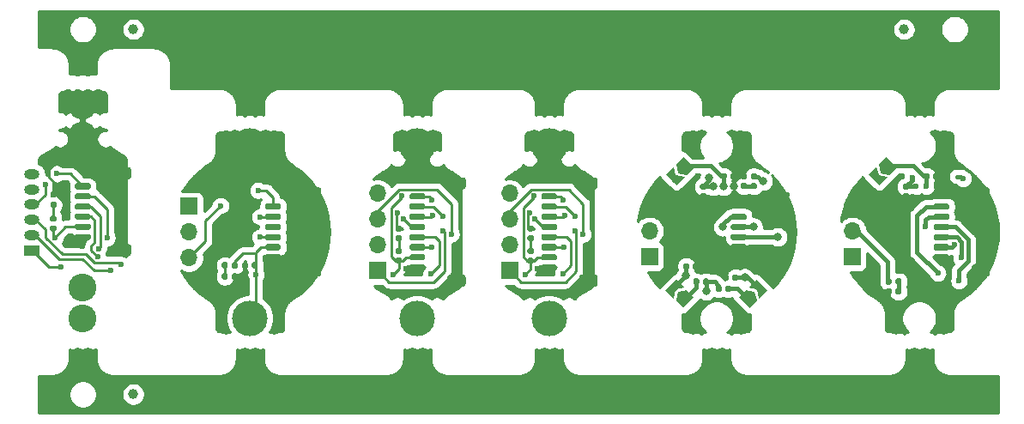
<source format=gtl>
G04 #@! TF.GenerationSoftware,KiCad,Pcbnew,(5.1.6-0-10_14)*
G04 #@! TF.CreationDate,2021-04-17T00:03:13+02:00*
G04 #@! TF.ProjectId,Encoder_SPI_Panel_v1_1,456e636f-6465-4725-9f53-50495f50616e,rev?*
G04 #@! TF.SameCoordinates,Original*
G04 #@! TF.FileFunction,Copper,L1,Top*
G04 #@! TF.FilePolarity,Positive*
%FSLAX46Y46*%
G04 Gerber Fmt 4.6, Leading zero omitted, Abs format (unit mm)*
G04 Created by KiCad (PCBNEW (5.1.6-0-10_14)) date 2021-04-17 00:03:13*
%MOMM*%
%LPD*%
G01*
G04 APERTURE LIST*
G04 #@! TA.AperFunction,SMDPad,CuDef*
%ADD10C,1.000000*%
G04 #@! TD*
G04 #@! TA.AperFunction,SMDPad,CuDef*
%ADD11C,0.150000*%
G04 #@! TD*
G04 #@! TA.AperFunction,ComponentPad*
%ADD12R,1.700000X1.700000*%
G04 #@! TD*
G04 #@! TA.AperFunction,ComponentPad*
%ADD13O,1.700000X1.700000*%
G04 #@! TD*
G04 #@! TA.AperFunction,ComponentPad*
%ADD14C,3.500000*%
G04 #@! TD*
G04 #@! TA.AperFunction,ComponentPad*
%ADD15C,2.750000*%
G04 #@! TD*
G04 #@! TA.AperFunction,ComponentPad*
%ADD16R,1.500000X1.000000*%
G04 #@! TD*
G04 #@! TA.AperFunction,ComponentPad*
%ADD17O,1.500000X1.000000*%
G04 #@! TD*
G04 #@! TA.AperFunction,ViaPad*
%ADD18C,0.600000*%
G04 #@! TD*
G04 #@! TA.AperFunction,ViaPad*
%ADD19C,0.800000*%
G04 #@! TD*
G04 #@! TA.AperFunction,Conductor*
%ADD20C,0.250000*%
G04 #@! TD*
G04 #@! TA.AperFunction,Conductor*
%ADD21C,0.400000*%
G04 #@! TD*
G04 #@! TA.AperFunction,Conductor*
%ADD22C,0.254000*%
G04 #@! TD*
G04 #@! TA.AperFunction,NonConductor*
%ADD23C,0.254000*%
G04 #@! TD*
G04 APERTURE END LIST*
D10*
X59999000Y-55501000D03*
X136010131Y-19498950D03*
X59999000Y-19498950D03*
G04 #@! TA.AperFunction,SMDPad,CuDef*
G36*
G01*
X137929133Y-34172499D02*
X137929133Y-33827499D01*
G75*
G02*
X138076633Y-33679999I147500J0D01*
G01*
X138371633Y-33679999D01*
G75*
G02*
X138519133Y-33827499I0J-147500D01*
G01*
X138519133Y-34172499D01*
G75*
G02*
X138371633Y-34319999I-147500J0D01*
G01*
X138076633Y-34319999D01*
G75*
G02*
X137929133Y-34172499I0J147500D01*
G01*
G37*
G04 #@! TD.AperFunction*
G04 #@! TA.AperFunction,SMDPad,CuDef*
G36*
G01*
X138899133Y-34172499D02*
X138899133Y-33827499D01*
G75*
G02*
X139046633Y-33679999I147500J0D01*
G01*
X139341633Y-33679999D01*
G75*
G02*
X139489133Y-33827499I0J-147500D01*
G01*
X139489133Y-34172499D01*
G75*
G02*
X139341633Y-34319999I-147500J0D01*
G01*
X139046633Y-34319999D01*
G75*
G02*
X138899133Y-34172499I0J147500D01*
G01*
G37*
G04 #@! TD.AperFunction*
G04 #@! TA.AperFunction,SMDPad,CuDef*
G36*
G01*
X136381633Y-36279999D02*
X136036633Y-36279999D01*
G75*
G02*
X135889133Y-36132499I0J147500D01*
G01*
X135889133Y-35837499D01*
G75*
G02*
X136036633Y-35689999I147500J0D01*
G01*
X136381633Y-35689999D01*
G75*
G02*
X136529133Y-35837499I0J-147500D01*
G01*
X136529133Y-36132499D01*
G75*
G02*
X136381633Y-36279999I-147500J0D01*
G01*
G37*
G04 #@! TD.AperFunction*
G04 #@! TA.AperFunction,SMDPad,CuDef*
G36*
G01*
X136381633Y-35309999D02*
X136036633Y-35309999D01*
G75*
G02*
X135889133Y-35162499I0J147500D01*
G01*
X135889133Y-34867499D01*
G75*
G02*
X136036633Y-34719999I147500J0D01*
G01*
X136381633Y-34719999D01*
G75*
G02*
X136529133Y-34867499I0J-147500D01*
G01*
X136529133Y-35162499D01*
G75*
G02*
X136381633Y-35309999I-147500J0D01*
G01*
G37*
G04 #@! TD.AperFunction*
G04 #@! TA.AperFunction,SMDPad,CuDef*
G36*
G01*
X135764133Y-44202499D02*
X135764133Y-44547499D01*
G75*
G02*
X135616633Y-44694999I-147500J0D01*
G01*
X135321633Y-44694999D01*
G75*
G02*
X135174133Y-44547499I0J147500D01*
G01*
X135174133Y-44202499D01*
G75*
G02*
X135321633Y-44054999I147500J0D01*
G01*
X135616633Y-44054999D01*
G75*
G02*
X135764133Y-44202499I0J-147500D01*
G01*
G37*
G04 #@! TD.AperFunction*
G04 #@! TA.AperFunction,SMDPad,CuDef*
G36*
G01*
X134794133Y-44202499D02*
X134794133Y-44547499D01*
G75*
G02*
X134646633Y-44694999I-147500J0D01*
G01*
X134351633Y-44694999D01*
G75*
G02*
X134204133Y-44547499I0J147500D01*
G01*
X134204133Y-44202499D01*
G75*
G02*
X134351633Y-44054999I147500J0D01*
G01*
X134646633Y-44054999D01*
G75*
G02*
X134794133Y-44202499I0J-147500D01*
G01*
G37*
G04 #@! TD.AperFunction*
G04 #@! TA.AperFunction,SMDPad,CuDef*
G36*
G01*
X134204133Y-45547499D02*
X134204133Y-45202499D01*
G75*
G02*
X134351633Y-45054999I147500J0D01*
G01*
X134646633Y-45054999D01*
G75*
G02*
X134794133Y-45202499I0J-147500D01*
G01*
X134794133Y-45547499D01*
G75*
G02*
X134646633Y-45694999I-147500J0D01*
G01*
X134351633Y-45694999D01*
G75*
G02*
X134204133Y-45547499I0J147500D01*
G01*
G37*
G04 #@! TD.AperFunction*
G04 #@! TA.AperFunction,SMDPad,CuDef*
G36*
G01*
X135174133Y-45547499D02*
X135174133Y-45202499D01*
G75*
G02*
X135321633Y-45054999I147500J0D01*
G01*
X135616633Y-45054999D01*
G75*
G02*
X135764133Y-45202499I0J-147500D01*
G01*
X135764133Y-45547499D01*
G75*
G02*
X135616633Y-45694999I-147500J0D01*
G01*
X135321633Y-45694999D01*
G75*
G02*
X135174133Y-45547499I0J147500D01*
G01*
G37*
G04 #@! TD.AperFunction*
G04 #@! TA.AperFunction,SMDPad,CuDef*
D11*
G36*
X132512598Y-33835874D02*
G01*
X133325770Y-33022702D01*
X133502547Y-33906585D01*
X134386430Y-34083362D01*
X133573258Y-34896534D01*
X132512598Y-33835874D01*
G37*
G04 #@! TD.AperFunction*
G04 #@! TA.AperFunction,SMDPad,CuDef*
G36*
X133714678Y-33694454D02*
G01*
X133537902Y-32810570D01*
X134245008Y-32103464D01*
X135305668Y-33164124D01*
X134598562Y-33871230D01*
X133714678Y-33694454D01*
G37*
G04 #@! TD.AperFunction*
D12*
X130909133Y-41939999D03*
D13*
X130909133Y-39399999D03*
X130909133Y-36859999D03*
G04 #@! TA.AperFunction,SMDPad,CuDef*
G36*
G01*
X140334133Y-42299999D02*
X139084133Y-42299999D01*
G75*
G02*
X138934133Y-42149999I0J150000D01*
G01*
X138934133Y-41849999D01*
G75*
G02*
X139084133Y-41699999I150000J0D01*
G01*
X140334133Y-41699999D01*
G75*
G02*
X140484133Y-41849999I0J-150000D01*
G01*
X140484133Y-42149999D01*
G75*
G02*
X140334133Y-42299999I-150000J0D01*
G01*
G37*
G04 #@! TD.AperFunction*
G04 #@! TA.AperFunction,SMDPad,CuDef*
G36*
G01*
X140334133Y-41299999D02*
X139084133Y-41299999D01*
G75*
G02*
X138934133Y-41149999I0J150000D01*
G01*
X138934133Y-40849999D01*
G75*
G02*
X139084133Y-40699999I150000J0D01*
G01*
X140334133Y-40699999D01*
G75*
G02*
X140484133Y-40849999I0J-150000D01*
G01*
X140484133Y-41149999D01*
G75*
G02*
X140334133Y-41299999I-150000J0D01*
G01*
G37*
G04 #@! TD.AperFunction*
G04 #@! TA.AperFunction,SMDPad,CuDef*
G36*
G01*
X140334133Y-40299999D02*
X139084133Y-40299999D01*
G75*
G02*
X138934133Y-40149999I0J150000D01*
G01*
X138934133Y-39849999D01*
G75*
G02*
X139084133Y-39699999I150000J0D01*
G01*
X140334133Y-39699999D01*
G75*
G02*
X140484133Y-39849999I0J-150000D01*
G01*
X140484133Y-40149999D01*
G75*
G02*
X140334133Y-40299999I-150000J0D01*
G01*
G37*
G04 #@! TD.AperFunction*
G04 #@! TA.AperFunction,SMDPad,CuDef*
G36*
G01*
X140334133Y-39299999D02*
X139084133Y-39299999D01*
G75*
G02*
X138934133Y-39149999I0J150000D01*
G01*
X138934133Y-38849999D01*
G75*
G02*
X139084133Y-38699999I150000J0D01*
G01*
X140334133Y-38699999D01*
G75*
G02*
X140484133Y-38849999I0J-150000D01*
G01*
X140484133Y-39149999D01*
G75*
G02*
X140334133Y-39299999I-150000J0D01*
G01*
G37*
G04 #@! TD.AperFunction*
G04 #@! TA.AperFunction,SMDPad,CuDef*
G36*
G01*
X140334133Y-38299999D02*
X139084133Y-38299999D01*
G75*
G02*
X138934133Y-38149999I0J150000D01*
G01*
X138934133Y-37849999D01*
G75*
G02*
X139084133Y-37699999I150000J0D01*
G01*
X140334133Y-37699999D01*
G75*
G02*
X140484133Y-37849999I0J-150000D01*
G01*
X140484133Y-38149999D01*
G75*
G02*
X140334133Y-38299999I-150000J0D01*
G01*
G37*
G04 #@! TD.AperFunction*
G04 #@! TA.AperFunction,SMDPad,CuDef*
G36*
G01*
X140334133Y-37299999D02*
X139084133Y-37299999D01*
G75*
G02*
X138934133Y-37149999I0J150000D01*
G01*
X138934133Y-36849999D01*
G75*
G02*
X139084133Y-36699999I150000J0D01*
G01*
X140334133Y-36699999D01*
G75*
G02*
X140484133Y-36849999I0J-150000D01*
G01*
X140484133Y-37149999D01*
G75*
G02*
X140334133Y-37299999I-150000J0D01*
G01*
G37*
G04 #@! TD.AperFunction*
G04 #@! TA.AperFunction,SMDPad,CuDef*
G36*
G01*
X144234533Y-43899999D02*
X142933733Y-43899999D01*
G75*
G02*
X142684133Y-43650399I0J249600D01*
G01*
X142684133Y-42949599D01*
G75*
G02*
X142933733Y-42699999I249600J0D01*
G01*
X144234533Y-42699999D01*
G75*
G02*
X144484133Y-42949599I0J-249600D01*
G01*
X144484133Y-43650399D01*
G75*
G02*
X144234533Y-43899999I-249600J0D01*
G01*
G37*
G04 #@! TD.AperFunction*
G04 #@! TA.AperFunction,SMDPad,CuDef*
G36*
G01*
X144234533Y-36299999D02*
X142933733Y-36299999D01*
G75*
G02*
X142684133Y-36050399I0J249600D01*
G01*
X142684133Y-35349599D01*
G75*
G02*
X142933733Y-35099999I249600J0D01*
G01*
X144234533Y-35099999D01*
G75*
G02*
X144484133Y-35349599I0J-249600D01*
G01*
X144484133Y-36050399D01*
G75*
G02*
X144234533Y-36299999I-249600J0D01*
G01*
G37*
G04 #@! TD.AperFunction*
G04 #@! TA.AperFunction,SMDPad,CuDef*
G36*
G01*
X117929130Y-34172499D02*
X117929130Y-33827499D01*
G75*
G02*
X118076630Y-33679999I147500J0D01*
G01*
X118371630Y-33679999D01*
G75*
G02*
X118519130Y-33827499I0J-147500D01*
G01*
X118519130Y-34172499D01*
G75*
G02*
X118371630Y-34319999I-147500J0D01*
G01*
X118076630Y-34319999D01*
G75*
G02*
X117929130Y-34172499I0J147500D01*
G01*
G37*
G04 #@! TD.AperFunction*
G04 #@! TA.AperFunction,SMDPad,CuDef*
G36*
G01*
X118899130Y-34172499D02*
X118899130Y-33827499D01*
G75*
G02*
X119046630Y-33679999I147500J0D01*
G01*
X119341630Y-33679999D01*
G75*
G02*
X119489130Y-33827499I0J-147500D01*
G01*
X119489130Y-34172499D01*
G75*
G02*
X119341630Y-34319999I-147500J0D01*
G01*
X119046630Y-34319999D01*
G75*
G02*
X118899130Y-34172499I0J147500D01*
G01*
G37*
G04 #@! TD.AperFunction*
G04 #@! TA.AperFunction,SMDPad,CuDef*
G36*
G01*
X116381630Y-36279999D02*
X116036630Y-36279999D01*
G75*
G02*
X115889130Y-36132499I0J147500D01*
G01*
X115889130Y-35837499D01*
G75*
G02*
X116036630Y-35689999I147500J0D01*
G01*
X116381630Y-35689999D01*
G75*
G02*
X116529130Y-35837499I0J-147500D01*
G01*
X116529130Y-36132499D01*
G75*
G02*
X116381630Y-36279999I-147500J0D01*
G01*
G37*
G04 #@! TD.AperFunction*
G04 #@! TA.AperFunction,SMDPad,CuDef*
G36*
G01*
X116381630Y-35309999D02*
X116036630Y-35309999D01*
G75*
G02*
X115889130Y-35162499I0J147500D01*
G01*
X115889130Y-34867499D01*
G75*
G02*
X116036630Y-34719999I147500J0D01*
G01*
X116381630Y-34719999D01*
G75*
G02*
X116529130Y-34867499I0J-147500D01*
G01*
X116529130Y-35162499D01*
G75*
G02*
X116381630Y-35309999I-147500J0D01*
G01*
G37*
G04 #@! TD.AperFunction*
G04 #@! TA.AperFunction,SMDPad,CuDef*
G36*
G01*
X114229130Y-43072499D02*
X114229130Y-42727499D01*
G75*
G02*
X114376630Y-42579999I147500J0D01*
G01*
X114671630Y-42579999D01*
G75*
G02*
X114819130Y-42727499I0J-147500D01*
G01*
X114819130Y-43072499D01*
G75*
G02*
X114671630Y-43219999I-147500J0D01*
G01*
X114376630Y-43219999D01*
G75*
G02*
X114229130Y-43072499I0J147500D01*
G01*
G37*
G04 #@! TD.AperFunction*
G04 #@! TA.AperFunction,SMDPad,CuDef*
G36*
G01*
X115199130Y-43072499D02*
X115199130Y-42727499D01*
G75*
G02*
X115346630Y-42579999I147500J0D01*
G01*
X115641630Y-42579999D01*
G75*
G02*
X115789130Y-42727499I0J-147500D01*
G01*
X115789130Y-43072499D01*
G75*
G02*
X115641630Y-43219999I-147500J0D01*
G01*
X115346630Y-43219999D01*
G75*
G02*
X115199130Y-43072499I0J147500D01*
G01*
G37*
G04 #@! TD.AperFunction*
G04 #@! TA.AperFunction,SMDPad,CuDef*
G36*
G01*
X118129130Y-44172499D02*
X118129130Y-43827499D01*
G75*
G02*
X118276630Y-43679999I147500J0D01*
G01*
X118571630Y-43679999D01*
G75*
G02*
X118719130Y-43827499I0J-147500D01*
G01*
X118719130Y-44172499D01*
G75*
G02*
X118571630Y-44319999I-147500J0D01*
G01*
X118276630Y-44319999D01*
G75*
G02*
X118129130Y-44172499I0J147500D01*
G01*
G37*
G04 #@! TD.AperFunction*
G04 #@! TA.AperFunction,SMDPad,CuDef*
G36*
G01*
X119099130Y-44172499D02*
X119099130Y-43827499D01*
G75*
G02*
X119246630Y-43679999I147500J0D01*
G01*
X119541630Y-43679999D01*
G75*
G02*
X119689130Y-43827499I0J-147500D01*
G01*
X119689130Y-44172499D01*
G75*
G02*
X119541630Y-44319999I-147500J0D01*
G01*
X119246630Y-44319999D01*
G75*
G02*
X119099130Y-44172499I0J147500D01*
G01*
G37*
G04 #@! TD.AperFunction*
G04 #@! TA.AperFunction,SMDPad,CuDef*
G36*
G01*
X116789130Y-44227499D02*
X116789130Y-44572499D01*
G75*
G02*
X116641630Y-44719999I-147500J0D01*
G01*
X116346630Y-44719999D01*
G75*
G02*
X116199130Y-44572499I0J147500D01*
G01*
X116199130Y-44227499D01*
G75*
G02*
X116346630Y-44079999I147500J0D01*
G01*
X116641630Y-44079999D01*
G75*
G02*
X116789130Y-44227499I0J-147500D01*
G01*
G37*
G04 #@! TD.AperFunction*
G04 #@! TA.AperFunction,SMDPad,CuDef*
G36*
G01*
X115819130Y-44227499D02*
X115819130Y-44572499D01*
G75*
G02*
X115671630Y-44719999I-147500J0D01*
G01*
X115376630Y-44719999D01*
G75*
G02*
X115229130Y-44572499I0J147500D01*
G01*
X115229130Y-44227499D01*
G75*
G02*
X115376630Y-44079999I147500J0D01*
G01*
X115671630Y-44079999D01*
G75*
G02*
X115819130Y-44227499I0J-147500D01*
G01*
G37*
G04 #@! TD.AperFunction*
G04 #@! TA.AperFunction,SMDPad,CuDef*
G36*
G01*
X117429130Y-45272499D02*
X117429130Y-44927499D01*
G75*
G02*
X117576630Y-44779999I147500J0D01*
G01*
X117871630Y-44779999D01*
G75*
G02*
X118019130Y-44927499I0J-147500D01*
G01*
X118019130Y-45272499D01*
G75*
G02*
X117871630Y-45419999I-147500J0D01*
G01*
X117576630Y-45419999D01*
G75*
G02*
X117429130Y-45272499I0J147500D01*
G01*
G37*
G04 #@! TD.AperFunction*
G04 #@! TA.AperFunction,SMDPad,CuDef*
G36*
G01*
X118399130Y-45272499D02*
X118399130Y-44927499D01*
G75*
G02*
X118546630Y-44779999I147500J0D01*
G01*
X118841630Y-44779999D01*
G75*
G02*
X118989130Y-44927499I0J-147500D01*
G01*
X118989130Y-45272499D01*
G75*
G02*
X118841630Y-45419999I-147500J0D01*
G01*
X118546630Y-45419999D01*
G75*
G02*
X118399130Y-45272499I0J147500D01*
G01*
G37*
G04 #@! TD.AperFunction*
G04 #@! TA.AperFunction,SMDPad,CuDef*
G36*
G01*
X121381630Y-35279999D02*
X121036630Y-35279999D01*
G75*
G02*
X120889130Y-35132499I0J147500D01*
G01*
X120889130Y-34837499D01*
G75*
G02*
X121036630Y-34689999I147500J0D01*
G01*
X121381630Y-34689999D01*
G75*
G02*
X121529130Y-34837499I0J-147500D01*
G01*
X121529130Y-35132499D01*
G75*
G02*
X121381630Y-35279999I-147500J0D01*
G01*
G37*
G04 #@! TD.AperFunction*
G04 #@! TA.AperFunction,SMDPad,CuDef*
G36*
G01*
X121381630Y-34309999D02*
X121036630Y-34309999D01*
G75*
G02*
X120889130Y-34162499I0J147500D01*
G01*
X120889130Y-33867499D01*
G75*
G02*
X121036630Y-33719999I147500J0D01*
G01*
X121381630Y-33719999D01*
G75*
G02*
X121529130Y-33867499I0J-147500D01*
G01*
X121529130Y-34162499D01*
G75*
G02*
X121381630Y-34309999I-147500J0D01*
G01*
G37*
G04 #@! TD.AperFunction*
G04 #@! TA.AperFunction,SMDPad,CuDef*
G36*
G01*
X120036630Y-33719999D02*
X120381630Y-33719999D01*
G75*
G02*
X120529130Y-33867499I0J-147500D01*
G01*
X120529130Y-34162499D01*
G75*
G02*
X120381630Y-34309999I-147500J0D01*
G01*
X120036630Y-34309999D01*
G75*
G02*
X119889130Y-34162499I0J147500D01*
G01*
X119889130Y-33867499D01*
G75*
G02*
X120036630Y-33719999I147500J0D01*
G01*
G37*
G04 #@! TD.AperFunction*
G04 #@! TA.AperFunction,SMDPad,CuDef*
G36*
G01*
X120036630Y-34689999D02*
X120381630Y-34689999D01*
G75*
G02*
X120529130Y-34837499I0J-147500D01*
G01*
X120529130Y-35132499D01*
G75*
G02*
X120381630Y-35279999I-147500J0D01*
G01*
X120036630Y-35279999D01*
G75*
G02*
X119889130Y-35132499I0J147500D01*
G01*
X119889130Y-34837499D01*
G75*
G02*
X120036630Y-34689999I147500J0D01*
G01*
G37*
G04 #@! TD.AperFunction*
D12*
X110909130Y-41939999D03*
D13*
X110909130Y-39399999D03*
X110909130Y-36859999D03*
G04 #@! TA.AperFunction,SMDPad,CuDef*
D11*
G36*
X113560603Y-44190812D02*
G01*
X114373775Y-45003984D01*
X113489892Y-45180761D01*
X113313115Y-46064644D01*
X112499943Y-45251472D01*
X113560603Y-44190812D01*
G37*
G04 #@! TD.AperFunction*
G04 #@! TA.AperFunction,SMDPad,CuDef*
G36*
X113702023Y-45392892D02*
G01*
X114585907Y-45216116D01*
X115293013Y-45923222D01*
X114232353Y-46983882D01*
X113525247Y-46276776D01*
X113702023Y-45392892D01*
G37*
G04 #@! TD.AperFunction*
G04 #@! TA.AperFunction,SMDPad,CuDef*
G36*
X112512595Y-33835874D02*
G01*
X113325767Y-33022702D01*
X113502544Y-33906585D01*
X114386427Y-34083362D01*
X113573255Y-34896534D01*
X112512595Y-33835874D01*
G37*
G04 #@! TD.AperFunction*
G04 #@! TA.AperFunction,SMDPad,CuDef*
G36*
X113714675Y-33694454D02*
G01*
X113537899Y-32810570D01*
X114245005Y-32103464D01*
X115305665Y-33164124D01*
X114598559Y-33871230D01*
X113714675Y-33694454D01*
G37*
G04 #@! TD.AperFunction*
G04 #@! TA.AperFunction,SMDPad,CuDef*
G36*
X122505665Y-45251472D02*
G01*
X121692493Y-46064644D01*
X121515716Y-45180761D01*
X120631833Y-45003984D01*
X121445005Y-44190812D01*
X122505665Y-45251472D01*
G37*
G04 #@! TD.AperFunction*
G04 #@! TA.AperFunction,SMDPad,CuDef*
G36*
X121303585Y-45392892D02*
G01*
X121480361Y-46276776D01*
X120773255Y-46983882D01*
X119712595Y-45923222D01*
X120419701Y-45216116D01*
X121303585Y-45392892D01*
G37*
G04 #@! TD.AperFunction*
G04 #@! TA.AperFunction,SMDPad,CuDef*
G36*
G01*
X120334130Y-41299999D02*
X119084130Y-41299999D01*
G75*
G02*
X118934130Y-41149999I0J150000D01*
G01*
X118934130Y-40849999D01*
G75*
G02*
X119084130Y-40699999I150000J0D01*
G01*
X120334130Y-40699999D01*
G75*
G02*
X120484130Y-40849999I0J-150000D01*
G01*
X120484130Y-41149999D01*
G75*
G02*
X120334130Y-41299999I-150000J0D01*
G01*
G37*
G04 #@! TD.AperFunction*
G04 #@! TA.AperFunction,SMDPad,CuDef*
G36*
G01*
X120334130Y-40299999D02*
X119084130Y-40299999D01*
G75*
G02*
X118934130Y-40149999I0J150000D01*
G01*
X118934130Y-39849999D01*
G75*
G02*
X119084130Y-39699999I150000J0D01*
G01*
X120334130Y-39699999D01*
G75*
G02*
X120484130Y-39849999I0J-150000D01*
G01*
X120484130Y-40149999D01*
G75*
G02*
X120334130Y-40299999I-150000J0D01*
G01*
G37*
G04 #@! TD.AperFunction*
G04 #@! TA.AperFunction,SMDPad,CuDef*
G36*
G01*
X120334130Y-39299999D02*
X119084130Y-39299999D01*
G75*
G02*
X118934130Y-39149999I0J150000D01*
G01*
X118934130Y-38849999D01*
G75*
G02*
X119084130Y-38699999I150000J0D01*
G01*
X120334130Y-38699999D01*
G75*
G02*
X120484130Y-38849999I0J-150000D01*
G01*
X120484130Y-39149999D01*
G75*
G02*
X120334130Y-39299999I-150000J0D01*
G01*
G37*
G04 #@! TD.AperFunction*
G04 #@! TA.AperFunction,SMDPad,CuDef*
G36*
G01*
X120334130Y-38299999D02*
X119084130Y-38299999D01*
G75*
G02*
X118934130Y-38149999I0J150000D01*
G01*
X118934130Y-37849999D01*
G75*
G02*
X119084130Y-37699999I150000J0D01*
G01*
X120334130Y-37699999D01*
G75*
G02*
X120484130Y-37849999I0J-150000D01*
G01*
X120484130Y-38149999D01*
G75*
G02*
X120334130Y-38299999I-150000J0D01*
G01*
G37*
G04 #@! TD.AperFunction*
G04 #@! TA.AperFunction,SMDPad,CuDef*
G36*
G01*
X124234131Y-42899999D02*
X122934129Y-42899999D01*
G75*
G02*
X122684130Y-42650000I0J249999D01*
G01*
X122684130Y-41949998D01*
G75*
G02*
X122934129Y-41699999I249999J0D01*
G01*
X124234131Y-41699999D01*
G75*
G02*
X124484130Y-41949998I0J-249999D01*
G01*
X124484130Y-42650000D01*
G75*
G02*
X124234131Y-42899999I-249999J0D01*
G01*
G37*
G04 #@! TD.AperFunction*
G04 #@! TA.AperFunction,SMDPad,CuDef*
G36*
G01*
X124234131Y-37299999D02*
X122934129Y-37299999D01*
G75*
G02*
X122684130Y-37050000I0J249999D01*
G01*
X122684130Y-36349998D01*
G75*
G02*
X122934129Y-36099999I249999J0D01*
G01*
X124234131Y-36099999D01*
G75*
G02*
X124484130Y-36349998I0J-249999D01*
G01*
X124484130Y-37050000D01*
G75*
G02*
X124234131Y-37299999I-249999J0D01*
G01*
G37*
G04 #@! TD.AperFunction*
G04 #@! TA.AperFunction,SMDPad,CuDef*
G36*
G01*
X99003982Y-41084950D02*
X99348982Y-41084950D01*
G75*
G02*
X99496482Y-41232450I0J-147500D01*
G01*
X99496482Y-41527450D01*
G75*
G02*
X99348982Y-41674950I-147500J0D01*
G01*
X99003982Y-41674950D01*
G75*
G02*
X98856482Y-41527450I0J147500D01*
G01*
X98856482Y-41232450D01*
G75*
G02*
X99003982Y-41084950I147500J0D01*
G01*
G37*
G04 #@! TD.AperFunction*
G04 #@! TA.AperFunction,SMDPad,CuDef*
G36*
G01*
X99003982Y-42054950D02*
X99348982Y-42054950D01*
G75*
G02*
X99496482Y-42202450I0J-147500D01*
G01*
X99496482Y-42497450D01*
G75*
G02*
X99348982Y-42644950I-147500J0D01*
G01*
X99003982Y-42644950D01*
G75*
G02*
X98856482Y-42497450I0J147500D01*
G01*
X98856482Y-42202450D01*
G75*
G02*
X99003982Y-42054950I147500J0D01*
G01*
G37*
G04 #@! TD.AperFunction*
D14*
X101006482Y-30999950D03*
G04 #@! TA.AperFunction,SMDPad,CuDef*
G36*
G01*
X99348982Y-40409950D02*
X99003982Y-40409950D01*
G75*
G02*
X98856482Y-40262450I0J147500D01*
G01*
X98856482Y-39967450D01*
G75*
G02*
X99003982Y-39819950I147500J0D01*
G01*
X99348982Y-39819950D01*
G75*
G02*
X99496482Y-39967450I0J-147500D01*
G01*
X99496482Y-40262450D01*
G75*
G02*
X99348982Y-40409950I-147500J0D01*
G01*
G37*
G04 #@! TD.AperFunction*
G04 #@! TA.AperFunction,SMDPad,CuDef*
G36*
G01*
X99348982Y-39439950D02*
X99003982Y-39439950D01*
G75*
G02*
X98856482Y-39292450I0J147500D01*
G01*
X98856482Y-38997450D01*
G75*
G02*
X99003982Y-38849950I147500J0D01*
G01*
X99348982Y-38849950D01*
G75*
G02*
X99496482Y-38997450I0J-147500D01*
G01*
X99496482Y-39292450D01*
G75*
G02*
X99348982Y-39439950I-147500J0D01*
G01*
G37*
G04 #@! TD.AperFunction*
X101006482Y-47999950D03*
G04 #@! TA.AperFunction,SMDPad,CuDef*
G36*
G01*
X101631482Y-43299950D02*
X100381482Y-43299950D01*
G75*
G02*
X100231482Y-43149950I0J150000D01*
G01*
X100231482Y-42849950D01*
G75*
G02*
X100381482Y-42699950I150000J0D01*
G01*
X101631482Y-42699950D01*
G75*
G02*
X101781482Y-42849950I0J-150000D01*
G01*
X101781482Y-43149950D01*
G75*
G02*
X101631482Y-43299950I-150000J0D01*
G01*
G37*
G04 #@! TD.AperFunction*
G04 #@! TA.AperFunction,SMDPad,CuDef*
G36*
G01*
X101631482Y-42299950D02*
X100381482Y-42299950D01*
G75*
G02*
X100231482Y-42149950I0J150000D01*
G01*
X100231482Y-41849950D01*
G75*
G02*
X100381482Y-41699950I150000J0D01*
G01*
X101631482Y-41699950D01*
G75*
G02*
X101781482Y-41849950I0J-150000D01*
G01*
X101781482Y-42149950D01*
G75*
G02*
X101631482Y-42299950I-150000J0D01*
G01*
G37*
G04 #@! TD.AperFunction*
G04 #@! TA.AperFunction,SMDPad,CuDef*
G36*
G01*
X101631482Y-41299950D02*
X100381482Y-41299950D01*
G75*
G02*
X100231482Y-41149950I0J150000D01*
G01*
X100231482Y-40849950D01*
G75*
G02*
X100381482Y-40699950I150000J0D01*
G01*
X101631482Y-40699950D01*
G75*
G02*
X101781482Y-40849950I0J-150000D01*
G01*
X101781482Y-41149950D01*
G75*
G02*
X101631482Y-41299950I-150000J0D01*
G01*
G37*
G04 #@! TD.AperFunction*
G04 #@! TA.AperFunction,SMDPad,CuDef*
G36*
G01*
X101631482Y-40299950D02*
X100381482Y-40299950D01*
G75*
G02*
X100231482Y-40149950I0J150000D01*
G01*
X100231482Y-39849950D01*
G75*
G02*
X100381482Y-39699950I150000J0D01*
G01*
X101631482Y-39699950D01*
G75*
G02*
X101781482Y-39849950I0J-150000D01*
G01*
X101781482Y-40149950D01*
G75*
G02*
X101631482Y-40299950I-150000J0D01*
G01*
G37*
G04 #@! TD.AperFunction*
G04 #@! TA.AperFunction,SMDPad,CuDef*
G36*
G01*
X101631482Y-39299950D02*
X100381482Y-39299950D01*
G75*
G02*
X100231482Y-39149950I0J150000D01*
G01*
X100231482Y-38849950D01*
G75*
G02*
X100381482Y-38699950I150000J0D01*
G01*
X101631482Y-38699950D01*
G75*
G02*
X101781482Y-38849950I0J-150000D01*
G01*
X101781482Y-39149950D01*
G75*
G02*
X101631482Y-39299950I-150000J0D01*
G01*
G37*
G04 #@! TD.AperFunction*
G04 #@! TA.AperFunction,SMDPad,CuDef*
G36*
G01*
X101631482Y-38299950D02*
X100381482Y-38299950D01*
G75*
G02*
X100231482Y-38149950I0J150000D01*
G01*
X100231482Y-37849950D01*
G75*
G02*
X100381482Y-37699950I150000J0D01*
G01*
X101631482Y-37699950D01*
G75*
G02*
X101781482Y-37849950I0J-150000D01*
G01*
X101781482Y-38149950D01*
G75*
G02*
X101631482Y-38299950I-150000J0D01*
G01*
G37*
G04 #@! TD.AperFunction*
G04 #@! TA.AperFunction,SMDPad,CuDef*
G36*
G01*
X101631482Y-37299950D02*
X100381482Y-37299950D01*
G75*
G02*
X100231482Y-37149950I0J150000D01*
G01*
X100231482Y-36849950D01*
G75*
G02*
X100381482Y-36699950I150000J0D01*
G01*
X101631482Y-36699950D01*
G75*
G02*
X101781482Y-36849950I0J-150000D01*
G01*
X101781482Y-37149950D01*
G75*
G02*
X101631482Y-37299950I-150000J0D01*
G01*
G37*
G04 #@! TD.AperFunction*
G04 #@! TA.AperFunction,SMDPad,CuDef*
G36*
G01*
X101631482Y-36299950D02*
X100381482Y-36299950D01*
G75*
G02*
X100231482Y-36149950I0J150000D01*
G01*
X100231482Y-35849950D01*
G75*
G02*
X100381482Y-35699950I150000J0D01*
G01*
X101631482Y-35699950D01*
G75*
G02*
X101781482Y-35849950I0J-150000D01*
G01*
X101781482Y-36149950D01*
G75*
G02*
X101631482Y-36299950I-150000J0D01*
G01*
G37*
G04 #@! TD.AperFunction*
G04 #@! TA.AperFunction,SMDPad,CuDef*
G36*
G01*
X105531483Y-44899950D02*
X104231481Y-44899950D01*
G75*
G02*
X103981482Y-44649951I0J249999D01*
G01*
X103981482Y-43949949D01*
G75*
G02*
X104231481Y-43699950I249999J0D01*
G01*
X105531483Y-43699950D01*
G75*
G02*
X105781482Y-43949949I0J-249999D01*
G01*
X105781482Y-44649951D01*
G75*
G02*
X105531483Y-44899950I-249999J0D01*
G01*
G37*
G04 #@! TD.AperFunction*
G04 #@! TA.AperFunction,SMDPad,CuDef*
G36*
G01*
X105531483Y-35299950D02*
X104231481Y-35299950D01*
G75*
G02*
X103981482Y-35049951I0J249999D01*
G01*
X103981482Y-34349949D01*
G75*
G02*
X104231481Y-34099950I249999J0D01*
G01*
X105531483Y-34099950D01*
G75*
G02*
X105781482Y-34349949I0J-249999D01*
G01*
X105781482Y-35049951D01*
G75*
G02*
X105531483Y-35299950I-249999J0D01*
G01*
G37*
G04 #@! TD.AperFunction*
D12*
X97106482Y-43319950D03*
D13*
X97106482Y-40779950D03*
X97106482Y-38239950D03*
X97106482Y-35699950D03*
G04 #@! TA.AperFunction,SMDPad,CuDef*
G36*
G01*
X86000938Y-41084950D02*
X86345938Y-41084950D01*
G75*
G02*
X86493438Y-41232450I0J-147500D01*
G01*
X86493438Y-41527450D01*
G75*
G02*
X86345938Y-41674950I-147500J0D01*
G01*
X86000938Y-41674950D01*
G75*
G02*
X85853438Y-41527450I0J147500D01*
G01*
X85853438Y-41232450D01*
G75*
G02*
X86000938Y-41084950I147500J0D01*
G01*
G37*
G04 #@! TD.AperFunction*
G04 #@! TA.AperFunction,SMDPad,CuDef*
G36*
G01*
X86000938Y-42054950D02*
X86345938Y-42054950D01*
G75*
G02*
X86493438Y-42202450I0J-147500D01*
G01*
X86493438Y-42497450D01*
G75*
G02*
X86345938Y-42644950I-147500J0D01*
G01*
X86000938Y-42644950D01*
G75*
G02*
X85853438Y-42497450I0J147500D01*
G01*
X85853438Y-42202450D01*
G75*
G02*
X86000938Y-42054950I147500J0D01*
G01*
G37*
G04 #@! TD.AperFunction*
D14*
X88003438Y-30999950D03*
G04 #@! TA.AperFunction,SMDPad,CuDef*
G36*
G01*
X86345938Y-40409950D02*
X86000938Y-40409950D01*
G75*
G02*
X85853438Y-40262450I0J147500D01*
G01*
X85853438Y-39967450D01*
G75*
G02*
X86000938Y-39819950I147500J0D01*
G01*
X86345938Y-39819950D01*
G75*
G02*
X86493438Y-39967450I0J-147500D01*
G01*
X86493438Y-40262450D01*
G75*
G02*
X86345938Y-40409950I-147500J0D01*
G01*
G37*
G04 #@! TD.AperFunction*
G04 #@! TA.AperFunction,SMDPad,CuDef*
G36*
G01*
X86345938Y-39439950D02*
X86000938Y-39439950D01*
G75*
G02*
X85853438Y-39292450I0J147500D01*
G01*
X85853438Y-38997450D01*
G75*
G02*
X86000938Y-38849950I147500J0D01*
G01*
X86345938Y-38849950D01*
G75*
G02*
X86493438Y-38997450I0J-147500D01*
G01*
X86493438Y-39292450D01*
G75*
G02*
X86345938Y-39439950I-147500J0D01*
G01*
G37*
G04 #@! TD.AperFunction*
X88003438Y-47999950D03*
G04 #@! TA.AperFunction,SMDPad,CuDef*
G36*
G01*
X88628438Y-43299950D02*
X87378438Y-43299950D01*
G75*
G02*
X87228438Y-43149950I0J150000D01*
G01*
X87228438Y-42849950D01*
G75*
G02*
X87378438Y-42699950I150000J0D01*
G01*
X88628438Y-42699950D01*
G75*
G02*
X88778438Y-42849950I0J-150000D01*
G01*
X88778438Y-43149950D01*
G75*
G02*
X88628438Y-43299950I-150000J0D01*
G01*
G37*
G04 #@! TD.AperFunction*
G04 #@! TA.AperFunction,SMDPad,CuDef*
G36*
G01*
X88628438Y-42299950D02*
X87378438Y-42299950D01*
G75*
G02*
X87228438Y-42149950I0J150000D01*
G01*
X87228438Y-41849950D01*
G75*
G02*
X87378438Y-41699950I150000J0D01*
G01*
X88628438Y-41699950D01*
G75*
G02*
X88778438Y-41849950I0J-150000D01*
G01*
X88778438Y-42149950D01*
G75*
G02*
X88628438Y-42299950I-150000J0D01*
G01*
G37*
G04 #@! TD.AperFunction*
G04 #@! TA.AperFunction,SMDPad,CuDef*
G36*
G01*
X88628438Y-41299950D02*
X87378438Y-41299950D01*
G75*
G02*
X87228438Y-41149950I0J150000D01*
G01*
X87228438Y-40849950D01*
G75*
G02*
X87378438Y-40699950I150000J0D01*
G01*
X88628438Y-40699950D01*
G75*
G02*
X88778438Y-40849950I0J-150000D01*
G01*
X88778438Y-41149950D01*
G75*
G02*
X88628438Y-41299950I-150000J0D01*
G01*
G37*
G04 #@! TD.AperFunction*
G04 #@! TA.AperFunction,SMDPad,CuDef*
G36*
G01*
X88628438Y-40299950D02*
X87378438Y-40299950D01*
G75*
G02*
X87228438Y-40149950I0J150000D01*
G01*
X87228438Y-39849950D01*
G75*
G02*
X87378438Y-39699950I150000J0D01*
G01*
X88628438Y-39699950D01*
G75*
G02*
X88778438Y-39849950I0J-150000D01*
G01*
X88778438Y-40149950D01*
G75*
G02*
X88628438Y-40299950I-150000J0D01*
G01*
G37*
G04 #@! TD.AperFunction*
G04 #@! TA.AperFunction,SMDPad,CuDef*
G36*
G01*
X88628438Y-39299950D02*
X87378438Y-39299950D01*
G75*
G02*
X87228438Y-39149950I0J150000D01*
G01*
X87228438Y-38849950D01*
G75*
G02*
X87378438Y-38699950I150000J0D01*
G01*
X88628438Y-38699950D01*
G75*
G02*
X88778438Y-38849950I0J-150000D01*
G01*
X88778438Y-39149950D01*
G75*
G02*
X88628438Y-39299950I-150000J0D01*
G01*
G37*
G04 #@! TD.AperFunction*
G04 #@! TA.AperFunction,SMDPad,CuDef*
G36*
G01*
X88628438Y-38299950D02*
X87378438Y-38299950D01*
G75*
G02*
X87228438Y-38149950I0J150000D01*
G01*
X87228438Y-37849950D01*
G75*
G02*
X87378438Y-37699950I150000J0D01*
G01*
X88628438Y-37699950D01*
G75*
G02*
X88778438Y-37849950I0J-150000D01*
G01*
X88778438Y-38149950D01*
G75*
G02*
X88628438Y-38299950I-150000J0D01*
G01*
G37*
G04 #@! TD.AperFunction*
G04 #@! TA.AperFunction,SMDPad,CuDef*
G36*
G01*
X88628438Y-37299950D02*
X87378438Y-37299950D01*
G75*
G02*
X87228438Y-37149950I0J150000D01*
G01*
X87228438Y-36849950D01*
G75*
G02*
X87378438Y-36699950I150000J0D01*
G01*
X88628438Y-36699950D01*
G75*
G02*
X88778438Y-36849950I0J-150000D01*
G01*
X88778438Y-37149950D01*
G75*
G02*
X88628438Y-37299950I-150000J0D01*
G01*
G37*
G04 #@! TD.AperFunction*
G04 #@! TA.AperFunction,SMDPad,CuDef*
G36*
G01*
X88628438Y-36299950D02*
X87378438Y-36299950D01*
G75*
G02*
X87228438Y-36149950I0J150000D01*
G01*
X87228438Y-35849950D01*
G75*
G02*
X87378438Y-35699950I150000J0D01*
G01*
X88628438Y-35699950D01*
G75*
G02*
X88778438Y-35849950I0J-150000D01*
G01*
X88778438Y-36149950D01*
G75*
G02*
X88628438Y-36299950I-150000J0D01*
G01*
G37*
G04 #@! TD.AperFunction*
G04 #@! TA.AperFunction,SMDPad,CuDef*
G36*
G01*
X92528439Y-44899950D02*
X91228437Y-44899950D01*
G75*
G02*
X90978438Y-44649951I0J249999D01*
G01*
X90978438Y-43949949D01*
G75*
G02*
X91228437Y-43699950I249999J0D01*
G01*
X92528439Y-43699950D01*
G75*
G02*
X92778438Y-43949949I0J-249999D01*
G01*
X92778438Y-44649951D01*
G75*
G02*
X92528439Y-44899950I-249999J0D01*
G01*
G37*
G04 #@! TD.AperFunction*
G04 #@! TA.AperFunction,SMDPad,CuDef*
G36*
G01*
X92528439Y-35299950D02*
X91228437Y-35299950D01*
G75*
G02*
X90978438Y-35049951I0J249999D01*
G01*
X90978438Y-34349949D01*
G75*
G02*
X91228437Y-34099950I249999J0D01*
G01*
X92528439Y-34099950D01*
G75*
G02*
X92778438Y-34349949I0J-249999D01*
G01*
X92778438Y-35049951D01*
G75*
G02*
X92528439Y-35299950I-249999J0D01*
G01*
G37*
G04 #@! TD.AperFunction*
D12*
X84103438Y-43319950D03*
D13*
X84103438Y-40779950D03*
X84103438Y-38239950D03*
X84103438Y-35699950D03*
G04 #@! TA.AperFunction,SMDPad,CuDef*
G36*
G01*
X78298040Y-36299999D02*
X76998038Y-36299999D01*
G75*
G02*
X76748039Y-36050000I0J249999D01*
G01*
X76748039Y-35349998D01*
G75*
G02*
X76998038Y-35099999I249999J0D01*
G01*
X78298040Y-35099999D01*
G75*
G02*
X78548039Y-35349998I0J-249999D01*
G01*
X78548039Y-36050000D01*
G75*
G02*
X78298040Y-36299999I-249999J0D01*
G01*
G37*
G04 #@! TD.AperFunction*
G04 #@! TA.AperFunction,SMDPad,CuDef*
G36*
G01*
X78298040Y-43899999D02*
X76998038Y-43899999D01*
G75*
G02*
X76748039Y-43650000I0J249999D01*
G01*
X76748039Y-42949998D01*
G75*
G02*
X76998038Y-42699999I249999J0D01*
G01*
X78298040Y-42699999D01*
G75*
G02*
X78548039Y-42949998I0J-249999D01*
G01*
X78548039Y-43650000D01*
G75*
G02*
X78298040Y-43899999I-249999J0D01*
G01*
G37*
G04 #@! TD.AperFunction*
G04 #@! TA.AperFunction,SMDPad,CuDef*
G36*
G01*
X74398039Y-37299999D02*
X73148039Y-37299999D01*
G75*
G02*
X72998039Y-37149999I0J150000D01*
G01*
X72998039Y-36849999D01*
G75*
G02*
X73148039Y-36699999I150000J0D01*
G01*
X74398039Y-36699999D01*
G75*
G02*
X74548039Y-36849999I0J-150000D01*
G01*
X74548039Y-37149999D01*
G75*
G02*
X74398039Y-37299999I-150000J0D01*
G01*
G37*
G04 #@! TD.AperFunction*
G04 #@! TA.AperFunction,SMDPad,CuDef*
G36*
G01*
X74398039Y-38299999D02*
X73148039Y-38299999D01*
G75*
G02*
X72998039Y-38149999I0J150000D01*
G01*
X72998039Y-37849999D01*
G75*
G02*
X73148039Y-37699999I150000J0D01*
G01*
X74398039Y-37699999D01*
G75*
G02*
X74548039Y-37849999I0J-150000D01*
G01*
X74548039Y-38149999D01*
G75*
G02*
X74398039Y-38299999I-150000J0D01*
G01*
G37*
G04 #@! TD.AperFunction*
G04 #@! TA.AperFunction,SMDPad,CuDef*
G36*
G01*
X74398039Y-39299999D02*
X73148039Y-39299999D01*
G75*
G02*
X72998039Y-39149999I0J150000D01*
G01*
X72998039Y-38849999D01*
G75*
G02*
X73148039Y-38699999I150000J0D01*
G01*
X74398039Y-38699999D01*
G75*
G02*
X74548039Y-38849999I0J-150000D01*
G01*
X74548039Y-39149999D01*
G75*
G02*
X74398039Y-39299999I-150000J0D01*
G01*
G37*
G04 #@! TD.AperFunction*
G04 #@! TA.AperFunction,SMDPad,CuDef*
G36*
G01*
X74398039Y-40299999D02*
X73148039Y-40299999D01*
G75*
G02*
X72998039Y-40149999I0J150000D01*
G01*
X72998039Y-39849999D01*
G75*
G02*
X73148039Y-39699999I150000J0D01*
G01*
X74398039Y-39699999D01*
G75*
G02*
X74548039Y-39849999I0J-150000D01*
G01*
X74548039Y-40149999D01*
G75*
G02*
X74398039Y-40299999I-150000J0D01*
G01*
G37*
G04 #@! TD.AperFunction*
G04 #@! TA.AperFunction,SMDPad,CuDef*
G36*
G01*
X74398039Y-41299999D02*
X73148039Y-41299999D01*
G75*
G02*
X72998039Y-41149999I0J150000D01*
G01*
X72998039Y-40849999D01*
G75*
G02*
X73148039Y-40699999I150000J0D01*
G01*
X74398039Y-40699999D01*
G75*
G02*
X74548039Y-40849999I0J-150000D01*
G01*
X74548039Y-41149999D01*
G75*
G02*
X74398039Y-41299999I-150000J0D01*
G01*
G37*
G04 #@! TD.AperFunction*
G04 #@! TA.AperFunction,SMDPad,CuDef*
G36*
G01*
X74398039Y-42299999D02*
X73148039Y-42299999D01*
G75*
G02*
X72998039Y-42149999I0J150000D01*
G01*
X72998039Y-41849999D01*
G75*
G02*
X73148039Y-41699999I150000J0D01*
G01*
X74398039Y-41699999D01*
G75*
G02*
X74548039Y-41849999I0J-150000D01*
G01*
X74548039Y-42149999D01*
G75*
G02*
X74398039Y-42299999I-150000J0D01*
G01*
G37*
G04 #@! TD.AperFunction*
D14*
X71503039Y-30999999D03*
G04 #@! TA.AperFunction,SMDPad,CuDef*
G36*
G01*
X71693039Y-42972499D02*
X71693039Y-42627499D01*
G75*
G02*
X71840539Y-42479999I147500J0D01*
G01*
X72135539Y-42479999D01*
G75*
G02*
X72283039Y-42627499I0J-147500D01*
G01*
X72283039Y-42972499D01*
G75*
G02*
X72135539Y-43119999I-147500J0D01*
G01*
X71840539Y-43119999D01*
G75*
G02*
X71693039Y-42972499I0J147500D01*
G01*
G37*
G04 #@! TD.AperFunction*
G04 #@! TA.AperFunction,SMDPad,CuDef*
G36*
G01*
X70723039Y-42972499D02*
X70723039Y-42627499D01*
G75*
G02*
X70870539Y-42479999I147500J0D01*
G01*
X71165539Y-42479999D01*
G75*
G02*
X71313039Y-42627499I0J-147500D01*
G01*
X71313039Y-42972499D01*
G75*
G02*
X71165539Y-43119999I-147500J0D01*
G01*
X70870539Y-43119999D01*
G75*
G02*
X70723039Y-42972499I0J147500D01*
G01*
G37*
G04 #@! TD.AperFunction*
G04 #@! TA.AperFunction,SMDPad,CuDef*
G36*
G01*
X69693039Y-44072499D02*
X69693039Y-43727499D01*
G75*
G02*
X69840539Y-43579999I147500J0D01*
G01*
X70135539Y-43579999D01*
G75*
G02*
X70283039Y-43727499I0J-147500D01*
G01*
X70283039Y-44072499D01*
G75*
G02*
X70135539Y-44219999I-147500J0D01*
G01*
X69840539Y-44219999D01*
G75*
G02*
X69693039Y-44072499I0J147500D01*
G01*
G37*
G04 #@! TD.AperFunction*
G04 #@! TA.AperFunction,SMDPad,CuDef*
G36*
G01*
X68723039Y-44072499D02*
X68723039Y-43727499D01*
G75*
G02*
X68870539Y-43579999I147500J0D01*
G01*
X69165539Y-43579999D01*
G75*
G02*
X69313039Y-43727499I0J-147500D01*
G01*
X69313039Y-44072499D01*
G75*
G02*
X69165539Y-44219999I-147500J0D01*
G01*
X68870539Y-44219999D01*
G75*
G02*
X68723039Y-44072499I0J147500D01*
G01*
G37*
G04 #@! TD.AperFunction*
X71503039Y-47999999D03*
G04 #@! TA.AperFunction,SMDPad,CuDef*
G36*
G01*
X69693039Y-42972499D02*
X69693039Y-42627499D01*
G75*
G02*
X69840539Y-42479999I147500J0D01*
G01*
X70135539Y-42479999D01*
G75*
G02*
X70283039Y-42627499I0J-147500D01*
G01*
X70283039Y-42972499D01*
G75*
G02*
X70135539Y-43119999I-147500J0D01*
G01*
X69840539Y-43119999D01*
G75*
G02*
X69693039Y-42972499I0J147500D01*
G01*
G37*
G04 #@! TD.AperFunction*
G04 #@! TA.AperFunction,SMDPad,CuDef*
G36*
G01*
X68723039Y-42972499D02*
X68723039Y-42627499D01*
G75*
G02*
X68870539Y-42479999I147500J0D01*
G01*
X69165539Y-42479999D01*
G75*
G02*
X69313039Y-42627499I0J-147500D01*
G01*
X69313039Y-42972499D01*
G75*
G02*
X69165539Y-43119999I-147500J0D01*
G01*
X68870539Y-43119999D01*
G75*
G02*
X68723039Y-42972499I0J147500D01*
G01*
G37*
G04 #@! TD.AperFunction*
D12*
X65473039Y-36959999D03*
D13*
X65473039Y-39499999D03*
X65473039Y-42039999D03*
G04 #@! TA.AperFunction,SMDPad,CuDef*
G36*
G01*
X51927896Y-37904950D02*
X52272896Y-37904950D01*
G75*
G02*
X52420396Y-38052450I0J-147500D01*
G01*
X52420396Y-38347450D01*
G75*
G02*
X52272896Y-38494950I-147500J0D01*
G01*
X51927896Y-38494950D01*
G75*
G02*
X51780396Y-38347450I0J147500D01*
G01*
X51780396Y-38052450D01*
G75*
G02*
X51927896Y-37904950I147500J0D01*
G01*
G37*
G04 #@! TD.AperFunction*
G04 #@! TA.AperFunction,SMDPad,CuDef*
G36*
G01*
X51927896Y-38874950D02*
X52272896Y-38874950D01*
G75*
G02*
X52420396Y-39022450I0J-147500D01*
G01*
X52420396Y-39317450D01*
G75*
G02*
X52272896Y-39464950I-147500J0D01*
G01*
X51927896Y-39464950D01*
G75*
G02*
X51780396Y-39317450I0J147500D01*
G01*
X51780396Y-39022450D01*
G75*
G02*
X51927896Y-38874950I147500J0D01*
G01*
G37*
G04 #@! TD.AperFunction*
G04 #@! TA.AperFunction,SMDPad,CuDef*
G36*
G01*
X52292896Y-37089950D02*
X51947896Y-37089950D01*
G75*
G02*
X51800396Y-36942450I0J147500D01*
G01*
X51800396Y-36647450D01*
G75*
G02*
X51947896Y-36499950I147500J0D01*
G01*
X52292896Y-36499950D01*
G75*
G02*
X52440396Y-36647450I0J-147500D01*
G01*
X52440396Y-36942450D01*
G75*
G02*
X52292896Y-37089950I-147500J0D01*
G01*
G37*
G04 #@! TD.AperFunction*
G04 #@! TA.AperFunction,SMDPad,CuDef*
G36*
G01*
X52292896Y-36119950D02*
X51947896Y-36119950D01*
G75*
G02*
X51800396Y-35972450I0J147500D01*
G01*
X51800396Y-35677450D01*
G75*
G02*
X51947896Y-35529950I147500J0D01*
G01*
X52292896Y-35529950D01*
G75*
G02*
X52440396Y-35677450I0J-147500D01*
G01*
X52440396Y-35972450D01*
G75*
G02*
X52292896Y-36119950I-147500J0D01*
G01*
G37*
G04 #@! TD.AperFunction*
D15*
X55000396Y-44999950D03*
X55000396Y-29999950D03*
X55000396Y-47999950D03*
X55000396Y-26999950D03*
G04 #@! TA.AperFunction,SMDPad,CuDef*
G36*
G01*
X55635396Y-40289950D02*
X54385396Y-40289950D01*
G75*
G02*
X54235396Y-40139950I0J150000D01*
G01*
X54235396Y-39839950D01*
G75*
G02*
X54385396Y-39689950I150000J0D01*
G01*
X55635396Y-39689950D01*
G75*
G02*
X55785396Y-39839950I0J-150000D01*
G01*
X55785396Y-40139950D01*
G75*
G02*
X55635396Y-40289950I-150000J0D01*
G01*
G37*
G04 #@! TD.AperFunction*
G04 #@! TA.AperFunction,SMDPad,CuDef*
G36*
G01*
X55635396Y-39289950D02*
X54385396Y-39289950D01*
G75*
G02*
X54235396Y-39139950I0J150000D01*
G01*
X54235396Y-38839950D01*
G75*
G02*
X54385396Y-38689950I150000J0D01*
G01*
X55635396Y-38689950D01*
G75*
G02*
X55785396Y-38839950I0J-150000D01*
G01*
X55785396Y-39139950D01*
G75*
G02*
X55635396Y-39289950I-150000J0D01*
G01*
G37*
G04 #@! TD.AperFunction*
G04 #@! TA.AperFunction,SMDPad,CuDef*
G36*
G01*
X55635396Y-38289950D02*
X54385396Y-38289950D01*
G75*
G02*
X54235396Y-38139950I0J150000D01*
G01*
X54235396Y-37839950D01*
G75*
G02*
X54385396Y-37689950I150000J0D01*
G01*
X55635396Y-37689950D01*
G75*
G02*
X55785396Y-37839950I0J-150000D01*
G01*
X55785396Y-38139950D01*
G75*
G02*
X55635396Y-38289950I-150000J0D01*
G01*
G37*
G04 #@! TD.AperFunction*
G04 #@! TA.AperFunction,SMDPad,CuDef*
G36*
G01*
X55635396Y-37289950D02*
X54385396Y-37289950D01*
G75*
G02*
X54235396Y-37139950I0J150000D01*
G01*
X54235396Y-36839950D01*
G75*
G02*
X54385396Y-36689950I150000J0D01*
G01*
X55635396Y-36689950D01*
G75*
G02*
X55785396Y-36839950I0J-150000D01*
G01*
X55785396Y-37139950D01*
G75*
G02*
X55635396Y-37289950I-150000J0D01*
G01*
G37*
G04 #@! TD.AperFunction*
G04 #@! TA.AperFunction,SMDPad,CuDef*
G36*
G01*
X55635396Y-36289950D02*
X54385396Y-36289950D01*
G75*
G02*
X54235396Y-36139950I0J150000D01*
G01*
X54235396Y-35839950D01*
G75*
G02*
X54385396Y-35689950I150000J0D01*
G01*
X55635396Y-35689950D01*
G75*
G02*
X55785396Y-35839950I0J-150000D01*
G01*
X55785396Y-36139950D01*
G75*
G02*
X55635396Y-36289950I-150000J0D01*
G01*
G37*
G04 #@! TD.AperFunction*
G04 #@! TA.AperFunction,SMDPad,CuDef*
G36*
G01*
X55635396Y-35289950D02*
X54385396Y-35289950D01*
G75*
G02*
X54235396Y-35139950I0J150000D01*
G01*
X54235396Y-34839950D01*
G75*
G02*
X54385396Y-34689950I150000J0D01*
G01*
X55635396Y-34689950D01*
G75*
G02*
X55785396Y-34839950I0J-150000D01*
G01*
X55785396Y-35139950D01*
G75*
G02*
X55635396Y-35289950I-150000J0D01*
G01*
G37*
G04 #@! TD.AperFunction*
G04 #@! TA.AperFunction,SMDPad,CuDef*
G36*
G01*
X59535796Y-41889950D02*
X58234996Y-41889950D01*
G75*
G02*
X57985396Y-41640350I0J249600D01*
G01*
X57985396Y-40939550D01*
G75*
G02*
X58234996Y-40689950I249600J0D01*
G01*
X59535796Y-40689950D01*
G75*
G02*
X59785396Y-40939550I0J-249600D01*
G01*
X59785396Y-41640350D01*
G75*
G02*
X59535796Y-41889950I-249600J0D01*
G01*
G37*
G04 #@! TD.AperFunction*
G04 #@! TA.AperFunction,SMDPad,CuDef*
G36*
G01*
X59535397Y-34289950D02*
X58235395Y-34289950D01*
G75*
G02*
X57985396Y-34039951I0J249999D01*
G01*
X57985396Y-33339949D01*
G75*
G02*
X58235395Y-33089950I249999J0D01*
G01*
X59535397Y-33089950D01*
G75*
G02*
X59785396Y-33339949I0J-249999D01*
G01*
X59785396Y-34039951D01*
G75*
G02*
X59535397Y-34289950I-249999J0D01*
G01*
G37*
G04 #@! TD.AperFunction*
D16*
X50000396Y-41299950D03*
D17*
X50000396Y-39799950D03*
X50000396Y-38299950D03*
X50000396Y-36799950D03*
X50000396Y-35299950D03*
X50000396Y-33799950D03*
D18*
X52880396Y-42949950D03*
X57790396Y-43299950D03*
X58740396Y-42709950D03*
X53320396Y-37529950D03*
X55010396Y-40919950D03*
X56556851Y-41128250D03*
X56458881Y-41922241D03*
X57404235Y-40073789D03*
X51303907Y-34810011D03*
X52260396Y-40039950D03*
X52453005Y-33758661D03*
X68603039Y-36899999D03*
X70903039Y-43699999D03*
X71303039Y-38699999D03*
X72503039Y-39999999D03*
X72503039Y-37999999D03*
X72103039Y-43699999D03*
X72303039Y-35399999D03*
X90553438Y-39379952D03*
X91362560Y-39717559D03*
X86078448Y-37642349D03*
X86863438Y-43149950D03*
X90223438Y-45409950D03*
X85673438Y-45599950D03*
X89383438Y-43589950D03*
X89453438Y-40989950D03*
X86618502Y-38232571D03*
X89423438Y-36309950D03*
X90553436Y-37909950D03*
X86503438Y-35929950D03*
X85643438Y-43669950D03*
X89533438Y-37829950D03*
X103556482Y-39379952D03*
X104365604Y-39717559D03*
X99081492Y-37642349D03*
X99866482Y-43149950D03*
X103226482Y-45409950D03*
X98676482Y-45599950D03*
X102386482Y-43589950D03*
X102456482Y-40989950D03*
X99621546Y-38232571D03*
X102426482Y-36309950D03*
X103556480Y-37909950D03*
X99506482Y-35929950D03*
X98646482Y-43669950D03*
X102536482Y-37829950D03*
D19*
X116209130Y-41099999D03*
X119209130Y-34999999D03*
D18*
X115009130Y-31349999D03*
X120059130Y-31349999D03*
X120009130Y-48049999D03*
X115109130Y-47999999D03*
X124509130Y-41449999D03*
X124459130Y-35799999D03*
X113059130Y-38999999D03*
X114659130Y-35449999D03*
D19*
X118209130Y-34999999D03*
X114509130Y-43799999D03*
X120309130Y-43999999D03*
X118144130Y-38999999D03*
X121159130Y-38999999D03*
X116509130Y-45299999D03*
X117209130Y-34999999D03*
X123559130Y-39999999D03*
X116809130Y-34099999D03*
X122109130Y-34499999D03*
X113509130Y-34299999D03*
D18*
X138144133Y-38999999D03*
X139356778Y-43556983D03*
X139209133Y-34999999D03*
X134459133Y-36374999D03*
X133509133Y-38724999D03*
X133259133Y-44574999D03*
X136009133Y-40349999D03*
X140434133Y-43349999D03*
X141434133Y-44324999D03*
X141634128Y-42049988D03*
X138209133Y-34999999D03*
X137209133Y-34999999D03*
X136809133Y-34099999D03*
X133509133Y-34299999D03*
X141846632Y-34237498D03*
X140984133Y-40774999D03*
D20*
X51700396Y-42949950D02*
X52880396Y-42949950D01*
X50350406Y-41599960D02*
X51700396Y-42949950D01*
X56149406Y-43299950D02*
X57790396Y-43299950D01*
X55011593Y-42162137D02*
X56149406Y-43299950D01*
X50515404Y-40014958D02*
X52662583Y-42162137D01*
X52662583Y-42162137D02*
X55011593Y-42162137D01*
X50350406Y-40014958D02*
X50515404Y-40014958D01*
X58577689Y-42547243D02*
X56142687Y-42547243D01*
X56142687Y-42547243D02*
X55307570Y-41712126D01*
X55307570Y-41712126D02*
X52992572Y-41712126D01*
X58740396Y-42709950D02*
X58577689Y-42547243D01*
X52992572Y-41712126D02*
X51330396Y-40049950D01*
X51330396Y-40049950D02*
X51330396Y-39229940D01*
X51330396Y-39229940D02*
X50350406Y-38249950D01*
X55010396Y-39989950D02*
X55010396Y-40919950D01*
X55195396Y-29999950D02*
X55000396Y-29999950D01*
X52440396Y-35824950D02*
X53320396Y-36704950D01*
X53320396Y-36704950D02*
X53320396Y-37529950D01*
X52120396Y-35824950D02*
X52440396Y-35824950D01*
X51710396Y-33289950D02*
X55000396Y-29999950D01*
X51710396Y-34109950D02*
X51710396Y-33289950D01*
X52120396Y-34519950D02*
X51710396Y-34109950D01*
X52120396Y-35824950D02*
X52120396Y-34519950D01*
X56726079Y-40959022D02*
X56556851Y-41128250D01*
X56726079Y-37930633D02*
X56726079Y-40959022D01*
X55785396Y-36989950D02*
X56726079Y-37930633D01*
X55010396Y-36989950D02*
X55785396Y-36989950D01*
X55010396Y-37989950D02*
X55785396Y-37989950D01*
X55785396Y-37989950D02*
X56140397Y-38344951D01*
X56140397Y-38344951D02*
X56140397Y-40549949D01*
X55850396Y-40839950D02*
X55850396Y-41313756D01*
X56140397Y-40549949D02*
X55850396Y-40839950D01*
X55850396Y-41313756D02*
X56458881Y-41922241D01*
X52100396Y-36814950D02*
X52120396Y-36794950D01*
X52100396Y-38199950D02*
X52100396Y-36814950D01*
X57404235Y-37259385D02*
X57404235Y-40073789D01*
X56134800Y-35989950D02*
X57404235Y-37259385D01*
X55010396Y-35989950D02*
X56134800Y-35989950D01*
X50350406Y-36749950D02*
X51303907Y-35796449D01*
X51303907Y-35796449D02*
X51303907Y-34810011D01*
X53310396Y-38989950D02*
X55010396Y-38989950D01*
X52260396Y-40039950D02*
X53310396Y-38989950D01*
X52100396Y-39879950D02*
X52260396Y-40039950D01*
X52100396Y-39169950D02*
X52100396Y-39879950D01*
X53779107Y-33758661D02*
X52453005Y-33758661D01*
X55010396Y-34989950D02*
X53779107Y-33758661D01*
X68603039Y-36899999D02*
X67103039Y-38399999D01*
X67103039Y-40409999D02*
X65473039Y-42039999D01*
X67103039Y-38399999D02*
X67103039Y-40409999D01*
X71018039Y-43584999D02*
X70903039Y-43699999D01*
X71018039Y-42799999D02*
X71018039Y-43584999D01*
X70703039Y-43899999D02*
X69988039Y-43899999D01*
X70903039Y-43699999D02*
X70703039Y-43899999D01*
X72503039Y-39999999D02*
X73773039Y-39999999D01*
X69018039Y-42799999D02*
X69018039Y-43899999D01*
X73773039Y-37999999D02*
X72503039Y-37999999D01*
X73773039Y-40999999D02*
X72603039Y-40999999D01*
X72603039Y-40999999D02*
X72103039Y-41499999D01*
X72103039Y-42684999D02*
X71988039Y-42799999D01*
X72103039Y-42914999D02*
X71988039Y-42799999D01*
X72103039Y-43699999D02*
X72103039Y-42914999D01*
X72103039Y-41699999D02*
X72103039Y-42684999D01*
X72103039Y-41499999D02*
X72103039Y-41699999D01*
X72103039Y-47399999D02*
X71503039Y-47999999D01*
X72103039Y-43699999D02*
X72103039Y-47399999D01*
X72003039Y-41599999D02*
X72103039Y-41699999D01*
X70803039Y-41599999D02*
X72003039Y-41599999D01*
X69988039Y-42414999D02*
X70803039Y-41599999D01*
X69988039Y-42799999D02*
X69988039Y-42414999D01*
X72303039Y-35399999D02*
X73103039Y-35399999D01*
X73773039Y-36069999D02*
X73773039Y-36999999D01*
X73103039Y-35399999D02*
X73773039Y-36069999D01*
X84103438Y-43319950D02*
X85223438Y-44439950D01*
X90683437Y-43379951D02*
X90683437Y-39509951D01*
X89623438Y-44439950D02*
X90683437Y-43379951D01*
X85223438Y-44439950D02*
X89623438Y-44439950D01*
X90683437Y-39509951D02*
X90553438Y-39379952D01*
X89938436Y-35304948D02*
X91362560Y-36729072D01*
X86213436Y-35304948D02*
X89938436Y-35304948D01*
X91362560Y-36729072D02*
X91362560Y-39717559D01*
X84103438Y-37414946D02*
X86213436Y-35304948D01*
X84103438Y-38239950D02*
X84103438Y-37414946D01*
X86173438Y-39144950D02*
X85943447Y-38914959D01*
X85943447Y-37777350D02*
X86078448Y-37642349D01*
X85943447Y-38914959D02*
X85943447Y-37777350D01*
X88003438Y-42999950D02*
X87013438Y-42999950D01*
X87013438Y-42999950D02*
X86863438Y-43149950D01*
X90173438Y-42799950D02*
X89383438Y-43589950D01*
X90173438Y-40419950D02*
X90173438Y-42799950D01*
X89753438Y-39999950D02*
X90173438Y-40419950D01*
X88003438Y-39999950D02*
X89753438Y-39999950D01*
X88013438Y-40989950D02*
X88003438Y-40999950D01*
X89453438Y-40989950D02*
X88013438Y-40989950D01*
X86173438Y-41379950D02*
X86173438Y-40114950D01*
X88003438Y-38999950D02*
X87385881Y-38999950D01*
X87385881Y-38999950D02*
X86618502Y-38232571D01*
X89423438Y-36309950D02*
X89423438Y-36279950D01*
X89143438Y-35999950D02*
X88003438Y-35999950D01*
X89423438Y-36279950D02*
X89143438Y-35999950D01*
X88003438Y-36999950D02*
X89643436Y-36999950D01*
X89643436Y-36999950D02*
X90553436Y-37909950D01*
X86173438Y-42349950D02*
X86513438Y-42349950D01*
X86863438Y-41999950D02*
X88003438Y-41999950D01*
X86513438Y-42349950D02*
X86863438Y-41999950D01*
X85853438Y-42349950D02*
X85453438Y-41949950D01*
X86173438Y-42349950D02*
X85853438Y-42349950D01*
X85453438Y-41949950D02*
X85453438Y-37279950D01*
X86503438Y-36053182D02*
X86503438Y-35929950D01*
X85453438Y-37279950D02*
X85453438Y-37103182D01*
X85453438Y-37103182D02*
X86503438Y-36053182D01*
X86173438Y-43139950D02*
X85643438Y-43669950D01*
X86173438Y-42349950D02*
X86173438Y-43139950D01*
X89533438Y-37829950D02*
X89363438Y-37999950D01*
X89363438Y-37999950D02*
X88003438Y-37999950D01*
X97106482Y-43319950D02*
X98226482Y-44439950D01*
X103686481Y-43379951D02*
X103686481Y-39509951D01*
X102626482Y-44439950D02*
X103686481Y-43379951D01*
X98226482Y-44439950D02*
X102626482Y-44439950D01*
X103686481Y-39509951D02*
X103556482Y-39379952D01*
X102941480Y-35304948D02*
X104365604Y-36729072D01*
X99216480Y-35304948D02*
X102941480Y-35304948D01*
X104365604Y-36729072D02*
X104365604Y-39717559D01*
X97106482Y-37414946D02*
X99216480Y-35304948D01*
X97106482Y-38239950D02*
X97106482Y-37414946D01*
X99176482Y-39144950D02*
X98946491Y-38914959D01*
X98946491Y-37777350D02*
X99081492Y-37642349D01*
X98946491Y-38914959D02*
X98946491Y-37777350D01*
X101006482Y-42999950D02*
X100016482Y-42999950D01*
X100016482Y-42999950D02*
X99866482Y-43149950D01*
X103176482Y-42799950D02*
X102386482Y-43589950D01*
X103176482Y-40419950D02*
X103176482Y-42799950D01*
X102756482Y-39999950D02*
X103176482Y-40419950D01*
X101006482Y-39999950D02*
X102756482Y-39999950D01*
X101016482Y-40989950D02*
X101006482Y-40999950D01*
X102456482Y-40989950D02*
X101016482Y-40989950D01*
X99176482Y-41379950D02*
X99176482Y-40114950D01*
X101006482Y-38999950D02*
X100388925Y-38999950D01*
X100388925Y-38999950D02*
X99621546Y-38232571D01*
X102426482Y-36309950D02*
X102426482Y-36279950D01*
X102146482Y-35999950D02*
X101006482Y-35999950D01*
X102426482Y-36279950D02*
X102146482Y-35999950D01*
X101006482Y-36999950D02*
X102646480Y-36999950D01*
X102646480Y-36999950D02*
X103556480Y-37909950D01*
X99176482Y-42349950D02*
X99516482Y-42349950D01*
X99866482Y-41999950D02*
X101006482Y-41999950D01*
X99516482Y-42349950D02*
X99866482Y-41999950D01*
X98856482Y-42349950D02*
X98456482Y-41949950D01*
X99176482Y-42349950D02*
X98856482Y-42349950D01*
X98456482Y-41949950D02*
X98456482Y-37279950D01*
X99506482Y-36053182D02*
X99506482Y-35929950D01*
X98456482Y-37279950D02*
X98456482Y-37103182D01*
X98456482Y-37103182D02*
X99506482Y-36053182D01*
X99176482Y-43139950D02*
X98646482Y-43669950D01*
X99176482Y-42349950D02*
X99176482Y-43139950D01*
X102536482Y-37829950D02*
X102366482Y-37999950D01*
X102366482Y-37999950D02*
X101006482Y-37999950D01*
D21*
X122284130Y-40999999D02*
X123584130Y-42299999D01*
X119709130Y-40999999D02*
X122284130Y-40999999D01*
X118224130Y-34984999D02*
X118209130Y-34999999D01*
X118224130Y-33999999D02*
X118224130Y-34984999D01*
X115128888Y-32987347D02*
X114421782Y-32987347D01*
X117929130Y-33999999D02*
X116916478Y-32987347D01*
X116916478Y-32987347D02*
X115128888Y-32987347D01*
X118224130Y-33999999D02*
X117929130Y-33999999D01*
X120209130Y-34984999D02*
X121209130Y-34984999D01*
X115524130Y-44984999D02*
X114409130Y-46099999D01*
X115524130Y-44399999D02*
X115524130Y-44984999D01*
X113383826Y-44925303D02*
X114509130Y-43799999D01*
X113383826Y-45074695D02*
X113383826Y-44925303D01*
X114509130Y-42914999D02*
X114524130Y-42899999D01*
X114509130Y-43799999D02*
X114509130Y-42914999D01*
X120066148Y-45569669D02*
X120066148Y-45557017D01*
X120596478Y-46099999D02*
X120066148Y-45569669D01*
X119609130Y-45099999D02*
X118694130Y-45099999D01*
X120066148Y-45557017D02*
X119609130Y-45099999D01*
X119394130Y-43999999D02*
X120309130Y-43999999D01*
X120547086Y-43999999D02*
X121621782Y-45074695D01*
X120309130Y-43999999D02*
X120547086Y-43999999D01*
X118144130Y-38714999D02*
X118144130Y-38999999D01*
X118859130Y-37999999D02*
X118144130Y-38714999D01*
X119709130Y-37999999D02*
X118859130Y-37999999D01*
X119709130Y-38999999D02*
X121159130Y-38999999D01*
X117724130Y-44779999D02*
X117344130Y-44399999D01*
X117724130Y-45099999D02*
X117724130Y-44779999D01*
X117344130Y-44399999D02*
X116494130Y-44399999D01*
X116494130Y-45284999D02*
X116509130Y-45299999D01*
X116494130Y-44399999D02*
X116494130Y-45284999D01*
X117194130Y-35014999D02*
X117209130Y-34999999D01*
X116209130Y-35014999D02*
X117194130Y-35014999D01*
X116809130Y-34399999D02*
X116809130Y-34099999D01*
X116209130Y-34999999D02*
X116809130Y-34399999D01*
X116209130Y-35014999D02*
X116209130Y-34999999D01*
X121624130Y-34014999D02*
X121209130Y-34014999D01*
X122109130Y-34499999D02*
X121624130Y-34014999D01*
X119709130Y-39999999D02*
X123559130Y-39999999D01*
X138144133Y-38999999D02*
X138144133Y-38314999D01*
X138459133Y-37999999D02*
X139709133Y-37999999D01*
X138144133Y-38314999D02*
X138459133Y-37999999D01*
X137309133Y-37874999D02*
X137309133Y-41509338D01*
X137309133Y-41509338D02*
X139356778Y-43556983D01*
X138184133Y-36999999D02*
X137309133Y-37874999D01*
X139709133Y-36999999D02*
X138184133Y-36999999D01*
X141434133Y-43285985D02*
X141434133Y-44324999D01*
X141068680Y-38999999D02*
X142334143Y-40265462D01*
X142334143Y-40265462D02*
X142334143Y-42385975D01*
X139709133Y-38999999D02*
X141068680Y-38999999D01*
X142334143Y-42385975D02*
X141434133Y-43285985D01*
X139709133Y-39999999D02*
X140159133Y-39999999D01*
X141684135Y-40463997D02*
X141684135Y-41999981D01*
X141684135Y-41999981D02*
X141634128Y-42049988D01*
X141220137Y-39999999D02*
X141684135Y-40463997D01*
X139709133Y-39999999D02*
X141220137Y-39999999D01*
X138224133Y-34984999D02*
X138209133Y-34999999D01*
X138224133Y-33999999D02*
X138224133Y-34984999D01*
X135128891Y-32987347D02*
X134421785Y-32987347D01*
X137929133Y-33999999D02*
X136916481Y-32987347D01*
X136916481Y-32987347D02*
X135128891Y-32987347D01*
X138224133Y-33999999D02*
X137929133Y-33999999D01*
X135469133Y-45374999D02*
X135469133Y-44374999D01*
X137194133Y-35014999D02*
X137209133Y-34999999D01*
X136209133Y-35014999D02*
X137194133Y-35014999D01*
X136809133Y-34399999D02*
X136809133Y-34099999D01*
X136209133Y-34999999D02*
X136809133Y-34399999D01*
X136209133Y-35014999D02*
X136209133Y-34999999D01*
X141624133Y-34014999D02*
X141846632Y-34237498D01*
X141209133Y-34014999D02*
X141624133Y-34014999D01*
X140759133Y-40999999D02*
X140984133Y-40774999D01*
X139709133Y-40999999D02*
X140759133Y-40999999D01*
X131384133Y-39399999D02*
X130909133Y-39399999D01*
X134409133Y-44284999D02*
X134409133Y-42424999D01*
X134409133Y-42424999D02*
X131384133Y-39399999D01*
X134499133Y-44374999D02*
X134409133Y-44284999D01*
D22*
G36*
X56581187Y-25533227D02*
G01*
X56742247Y-25599940D01*
X56913227Y-25633950D01*
X57015734Y-25633950D01*
X57018975Y-25636381D01*
X57040293Y-25653018D01*
X57045851Y-25656537D01*
X57051118Y-25660488D01*
X57074258Y-25674527D01*
X57113697Y-25699502D01*
X57186550Y-25746311D01*
X57210845Y-25765981D01*
X57235378Y-25790513D01*
X57255898Y-25815656D01*
X57272697Y-25841501D01*
X57287944Y-25871735D01*
X57299907Y-25902488D01*
X57307950Y-25933002D01*
X57313349Y-25967046D01*
X57316399Y-26024693D01*
X57316320Y-27614950D01*
X57163231Y-27614950D01*
X56992251Y-27648960D01*
X56831191Y-27715673D01*
X56686241Y-27812526D01*
X56655396Y-27843371D01*
X56624551Y-27812526D01*
X56479601Y-27715673D01*
X56318541Y-27648960D01*
X56147561Y-27614950D01*
X55973231Y-27614950D01*
X55802251Y-27648960D01*
X55641191Y-27715673D01*
X55496241Y-27812526D01*
X55372972Y-27935795D01*
X55276119Y-28080745D01*
X55209406Y-28241805D01*
X55175396Y-28412785D01*
X55175396Y-28587115D01*
X55209406Y-28758095D01*
X55276119Y-28919155D01*
X55372972Y-29064105D01*
X55496241Y-29187374D01*
X55641191Y-29284227D01*
X55802251Y-29350940D01*
X55973231Y-29384950D01*
X56147561Y-29384950D01*
X56318541Y-29350940D01*
X56479601Y-29284227D01*
X56624551Y-29187374D01*
X56655396Y-29156529D01*
X56686241Y-29187374D01*
X56831191Y-29284227D01*
X56992251Y-29350940D01*
X57163231Y-29384950D01*
X57316232Y-29384950D01*
X57316228Y-29454950D01*
X57163231Y-29454950D01*
X56992251Y-29488960D01*
X56831191Y-29555673D01*
X56686241Y-29652526D01*
X56562972Y-29775795D01*
X56466119Y-29920745D01*
X56399406Y-30081805D01*
X56365396Y-30252785D01*
X56365396Y-30427115D01*
X56399406Y-30598095D01*
X56466119Y-30759155D01*
X56562972Y-30904105D01*
X56686241Y-31027374D01*
X56831191Y-31124227D01*
X56992251Y-31190940D01*
X57163231Y-31224950D01*
X57337561Y-31224950D01*
X57508541Y-31190940D01*
X57669601Y-31124227D01*
X57712534Y-31095540D01*
X57713116Y-31096299D01*
X57713849Y-31097084D01*
X57714508Y-31097938D01*
X57736968Y-31121814D01*
X57782173Y-31170171D01*
X57782864Y-31170667D01*
X57805860Y-31195049D01*
X57828816Y-31219453D01*
X57829155Y-31219749D01*
X57829469Y-31220082D01*
X57855037Y-31242347D01*
X57880130Y-31264256D01*
X57880738Y-31265038D01*
X57930760Y-31308289D01*
X57955318Y-31329675D01*
X57956309Y-31330380D01*
X57957232Y-31331178D01*
X57983875Y-31349989D01*
X58037720Y-31388291D01*
X58038543Y-31388660D01*
X58066324Y-31408200D01*
X58093505Y-31427391D01*
X58094042Y-31427696D01*
X58094551Y-31428054D01*
X58123731Y-31444560D01*
X58181433Y-31477336D01*
X58182015Y-31477529D01*
X58196317Y-31485619D01*
X58210839Y-31494782D01*
X58225575Y-31502169D01*
X58239924Y-31510286D01*
X58255630Y-31517236D01*
X58373219Y-31576185D01*
X58981721Y-31967259D01*
X59318077Y-32237258D01*
X59317379Y-41970963D01*
X59183285Y-41881364D01*
X59013125Y-41810882D01*
X58832485Y-41774950D01*
X58648307Y-41774950D01*
X58595947Y-41785365D01*
X58577689Y-41783567D01*
X58540367Y-41787243D01*
X57385346Y-41787243D01*
X57357949Y-41649512D01*
X57348428Y-41626527D01*
X57385437Y-41571139D01*
X57455919Y-41400979D01*
X57491851Y-41220339D01*
X57491851Y-41036161D01*
X57486406Y-41008789D01*
X57496324Y-41008789D01*
X57676964Y-40972857D01*
X57847124Y-40902375D01*
X58000263Y-40800051D01*
X58130497Y-40669817D01*
X58232821Y-40516678D01*
X58303303Y-40346518D01*
X58339235Y-40165878D01*
X58339235Y-39981700D01*
X58303303Y-39801060D01*
X58232821Y-39630900D01*
X58164235Y-39528254D01*
X58164235Y-37296707D01*
X58167911Y-37259384D01*
X58164235Y-37222061D01*
X58164235Y-37222052D01*
X58153238Y-37110399D01*
X58109781Y-36967138D01*
X58039209Y-36835109D01*
X57944236Y-36719384D01*
X57915239Y-36695587D01*
X56698604Y-35478953D01*
X56674801Y-35449949D01*
X56559076Y-35354976D01*
X56427047Y-35284404D01*
X56409757Y-35279159D01*
X56423468Y-35139950D01*
X56423468Y-34839950D01*
X56408325Y-34686205D01*
X56363480Y-34538368D01*
X56290654Y-34402121D01*
X56192647Y-34282699D01*
X56073225Y-34184692D01*
X55936978Y-34111866D01*
X55789141Y-34067021D01*
X55635396Y-34051878D01*
X55147126Y-34051878D01*
X54342911Y-33247664D01*
X54319108Y-33218660D01*
X54203383Y-33123687D01*
X54071354Y-33053115D01*
X53928093Y-33009658D01*
X53816440Y-32998661D01*
X53816429Y-32998661D01*
X53779107Y-32994985D01*
X53741785Y-32998661D01*
X52998540Y-32998661D01*
X52895894Y-32930075D01*
X52725734Y-32859593D01*
X52545094Y-32823661D01*
X52360916Y-32823661D01*
X52180276Y-32859593D01*
X52010116Y-32930075D01*
X51856977Y-33032399D01*
X51726743Y-33162633D01*
X51624419Y-33315772D01*
X51553937Y-33485932D01*
X51518005Y-33666572D01*
X51518005Y-33850750D01*
X51528056Y-33901280D01*
X51395996Y-33875011D01*
X51383494Y-33875011D01*
X51390887Y-33799950D01*
X51368973Y-33577451D01*
X51304072Y-33363503D01*
X51198680Y-33166327D01*
X51056845Y-32993501D01*
X50884019Y-32851666D01*
X50686843Y-32746274D01*
X50684122Y-32745449D01*
X50684108Y-32237416D01*
X51017824Y-31969542D01*
X51622687Y-31580345D01*
X51736809Y-31522940D01*
X51752514Y-31515965D01*
X51766854Y-31507827D01*
X51781574Y-31500423D01*
X51796090Y-31491236D01*
X51810283Y-31483182D01*
X51810797Y-31483011D01*
X51868516Y-31450136D01*
X51897740Y-31433552D01*
X51898189Y-31433235D01*
X51898667Y-31432963D01*
X51926038Y-31413591D01*
X51953055Y-31394534D01*
X51953522Y-31394324D01*
X51974193Y-31379623D01*
X51980374Y-31375263D01*
X51980479Y-31375152D01*
X52007708Y-31355788D01*
X52034695Y-31336687D01*
X52035289Y-31336172D01*
X52035929Y-31335717D01*
X52060873Y-31313999D01*
X52086703Y-31291612D01*
X52087416Y-31291201D01*
X52107503Y-31273586D01*
X52111112Y-31270458D01*
X52111202Y-31270342D01*
X52137133Y-31247602D01*
X52161682Y-31226228D01*
X52162523Y-31225336D01*
X52163446Y-31224527D01*
X52185683Y-31200786D01*
X52231073Y-31152670D01*
X52231619Y-31151798D01*
X52254499Y-31127315D01*
X52277448Y-31102813D01*
X52277691Y-31102496D01*
X52277967Y-31102201D01*
X52284823Y-31093245D01*
X52331191Y-31124227D01*
X52492251Y-31190940D01*
X52663231Y-31224950D01*
X52837561Y-31224950D01*
X53008541Y-31190940D01*
X53169601Y-31124227D01*
X53314551Y-31027374D01*
X53437820Y-30904105D01*
X53534673Y-30759155D01*
X53601386Y-30598095D01*
X53635396Y-30427115D01*
X53635396Y-30252785D01*
X53601386Y-30081805D01*
X53534673Y-29920745D01*
X53437820Y-29775795D01*
X53314551Y-29652526D01*
X53169601Y-29555673D01*
X53008541Y-29488960D01*
X52837561Y-29454950D01*
X52674400Y-29454950D01*
X52674400Y-29384950D01*
X52837561Y-29384950D01*
X53008541Y-29350940D01*
X53169601Y-29284227D01*
X53314551Y-29187374D01*
X53340396Y-29161529D01*
X53376241Y-29197374D01*
X53521191Y-29294227D01*
X53682251Y-29360940D01*
X53853231Y-29394950D01*
X54027561Y-29394950D01*
X54198541Y-29360940D01*
X54359601Y-29294227D01*
X54504551Y-29197374D01*
X54627820Y-29074105D01*
X54724673Y-28929155D01*
X54791386Y-28768095D01*
X54825396Y-28597115D01*
X54825396Y-28422785D01*
X54791386Y-28251805D01*
X54724673Y-28090745D01*
X54627820Y-27945795D01*
X54504551Y-27822526D01*
X54359601Y-27725673D01*
X54198541Y-27658960D01*
X54027561Y-27624950D01*
X53853231Y-27624950D01*
X53682251Y-27658960D01*
X53521191Y-27725673D01*
X53376241Y-27822526D01*
X53350396Y-27848371D01*
X53314551Y-27812526D01*
X53169601Y-27715673D01*
X53008541Y-27648960D01*
X52837561Y-27614950D01*
X52674400Y-27614950D01*
X52674400Y-26024387D01*
X52677448Y-25966114D01*
X52682383Y-25934261D01*
X52691054Y-25902385D01*
X52702615Y-25871911D01*
X52717676Y-25842617D01*
X52736002Y-25814152D01*
X52755638Y-25789924D01*
X52779808Y-25765940D01*
X52805845Y-25744650D01*
X52844834Y-25719328D01*
X52922290Y-25671724D01*
X52949382Y-25655288D01*
X52950962Y-25654103D01*
X52952633Y-25653076D01*
X52977767Y-25633999D01*
X53087557Y-25633999D01*
X53258537Y-25599989D01*
X53419597Y-25533276D01*
X53500401Y-25479284D01*
X53581187Y-25533264D01*
X53742247Y-25599977D01*
X53913227Y-25633987D01*
X54087557Y-25633987D01*
X54258537Y-25599977D01*
X54419597Y-25533264D01*
X54500402Y-25479272D01*
X54581187Y-25533251D01*
X54742247Y-25599964D01*
X54913227Y-25633974D01*
X55087557Y-25633974D01*
X55258537Y-25599964D01*
X55419597Y-25533251D01*
X55500401Y-25479259D01*
X55581187Y-25533239D01*
X55742247Y-25599952D01*
X55913227Y-25633962D01*
X56087557Y-25633962D01*
X56258537Y-25599952D01*
X56419597Y-25533239D01*
X56500401Y-25479247D01*
X56581187Y-25533227D01*
G37*
X56581187Y-25533227D02*
X56742247Y-25599940D01*
X56913227Y-25633950D01*
X57015734Y-25633950D01*
X57018975Y-25636381D01*
X57040293Y-25653018D01*
X57045851Y-25656537D01*
X57051118Y-25660488D01*
X57074258Y-25674527D01*
X57113697Y-25699502D01*
X57186550Y-25746311D01*
X57210845Y-25765981D01*
X57235378Y-25790513D01*
X57255898Y-25815656D01*
X57272697Y-25841501D01*
X57287944Y-25871735D01*
X57299907Y-25902488D01*
X57307950Y-25933002D01*
X57313349Y-25967046D01*
X57316399Y-26024693D01*
X57316320Y-27614950D01*
X57163231Y-27614950D01*
X56992251Y-27648960D01*
X56831191Y-27715673D01*
X56686241Y-27812526D01*
X56655396Y-27843371D01*
X56624551Y-27812526D01*
X56479601Y-27715673D01*
X56318541Y-27648960D01*
X56147561Y-27614950D01*
X55973231Y-27614950D01*
X55802251Y-27648960D01*
X55641191Y-27715673D01*
X55496241Y-27812526D01*
X55372972Y-27935795D01*
X55276119Y-28080745D01*
X55209406Y-28241805D01*
X55175396Y-28412785D01*
X55175396Y-28587115D01*
X55209406Y-28758095D01*
X55276119Y-28919155D01*
X55372972Y-29064105D01*
X55496241Y-29187374D01*
X55641191Y-29284227D01*
X55802251Y-29350940D01*
X55973231Y-29384950D01*
X56147561Y-29384950D01*
X56318541Y-29350940D01*
X56479601Y-29284227D01*
X56624551Y-29187374D01*
X56655396Y-29156529D01*
X56686241Y-29187374D01*
X56831191Y-29284227D01*
X56992251Y-29350940D01*
X57163231Y-29384950D01*
X57316232Y-29384950D01*
X57316228Y-29454950D01*
X57163231Y-29454950D01*
X56992251Y-29488960D01*
X56831191Y-29555673D01*
X56686241Y-29652526D01*
X56562972Y-29775795D01*
X56466119Y-29920745D01*
X56399406Y-30081805D01*
X56365396Y-30252785D01*
X56365396Y-30427115D01*
X56399406Y-30598095D01*
X56466119Y-30759155D01*
X56562972Y-30904105D01*
X56686241Y-31027374D01*
X56831191Y-31124227D01*
X56992251Y-31190940D01*
X57163231Y-31224950D01*
X57337561Y-31224950D01*
X57508541Y-31190940D01*
X57669601Y-31124227D01*
X57712534Y-31095540D01*
X57713116Y-31096299D01*
X57713849Y-31097084D01*
X57714508Y-31097938D01*
X57736968Y-31121814D01*
X57782173Y-31170171D01*
X57782864Y-31170667D01*
X57805860Y-31195049D01*
X57828816Y-31219453D01*
X57829155Y-31219749D01*
X57829469Y-31220082D01*
X57855037Y-31242347D01*
X57880130Y-31264256D01*
X57880738Y-31265038D01*
X57930760Y-31308289D01*
X57955318Y-31329675D01*
X57956309Y-31330380D01*
X57957232Y-31331178D01*
X57983875Y-31349989D01*
X58037720Y-31388291D01*
X58038543Y-31388660D01*
X58066324Y-31408200D01*
X58093505Y-31427391D01*
X58094042Y-31427696D01*
X58094551Y-31428054D01*
X58123731Y-31444560D01*
X58181433Y-31477336D01*
X58182015Y-31477529D01*
X58196317Y-31485619D01*
X58210839Y-31494782D01*
X58225575Y-31502169D01*
X58239924Y-31510286D01*
X58255630Y-31517236D01*
X58373219Y-31576185D01*
X58981721Y-31967259D01*
X59318077Y-32237258D01*
X59317379Y-41970963D01*
X59183285Y-41881364D01*
X59013125Y-41810882D01*
X58832485Y-41774950D01*
X58648307Y-41774950D01*
X58595947Y-41785365D01*
X58577689Y-41783567D01*
X58540367Y-41787243D01*
X57385346Y-41787243D01*
X57357949Y-41649512D01*
X57348428Y-41626527D01*
X57385437Y-41571139D01*
X57455919Y-41400979D01*
X57491851Y-41220339D01*
X57491851Y-41036161D01*
X57486406Y-41008789D01*
X57496324Y-41008789D01*
X57676964Y-40972857D01*
X57847124Y-40902375D01*
X58000263Y-40800051D01*
X58130497Y-40669817D01*
X58232821Y-40516678D01*
X58303303Y-40346518D01*
X58339235Y-40165878D01*
X58339235Y-39981700D01*
X58303303Y-39801060D01*
X58232821Y-39630900D01*
X58164235Y-39528254D01*
X58164235Y-37296707D01*
X58167911Y-37259384D01*
X58164235Y-37222061D01*
X58164235Y-37222052D01*
X58153238Y-37110399D01*
X58109781Y-36967138D01*
X58039209Y-36835109D01*
X57944236Y-36719384D01*
X57915239Y-36695587D01*
X56698604Y-35478953D01*
X56674801Y-35449949D01*
X56559076Y-35354976D01*
X56427047Y-35284404D01*
X56409757Y-35279159D01*
X56423468Y-35139950D01*
X56423468Y-34839950D01*
X56408325Y-34686205D01*
X56363480Y-34538368D01*
X56290654Y-34402121D01*
X56192647Y-34282699D01*
X56073225Y-34184692D01*
X55936978Y-34111866D01*
X55789141Y-34067021D01*
X55635396Y-34051878D01*
X55147126Y-34051878D01*
X54342911Y-33247664D01*
X54319108Y-33218660D01*
X54203383Y-33123687D01*
X54071354Y-33053115D01*
X53928093Y-33009658D01*
X53816440Y-32998661D01*
X53816429Y-32998661D01*
X53779107Y-32994985D01*
X53741785Y-32998661D01*
X52998540Y-32998661D01*
X52895894Y-32930075D01*
X52725734Y-32859593D01*
X52545094Y-32823661D01*
X52360916Y-32823661D01*
X52180276Y-32859593D01*
X52010116Y-32930075D01*
X51856977Y-33032399D01*
X51726743Y-33162633D01*
X51624419Y-33315772D01*
X51553937Y-33485932D01*
X51518005Y-33666572D01*
X51518005Y-33850750D01*
X51528056Y-33901280D01*
X51395996Y-33875011D01*
X51383494Y-33875011D01*
X51390887Y-33799950D01*
X51368973Y-33577451D01*
X51304072Y-33363503D01*
X51198680Y-33166327D01*
X51056845Y-32993501D01*
X50884019Y-32851666D01*
X50686843Y-32746274D01*
X50684122Y-32745449D01*
X50684108Y-32237416D01*
X51017824Y-31969542D01*
X51622687Y-31580345D01*
X51736809Y-31522940D01*
X51752514Y-31515965D01*
X51766854Y-31507827D01*
X51781574Y-31500423D01*
X51796090Y-31491236D01*
X51810283Y-31483182D01*
X51810797Y-31483011D01*
X51868516Y-31450136D01*
X51897740Y-31433552D01*
X51898189Y-31433235D01*
X51898667Y-31432963D01*
X51926038Y-31413591D01*
X51953055Y-31394534D01*
X51953522Y-31394324D01*
X51974193Y-31379623D01*
X51980374Y-31375263D01*
X51980479Y-31375152D01*
X52007708Y-31355788D01*
X52034695Y-31336687D01*
X52035289Y-31336172D01*
X52035929Y-31335717D01*
X52060873Y-31313999D01*
X52086703Y-31291612D01*
X52087416Y-31291201D01*
X52107503Y-31273586D01*
X52111112Y-31270458D01*
X52111202Y-31270342D01*
X52137133Y-31247602D01*
X52161682Y-31226228D01*
X52162523Y-31225336D01*
X52163446Y-31224527D01*
X52185683Y-31200786D01*
X52231073Y-31152670D01*
X52231619Y-31151798D01*
X52254499Y-31127315D01*
X52277448Y-31102813D01*
X52277691Y-31102496D01*
X52277967Y-31102201D01*
X52284823Y-31093245D01*
X52331191Y-31124227D01*
X52492251Y-31190940D01*
X52663231Y-31224950D01*
X52837561Y-31224950D01*
X53008541Y-31190940D01*
X53169601Y-31124227D01*
X53314551Y-31027374D01*
X53437820Y-30904105D01*
X53534673Y-30759155D01*
X53601386Y-30598095D01*
X53635396Y-30427115D01*
X53635396Y-30252785D01*
X53601386Y-30081805D01*
X53534673Y-29920745D01*
X53437820Y-29775795D01*
X53314551Y-29652526D01*
X53169601Y-29555673D01*
X53008541Y-29488960D01*
X52837561Y-29454950D01*
X52674400Y-29454950D01*
X52674400Y-29384950D01*
X52837561Y-29384950D01*
X53008541Y-29350940D01*
X53169601Y-29284227D01*
X53314551Y-29187374D01*
X53340396Y-29161529D01*
X53376241Y-29197374D01*
X53521191Y-29294227D01*
X53682251Y-29360940D01*
X53853231Y-29394950D01*
X54027561Y-29394950D01*
X54198541Y-29360940D01*
X54359601Y-29294227D01*
X54504551Y-29197374D01*
X54627820Y-29074105D01*
X54724673Y-28929155D01*
X54791386Y-28768095D01*
X54825396Y-28597115D01*
X54825396Y-28422785D01*
X54791386Y-28251805D01*
X54724673Y-28090745D01*
X54627820Y-27945795D01*
X54504551Y-27822526D01*
X54359601Y-27725673D01*
X54198541Y-27658960D01*
X54027561Y-27624950D01*
X53853231Y-27624950D01*
X53682251Y-27658960D01*
X53521191Y-27725673D01*
X53376241Y-27822526D01*
X53350396Y-27848371D01*
X53314551Y-27812526D01*
X53169601Y-27715673D01*
X53008541Y-27648960D01*
X52837561Y-27614950D01*
X52674400Y-27614950D01*
X52674400Y-26024387D01*
X52677448Y-25966114D01*
X52682383Y-25934261D01*
X52691054Y-25902385D01*
X52702615Y-25871911D01*
X52717676Y-25842617D01*
X52736002Y-25814152D01*
X52755638Y-25789924D01*
X52779808Y-25765940D01*
X52805845Y-25744650D01*
X52844834Y-25719328D01*
X52922290Y-25671724D01*
X52949382Y-25655288D01*
X52950962Y-25654103D01*
X52952633Y-25653076D01*
X52977767Y-25633999D01*
X53087557Y-25633999D01*
X53258537Y-25599989D01*
X53419597Y-25533276D01*
X53500401Y-25479284D01*
X53581187Y-25533264D01*
X53742247Y-25599977D01*
X53913227Y-25633987D01*
X54087557Y-25633987D01*
X54258537Y-25599977D01*
X54419597Y-25533264D01*
X54500402Y-25479272D01*
X54581187Y-25533251D01*
X54742247Y-25599964D01*
X54913227Y-25633974D01*
X55087557Y-25633974D01*
X55258537Y-25599964D01*
X55419597Y-25533251D01*
X55500401Y-25479259D01*
X55581187Y-25533239D01*
X55742247Y-25599952D01*
X55913227Y-25633962D01*
X56087557Y-25633962D01*
X56258537Y-25599952D01*
X56419597Y-25533239D01*
X56500401Y-25479247D01*
X56581187Y-25533227D01*
G36*
X53947567Y-39795208D02*
G01*
X54083814Y-39868034D01*
X54231651Y-39912879D01*
X54385396Y-39928022D01*
X55380398Y-39928022D01*
X55380398Y-40235147D01*
X55339399Y-40276146D01*
X55310395Y-40299949D01*
X55270333Y-40348765D01*
X55215422Y-40415674D01*
X55153125Y-40532222D01*
X55144850Y-40547704D01*
X55101393Y-40690965D01*
X55090396Y-40802618D01*
X55090396Y-40802628D01*
X55086720Y-40839950D01*
X55090396Y-40877272D01*
X55090396Y-40952126D01*
X53307374Y-40952126D01*
X52988488Y-40633240D01*
X53088982Y-40482839D01*
X53159464Y-40312679D01*
X53183549Y-40191599D01*
X53625198Y-39749950D01*
X53892420Y-39749950D01*
X53947567Y-39795208D01*
G37*
X53947567Y-39795208D02*
X54083814Y-39868034D01*
X54231651Y-39912879D01*
X54385396Y-39928022D01*
X55380398Y-39928022D01*
X55380398Y-40235147D01*
X55339399Y-40276146D01*
X55310395Y-40299949D01*
X55270333Y-40348765D01*
X55215422Y-40415674D01*
X55153125Y-40532222D01*
X55144850Y-40547704D01*
X55101393Y-40690965D01*
X55090396Y-40802618D01*
X55090396Y-40802628D01*
X55086720Y-40839950D01*
X55090396Y-40877272D01*
X55090396Y-40952126D01*
X53307374Y-40952126D01*
X52988488Y-40633240D01*
X53088982Y-40482839D01*
X53159464Y-40312679D01*
X53183549Y-40191599D01*
X53625198Y-39749950D01*
X53892420Y-39749950D01*
X53947567Y-39795208D01*
G36*
X53616978Y-34671333D02*
G01*
X53612467Y-34686205D01*
X53597324Y-34839950D01*
X53597324Y-35139950D01*
X53612467Y-35293695D01*
X53657312Y-35441532D01*
X53683192Y-35489950D01*
X53657312Y-35538368D01*
X53612467Y-35686205D01*
X53597324Y-35839950D01*
X53597324Y-36139950D01*
X53612467Y-36293695D01*
X53657312Y-36441532D01*
X53683192Y-36489950D01*
X53657312Y-36538368D01*
X53612467Y-36686205D01*
X53597324Y-36839950D01*
X53597324Y-37139950D01*
X53612467Y-37293695D01*
X53657312Y-37441532D01*
X53683192Y-37489950D01*
X53657312Y-37538368D01*
X53612467Y-37686205D01*
X53597324Y-37839950D01*
X53597324Y-38139950D01*
X53606188Y-38229950D01*
X53347718Y-38229950D01*
X53310395Y-38226274D01*
X53273072Y-38229950D01*
X53273063Y-38229950D01*
X53161410Y-38240947D01*
X53058468Y-38272174D01*
X53058468Y-38052450D01*
X53043373Y-37899193D01*
X52998670Y-37751825D01*
X52926075Y-37616010D01*
X52860396Y-37535980D01*
X52860396Y-37483290D01*
X52946075Y-37378890D01*
X53018670Y-37243075D01*
X53063373Y-37095707D01*
X53078468Y-36942450D01*
X53078468Y-36647450D01*
X53063373Y-36494193D01*
X53018670Y-36346825D01*
X52946075Y-36211010D01*
X52848379Y-36091967D01*
X52729336Y-35994271D01*
X52593521Y-35921676D01*
X52446153Y-35876973D01*
X52292896Y-35861878D01*
X52061140Y-35861878D01*
X52063907Y-35833782D01*
X52063907Y-35833773D01*
X52067583Y-35796450D01*
X52063907Y-35759127D01*
X52063907Y-35355546D01*
X52132493Y-35252900D01*
X52202975Y-35082740D01*
X52238907Y-34902100D01*
X52238907Y-34717922D01*
X52228856Y-34667392D01*
X52360916Y-34693661D01*
X52545094Y-34693661D01*
X52725734Y-34657729D01*
X52895894Y-34587247D01*
X52998540Y-34518661D01*
X53464306Y-34518661D01*
X53616978Y-34671333D01*
G37*
X53616978Y-34671333D02*
X53612467Y-34686205D01*
X53597324Y-34839950D01*
X53597324Y-35139950D01*
X53612467Y-35293695D01*
X53657312Y-35441532D01*
X53683192Y-35489950D01*
X53657312Y-35538368D01*
X53612467Y-35686205D01*
X53597324Y-35839950D01*
X53597324Y-36139950D01*
X53612467Y-36293695D01*
X53657312Y-36441532D01*
X53683192Y-36489950D01*
X53657312Y-36538368D01*
X53612467Y-36686205D01*
X53597324Y-36839950D01*
X53597324Y-37139950D01*
X53612467Y-37293695D01*
X53657312Y-37441532D01*
X53683192Y-37489950D01*
X53657312Y-37538368D01*
X53612467Y-37686205D01*
X53597324Y-37839950D01*
X53597324Y-38139950D01*
X53606188Y-38229950D01*
X53347718Y-38229950D01*
X53310395Y-38226274D01*
X53273072Y-38229950D01*
X53273063Y-38229950D01*
X53161410Y-38240947D01*
X53058468Y-38272174D01*
X53058468Y-38052450D01*
X53043373Y-37899193D01*
X52998670Y-37751825D01*
X52926075Y-37616010D01*
X52860396Y-37535980D01*
X52860396Y-37483290D01*
X52946075Y-37378890D01*
X53018670Y-37243075D01*
X53063373Y-37095707D01*
X53078468Y-36942450D01*
X53078468Y-36647450D01*
X53063373Y-36494193D01*
X53018670Y-36346825D01*
X52946075Y-36211010D01*
X52848379Y-36091967D01*
X52729336Y-35994271D01*
X52593521Y-35921676D01*
X52446153Y-35876973D01*
X52292896Y-35861878D01*
X52061140Y-35861878D01*
X52063907Y-35833782D01*
X52063907Y-35833773D01*
X52067583Y-35796450D01*
X52063907Y-35759127D01*
X52063907Y-35355546D01*
X52132493Y-35252900D01*
X52202975Y-35082740D01*
X52238907Y-34902100D01*
X52238907Y-34717922D01*
X52228856Y-34667392D01*
X52360916Y-34693661D01*
X52545094Y-34693661D01*
X52725734Y-34657729D01*
X52895894Y-34587247D01*
X52998540Y-34518661D01*
X53464306Y-34518661D01*
X53616978Y-34671333D01*
G36*
X73073833Y-29533276D02*
G01*
X73234893Y-29599989D01*
X73405873Y-29633999D01*
X73580203Y-29633999D01*
X73751183Y-29599989D01*
X73848547Y-29559660D01*
X73872621Y-29568267D01*
X73901222Y-29578519D01*
X73901383Y-29578616D01*
X73963954Y-29601007D01*
X73996224Y-29612575D01*
X73996412Y-29612622D01*
X73996593Y-29612687D01*
X74029648Y-29620968D01*
X74058271Y-29628156D01*
X74058379Y-29628207D01*
X74077878Y-29633080D01*
X74094302Y-29637204D01*
X74094402Y-29637209D01*
X74122073Y-29644124D01*
X74156070Y-29652641D01*
X74156284Y-29652673D01*
X74156485Y-29652723D01*
X74189767Y-29657641D01*
X74219456Y-29662046D01*
X74219587Y-29662093D01*
X74240481Y-29665166D01*
X74256097Y-29667483D01*
X74256201Y-29667478D01*
X74285228Y-29671747D01*
X74319154Y-29676760D01*
X74319394Y-29676772D01*
X74319634Y-29676807D01*
X74354184Y-29678461D01*
X74420158Y-29681665D01*
X74420388Y-29681631D01*
X74538386Y-29687280D01*
X74568892Y-29692007D01*
X74598841Y-29700132D01*
X74631222Y-29712583D01*
X74661527Y-29728013D01*
X74688177Y-29745170D01*
X74713478Y-29765826D01*
X74737267Y-29789432D01*
X74757034Y-29814038D01*
X74775482Y-29842474D01*
X74790482Y-29871876D01*
X74802418Y-29902998D01*
X74811271Y-29936023D01*
X74816236Y-29966664D01*
X74819001Y-30023239D01*
X74819000Y-31420388D01*
X74818176Y-31436563D01*
X74819000Y-31453980D01*
X74819000Y-31471446D01*
X74820590Y-31487591D01*
X74824089Y-31561555D01*
X74825440Y-31593428D01*
X74825676Y-31595099D01*
X74825756Y-31596781D01*
X74830368Y-31628268D01*
X74842990Y-31717490D01*
X74847399Y-31749503D01*
X74847691Y-31750723D01*
X74847866Y-31751959D01*
X74855493Y-31783301D01*
X74876411Y-31870654D01*
X74883657Y-31901641D01*
X74884247Y-31903376D01*
X74884671Y-31905146D01*
X74895012Y-31935021D01*
X74923969Y-32020151D01*
X74934144Y-32050494D01*
X74934750Y-32051845D01*
X74935228Y-32053250D01*
X74948480Y-32082449D01*
X74985472Y-32164901D01*
X74998549Y-32194341D01*
X74999173Y-32195440D01*
X74999690Y-32196593D01*
X75015732Y-32224617D01*
X75060301Y-32303147D01*
X75076006Y-32331098D01*
X75076844Y-32332297D01*
X75077565Y-32333567D01*
X75096045Y-32359763D01*
X75147410Y-32433238D01*
X75165563Y-32459498D01*
X75166737Y-32460883D01*
X75167763Y-32462351D01*
X75188311Y-32486341D01*
X75246624Y-32555150D01*
X75267394Y-32579838D01*
X75268274Y-32580697D01*
X75269070Y-32581636D01*
X75292211Y-32604057D01*
X75356720Y-32667011D01*
X75379352Y-32689324D01*
X75380707Y-32690420D01*
X75381955Y-32691638D01*
X75406794Y-32711521D01*
X75476786Y-32768135D01*
X75501851Y-32788562D01*
X75502900Y-32789257D01*
X75503872Y-32790044D01*
X75530712Y-32807704D01*
X75592590Y-32848742D01*
X75605357Y-32858198D01*
X75620623Y-32867334D01*
X75635432Y-32877156D01*
X75649457Y-32884591D01*
X75840008Y-32998631D01*
X76456020Y-33455165D01*
X77025842Y-33970461D01*
X77541007Y-34538580D01*
X77998882Y-35154803D01*
X78393957Y-35813228D01*
X78722169Y-36507239D01*
X78981224Y-37229793D01*
X79167484Y-37973900D01*
X79280465Y-38733140D01*
X79318170Y-39500047D01*
X79280290Y-40266430D01*
X79167731Y-41026056D01*
X78980862Y-41770173D01*
X78722096Y-42493709D01*
X78393955Y-43186808D01*
X77999392Y-43844414D01*
X77541294Y-44461033D01*
X77025340Y-45029993D01*
X76456038Y-45544819D01*
X75839004Y-46002016D01*
X75649361Y-46115378D01*
X75634904Y-46123058D01*
X75620497Y-46132632D01*
X75605658Y-46141502D01*
X75592502Y-46151235D01*
X75530594Y-46192375D01*
X75503872Y-46209956D01*
X75502655Y-46210941D01*
X75501357Y-46211803D01*
X75476612Y-46232006D01*
X75406794Y-46288479D01*
X75381955Y-46308362D01*
X75380707Y-46309580D01*
X75379352Y-46310676D01*
X75356738Y-46332971D01*
X75292356Y-46395801D01*
X75269456Y-46417953D01*
X75268483Y-46419099D01*
X75267394Y-46420162D01*
X75246682Y-46444781D01*
X75188233Y-46513636D01*
X75167292Y-46538127D01*
X75166596Y-46539124D01*
X75165806Y-46540055D01*
X75147422Y-46566603D01*
X75095869Y-46640487D01*
X75077565Y-46666433D01*
X75076695Y-46667967D01*
X75075684Y-46669415D01*
X75060125Y-46697162D01*
X75015732Y-46775383D01*
X74999690Y-46803407D01*
X74999173Y-46804560D01*
X74998549Y-46805659D01*
X74985472Y-46835099D01*
X74948480Y-46917551D01*
X74935228Y-46946750D01*
X74934750Y-46948155D01*
X74934144Y-46949506D01*
X74923969Y-46979849D01*
X74895030Y-47064925D01*
X74884622Y-47095019D01*
X74884217Y-47096714D01*
X74883657Y-47098359D01*
X74876422Y-47129299D01*
X74855453Y-47216961D01*
X74847866Y-47248141D01*
X74847679Y-47249460D01*
X74847367Y-47250766D01*
X74842969Y-47282761D01*
X74830383Y-47371732D01*
X74825759Y-47403284D01*
X74825678Y-47404987D01*
X74825440Y-47406672D01*
X74824094Y-47438444D01*
X74820591Y-47512411D01*
X74819001Y-47528553D01*
X74819001Y-47545982D01*
X74818176Y-47563402D01*
X74819001Y-47579611D01*
X74819000Y-48976828D01*
X74816208Y-49033779D01*
X74811234Y-49065198D01*
X74802601Y-49096925D01*
X74790732Y-49128162D01*
X74776382Y-49156038D01*
X74756661Y-49186428D01*
X74737166Y-49210695D01*
X74713935Y-49233782D01*
X74687700Y-49255153D01*
X74660639Y-49272595D01*
X74631004Y-49287830D01*
X74600346Y-49299460D01*
X74568500Y-49308099D01*
X74538589Y-49312706D01*
X74420382Y-49318368D01*
X74420158Y-49318335D01*
X74353476Y-49321573D01*
X74319619Y-49323195D01*
X74319391Y-49323228D01*
X74319154Y-49323240D01*
X74285027Y-49328283D01*
X74256203Y-49332522D01*
X74256097Y-49332517D01*
X74240031Y-49334901D01*
X74219572Y-49337910D01*
X74219444Y-49337956D01*
X74189767Y-49342359D01*
X74156485Y-49347277D01*
X74156284Y-49347327D01*
X74156070Y-49347359D01*
X74122230Y-49355837D01*
X74094402Y-49362791D01*
X74094302Y-49362796D01*
X74077927Y-49366908D01*
X74058379Y-49371793D01*
X74058271Y-49371844D01*
X74029648Y-49379032D01*
X73996593Y-49387313D01*
X73996412Y-49387378D01*
X73996224Y-49387425D01*
X73963954Y-49398993D01*
X73901383Y-49421384D01*
X73901222Y-49421481D01*
X73872621Y-49431733D01*
X73848550Y-49440339D01*
X73751183Y-49400009D01*
X73580203Y-49365999D01*
X73458722Y-49365999D01*
X73616599Y-49129720D01*
X73796385Y-48695678D01*
X73888039Y-48234901D01*
X73888039Y-47765097D01*
X73796385Y-47304320D01*
X73616599Y-46870278D01*
X73355589Y-46479650D01*
X73023388Y-46147449D01*
X72863039Y-46040307D01*
X72863039Y-44245534D01*
X72931625Y-44142888D01*
X73002107Y-43972728D01*
X73038039Y-43792088D01*
X73038039Y-43607910D01*
X73002107Y-43427270D01*
X72931625Y-43257110D01*
X72886608Y-43189737D01*
X72906016Y-43125756D01*
X72921111Y-42972499D01*
X72921111Y-42627499D01*
X72906016Y-42474242D01*
X72863039Y-42332564D01*
X72863039Y-41883113D01*
X72994294Y-41922928D01*
X73148039Y-41938071D01*
X74398039Y-41938071D01*
X74551784Y-41922928D01*
X74699621Y-41878083D01*
X74835868Y-41805257D01*
X74955290Y-41707250D01*
X75053297Y-41587828D01*
X75126123Y-41451581D01*
X75170968Y-41303744D01*
X75186111Y-41149999D01*
X75186111Y-40849999D01*
X75170968Y-40696254D01*
X75126123Y-40548417D01*
X75100243Y-40499999D01*
X75126123Y-40451581D01*
X75170968Y-40303744D01*
X75186111Y-40149999D01*
X75186111Y-39849999D01*
X75170968Y-39696254D01*
X75126123Y-39548417D01*
X75100243Y-39499999D01*
X75126123Y-39451581D01*
X75170968Y-39303744D01*
X75186111Y-39149999D01*
X75186111Y-38849999D01*
X75170968Y-38696254D01*
X75126123Y-38548417D01*
X75100243Y-38499999D01*
X75126123Y-38451581D01*
X75170968Y-38303744D01*
X75186111Y-38149999D01*
X75186111Y-37849999D01*
X75170968Y-37696254D01*
X75126123Y-37548417D01*
X75100243Y-37499999D01*
X75126123Y-37451581D01*
X75170968Y-37303744D01*
X75186111Y-37149999D01*
X75186111Y-36849999D01*
X75170968Y-36696254D01*
X75126123Y-36548417D01*
X75053297Y-36412170D01*
X74955290Y-36292748D01*
X74835868Y-36194741D01*
X74699621Y-36121915D01*
X74551784Y-36077070D01*
X74536170Y-36075532D01*
X74536715Y-36069998D01*
X74533039Y-36032675D01*
X74533039Y-36032666D01*
X74522042Y-35921013D01*
X74478585Y-35777752D01*
X74475731Y-35772412D01*
X74408013Y-35645722D01*
X74336838Y-35558996D01*
X74313040Y-35529998D01*
X74284043Y-35506201D01*
X73666842Y-34889001D01*
X73643040Y-34859998D01*
X73527315Y-34765025D01*
X73395286Y-34694453D01*
X73252025Y-34650996D01*
X73140372Y-34639999D01*
X73140361Y-34639999D01*
X73103039Y-34636323D01*
X73065717Y-34639999D01*
X72848574Y-34639999D01*
X72745928Y-34571413D01*
X72575768Y-34500931D01*
X72395128Y-34464999D01*
X72210950Y-34464999D01*
X72030310Y-34500931D01*
X71860150Y-34571413D01*
X71707011Y-34673737D01*
X71576777Y-34803971D01*
X71474453Y-34957110D01*
X71403971Y-35127270D01*
X71368039Y-35307910D01*
X71368039Y-35492088D01*
X71403971Y-35672728D01*
X71474453Y-35842888D01*
X71576777Y-35996027D01*
X71707011Y-36126261D01*
X71860150Y-36228585D01*
X72030310Y-36299067D01*
X72210950Y-36334999D01*
X72395128Y-36334999D01*
X72575768Y-36299067D01*
X72590667Y-36292896D01*
X72492781Y-36412170D01*
X72419955Y-36548417D01*
X72375110Y-36696254D01*
X72359967Y-36849999D01*
X72359967Y-37075140D01*
X72230310Y-37100931D01*
X72060150Y-37171413D01*
X71907011Y-37273737D01*
X71776777Y-37403971D01*
X71674453Y-37557110D01*
X71603971Y-37727270D01*
X71568039Y-37907910D01*
X71568039Y-38092088D01*
X71603971Y-38272728D01*
X71674453Y-38442888D01*
X71776777Y-38596027D01*
X71907011Y-38726261D01*
X72060150Y-38828585D01*
X72230310Y-38899067D01*
X72359967Y-38924858D01*
X72359967Y-39075140D01*
X72230310Y-39100931D01*
X72060150Y-39171413D01*
X71907011Y-39273737D01*
X71776777Y-39403971D01*
X71674453Y-39557110D01*
X71603971Y-39727270D01*
X71568039Y-39907910D01*
X71568039Y-40092088D01*
X71603971Y-40272728D01*
X71674453Y-40442888D01*
X71776777Y-40596027D01*
X71854494Y-40673744D01*
X71688238Y-40839999D01*
X70840361Y-40839999D01*
X70803038Y-40836323D01*
X70765715Y-40839999D01*
X70765706Y-40839999D01*
X70654053Y-40850996D01*
X70536931Y-40886524D01*
X70510792Y-40894453D01*
X70378762Y-40965025D01*
X70325062Y-41009096D01*
X70263038Y-41059998D01*
X70239240Y-41088997D01*
X69477040Y-41851197D01*
X69448038Y-41874998D01*
X69434089Y-41891995D01*
X69318796Y-41857022D01*
X69165539Y-41841927D01*
X68870539Y-41841927D01*
X68717282Y-41857022D01*
X68569914Y-41901725D01*
X68434099Y-41974320D01*
X68315056Y-42072016D01*
X68217360Y-42191059D01*
X68144765Y-42326874D01*
X68100062Y-42474242D01*
X68084967Y-42627499D01*
X68084967Y-42972499D01*
X68100062Y-43125756D01*
X68144765Y-43273124D01*
X68185856Y-43349999D01*
X68144765Y-43426874D01*
X68100062Y-43574242D01*
X68084967Y-43727499D01*
X68084967Y-44072499D01*
X68100062Y-44225756D01*
X68144765Y-44373124D01*
X68217360Y-44508939D01*
X68315056Y-44627982D01*
X68434099Y-44725678D01*
X68569914Y-44798273D01*
X68717282Y-44842976D01*
X68870539Y-44858071D01*
X69165539Y-44858071D01*
X69318796Y-44842976D01*
X69466164Y-44798273D01*
X69601979Y-44725678D01*
X69721022Y-44627982D01*
X69818718Y-44508939D01*
X69891313Y-44373124D01*
X69936016Y-44225756D01*
X69951111Y-44072499D01*
X69951111Y-43758071D01*
X70135539Y-43758071D01*
X70288796Y-43742976D01*
X70436164Y-43698273D01*
X70571979Y-43625678D01*
X70691022Y-43527982D01*
X70788718Y-43408939D01*
X70861313Y-43273124D01*
X70906016Y-43125756D01*
X70921111Y-42972499D01*
X70921111Y-42627499D01*
X70914765Y-42563074D01*
X71099002Y-42378837D01*
X71070062Y-42474242D01*
X71054967Y-42627499D01*
X71054967Y-42972499D01*
X71070062Y-43125756D01*
X71114765Y-43273124D01*
X71187360Y-43408939D01*
X71203665Y-43428807D01*
X71168039Y-43607910D01*
X71168039Y-43792088D01*
X71203971Y-43972728D01*
X71274453Y-44142888D01*
X71343039Y-44245535D01*
X71343040Y-45614999D01*
X71268137Y-45614999D01*
X70807360Y-45706653D01*
X70373318Y-45886439D01*
X69982690Y-46147449D01*
X69650489Y-46479650D01*
X69389479Y-46870278D01*
X69209693Y-47304320D01*
X69118039Y-47765097D01*
X69118039Y-48234901D01*
X69209693Y-48695678D01*
X69389479Y-49129720D01*
X69547356Y-49365999D01*
X69405873Y-49365999D01*
X69234893Y-49400009D01*
X69136743Y-49440664D01*
X69127739Y-49437347D01*
X69064988Y-49414166D01*
X69064673Y-49414116D01*
X69037693Y-49404177D01*
X69007193Y-49392863D01*
X69006442Y-49392666D01*
X69005702Y-49392393D01*
X68973887Y-49384108D01*
X68880354Y-49359520D01*
X68849325Y-49351342D01*
X68849121Y-49351309D01*
X68848911Y-49351254D01*
X68816088Y-49345995D01*
X68785520Y-49341077D01*
X68783533Y-49340352D01*
X68718967Y-49330370D01*
X68687786Y-49325353D01*
X68685686Y-49325224D01*
X68683597Y-49324901D01*
X68651937Y-49323151D01*
X68586854Y-49319154D01*
X68584759Y-49319439D01*
X68470221Y-49313108D01*
X68437384Y-49308020D01*
X68407200Y-49299807D01*
X68375303Y-49287564D01*
X68344152Y-49271690D01*
X68317720Y-49254688D01*
X68292559Y-49234176D01*
X68268797Y-49210559D01*
X68249178Y-49186181D01*
X68229800Y-49156320D01*
X68215287Y-49128058D01*
X68203596Y-49097302D01*
X68194809Y-49065000D01*
X68189770Y-49033385D01*
X68187000Y-48976759D01*
X68187000Y-47579972D01*
X68187823Y-47564138D01*
X68187000Y-47546359D01*
X68187000Y-47528553D01*
X68185445Y-47512764D01*
X68182024Y-47438870D01*
X68180660Y-47406671D01*
X68180472Y-47405346D01*
X68180411Y-47404017D01*
X68175785Y-47372208D01*
X68163137Y-47282803D01*
X68158733Y-47250766D01*
X68158420Y-47249458D01*
X68158234Y-47248142D01*
X68150656Y-47217001D01*
X68129678Y-47129299D01*
X68122443Y-47098359D01*
X68121883Y-47096714D01*
X68121478Y-47095019D01*
X68111070Y-47064925D01*
X68082007Y-46979485D01*
X68071710Y-46948878D01*
X68071242Y-46947837D01*
X68070872Y-46946750D01*
X68057478Y-46917239D01*
X68020568Y-46835184D01*
X68007740Y-46806233D01*
X68006792Y-46804560D01*
X68006004Y-46802807D01*
X67990261Y-46775368D01*
X67945894Y-46697020D01*
X67930094Y-46668902D01*
X67929445Y-46667973D01*
X67928880Y-46666976D01*
X67910204Y-46640451D01*
X67858559Y-46566575D01*
X67840536Y-46540502D01*
X67839374Y-46539130D01*
X67838338Y-46537649D01*
X67817630Y-46513473D01*
X67759475Y-46444850D01*
X67738705Y-46420162D01*
X67737825Y-46419303D01*
X67737029Y-46418364D01*
X67713874Y-46395930D01*
X67649379Y-46332988D01*
X67626748Y-46310676D01*
X67625393Y-46309580D01*
X67624145Y-46308362D01*
X67599306Y-46288479D01*
X67529323Y-46231872D01*
X67504415Y-46211561D01*
X67503286Y-46210812D01*
X67502228Y-46209956D01*
X67475332Y-46192260D01*
X67413404Y-46151161D01*
X67400455Y-46141577D01*
X67385366Y-46132553D01*
X67370745Y-46122850D01*
X67356536Y-46115312D01*
X67166452Y-46001637D01*
X66550089Y-45544843D01*
X65980202Y-45029489D01*
X65465254Y-44462073D01*
X65007537Y-43845090D01*
X64676326Y-43293646D01*
X64769628Y-43355989D01*
X65039881Y-43467931D01*
X65326779Y-43524999D01*
X65619299Y-43524999D01*
X65906197Y-43467931D01*
X66176450Y-43355989D01*
X66419671Y-43193474D01*
X66626514Y-42986631D01*
X66789029Y-42743410D01*
X66900971Y-42473157D01*
X66958039Y-42186259D01*
X66958039Y-41893739D01*
X66914249Y-41673591D01*
X67614042Y-40973798D01*
X67643040Y-40950000D01*
X67688626Y-40894453D01*
X67738013Y-40834276D01*
X67808585Y-40702246D01*
X67821210Y-40660625D01*
X67852042Y-40558985D01*
X67863039Y-40447332D01*
X67863039Y-40447323D01*
X67866715Y-40410000D01*
X67863039Y-40372677D01*
X67863039Y-38714800D01*
X68754688Y-37823152D01*
X68875768Y-37799067D01*
X69045928Y-37728585D01*
X69199067Y-37626261D01*
X69329301Y-37496027D01*
X69431625Y-37342888D01*
X69502107Y-37172728D01*
X69538039Y-36992088D01*
X69538039Y-36807910D01*
X69502107Y-36627270D01*
X69431625Y-36457110D01*
X69329301Y-36303971D01*
X69199067Y-36173737D01*
X69045928Y-36071413D01*
X68875768Y-36000931D01*
X68695128Y-35964999D01*
X68510950Y-35964999D01*
X68330310Y-36000931D01*
X68160150Y-36071413D01*
X68007011Y-36173737D01*
X67876777Y-36303971D01*
X67774453Y-36457110D01*
X67703971Y-36627270D01*
X67679886Y-36748350D01*
X66961111Y-37467126D01*
X66961111Y-36109999D01*
X66948851Y-35985517D01*
X66912541Y-35865819D01*
X66853576Y-35755505D01*
X66774224Y-35658814D01*
X66677533Y-35579462D01*
X66567219Y-35520497D01*
X66447521Y-35484187D01*
X66323039Y-35471927D01*
X64816894Y-35471927D01*
X65007114Y-35154909D01*
X65464801Y-34538968D01*
X65980283Y-33970438D01*
X66550062Y-33455181D01*
X67167195Y-32997910D01*
X67356361Y-32884699D01*
X67370218Y-32877364D01*
X67385211Y-32867433D01*
X67400642Y-32858198D01*
X67413241Y-32848867D01*
X67475196Y-32807829D01*
X67502228Y-32790044D01*
X67503044Y-32789384D01*
X67503921Y-32788803D01*
X67529106Y-32768303D01*
X67599306Y-32711521D01*
X67624145Y-32691638D01*
X67625393Y-32690420D01*
X67626748Y-32689324D01*
X67649415Y-32666977D01*
X67713874Y-32604070D01*
X67737029Y-32581636D01*
X67737825Y-32580697D01*
X67738705Y-32579838D01*
X67759475Y-32555150D01*
X67817915Y-32486191D01*
X67838708Y-32461872D01*
X67839565Y-32460644D01*
X67840536Y-32459498D01*
X67858780Y-32433106D01*
X67910088Y-32359574D01*
X67928435Y-32333567D01*
X67929305Y-32332033D01*
X67930316Y-32330585D01*
X67945875Y-32302838D01*
X67990313Y-32224538D01*
X68006310Y-32196592D01*
X68006825Y-32195444D01*
X68007451Y-32194341D01*
X68020563Y-32164822D01*
X68057366Y-32082792D01*
X68070514Y-32053900D01*
X68071106Y-32052167D01*
X68071856Y-32050494D01*
X68081946Y-32020403D01*
X68111036Y-31935170D01*
X68121631Y-31904456D01*
X68121891Y-31903364D01*
X68122250Y-31902313D01*
X68129613Y-31870968D01*
X68150616Y-31782854D01*
X68158134Y-31751958D01*
X68158358Y-31750372D01*
X68158734Y-31748796D01*
X68163078Y-31717012D01*
X68175634Y-31628252D01*
X68180244Y-31596781D01*
X68180323Y-31595101D01*
X68180560Y-31593429D01*
X68181911Y-31561554D01*
X68185410Y-31487592D01*
X68187000Y-31471447D01*
X68187000Y-31453981D01*
X68187824Y-31436564D01*
X68187000Y-31420390D01*
X68187000Y-30023298D01*
X68189718Y-29967642D01*
X68194858Y-29935884D01*
X68203719Y-29902792D01*
X68215487Y-29872102D01*
X68230580Y-29842485D01*
X68249024Y-29814104D01*
X68269248Y-29788922D01*
X68292128Y-29766218D01*
X68317854Y-29745232D01*
X68344614Y-29728027D01*
X68374998Y-29712540D01*
X68405593Y-29700777D01*
X68437830Y-29692155D01*
X68471453Y-29686823D01*
X68584610Y-29680566D01*
X68586640Y-29680842D01*
X68651867Y-29676847D01*
X68683515Y-29675097D01*
X68685533Y-29674785D01*
X68687573Y-29674660D01*
X68718890Y-29669627D01*
X68783450Y-29659644D01*
X68785375Y-29658942D01*
X68815867Y-29654041D01*
X68848237Y-29648888D01*
X68848720Y-29648762D01*
X68849215Y-29648682D01*
X68881109Y-29640282D01*
X68908737Y-29633049D01*
X68908749Y-29633048D01*
X68972852Y-29616263D01*
X69006537Y-29607444D01*
X69006549Y-29607440D01*
X69006574Y-29607433D01*
X69055690Y-29589266D01*
X69101382Y-29572368D01*
X69101392Y-29572362D01*
X69128355Y-29562389D01*
X69136698Y-29559316D01*
X69234893Y-29599989D01*
X69405873Y-29633999D01*
X69580203Y-29633999D01*
X69751183Y-29599989D01*
X69912243Y-29533276D01*
X69993038Y-29479290D01*
X70073833Y-29533276D01*
X70234893Y-29599989D01*
X70405873Y-29633999D01*
X70580203Y-29633999D01*
X70751183Y-29599989D01*
X70912243Y-29533276D01*
X70993038Y-29479290D01*
X71073833Y-29533276D01*
X71234893Y-29599989D01*
X71405873Y-29633999D01*
X71580203Y-29633999D01*
X71751183Y-29599989D01*
X71912243Y-29533276D01*
X71993038Y-29479290D01*
X72073833Y-29533276D01*
X72234893Y-29599989D01*
X72405873Y-29633999D01*
X72580203Y-29633999D01*
X72751183Y-29599989D01*
X72912243Y-29533276D01*
X72993038Y-29479290D01*
X73073833Y-29533276D01*
G37*
X73073833Y-29533276D02*
X73234893Y-29599989D01*
X73405873Y-29633999D01*
X73580203Y-29633999D01*
X73751183Y-29599989D01*
X73848547Y-29559660D01*
X73872621Y-29568267D01*
X73901222Y-29578519D01*
X73901383Y-29578616D01*
X73963954Y-29601007D01*
X73996224Y-29612575D01*
X73996412Y-29612622D01*
X73996593Y-29612687D01*
X74029648Y-29620968D01*
X74058271Y-29628156D01*
X74058379Y-29628207D01*
X74077878Y-29633080D01*
X74094302Y-29637204D01*
X74094402Y-29637209D01*
X74122073Y-29644124D01*
X74156070Y-29652641D01*
X74156284Y-29652673D01*
X74156485Y-29652723D01*
X74189767Y-29657641D01*
X74219456Y-29662046D01*
X74219587Y-29662093D01*
X74240481Y-29665166D01*
X74256097Y-29667483D01*
X74256201Y-29667478D01*
X74285228Y-29671747D01*
X74319154Y-29676760D01*
X74319394Y-29676772D01*
X74319634Y-29676807D01*
X74354184Y-29678461D01*
X74420158Y-29681665D01*
X74420388Y-29681631D01*
X74538386Y-29687280D01*
X74568892Y-29692007D01*
X74598841Y-29700132D01*
X74631222Y-29712583D01*
X74661527Y-29728013D01*
X74688177Y-29745170D01*
X74713478Y-29765826D01*
X74737267Y-29789432D01*
X74757034Y-29814038D01*
X74775482Y-29842474D01*
X74790482Y-29871876D01*
X74802418Y-29902998D01*
X74811271Y-29936023D01*
X74816236Y-29966664D01*
X74819001Y-30023239D01*
X74819000Y-31420388D01*
X74818176Y-31436563D01*
X74819000Y-31453980D01*
X74819000Y-31471446D01*
X74820590Y-31487591D01*
X74824089Y-31561555D01*
X74825440Y-31593428D01*
X74825676Y-31595099D01*
X74825756Y-31596781D01*
X74830368Y-31628268D01*
X74842990Y-31717490D01*
X74847399Y-31749503D01*
X74847691Y-31750723D01*
X74847866Y-31751959D01*
X74855493Y-31783301D01*
X74876411Y-31870654D01*
X74883657Y-31901641D01*
X74884247Y-31903376D01*
X74884671Y-31905146D01*
X74895012Y-31935021D01*
X74923969Y-32020151D01*
X74934144Y-32050494D01*
X74934750Y-32051845D01*
X74935228Y-32053250D01*
X74948480Y-32082449D01*
X74985472Y-32164901D01*
X74998549Y-32194341D01*
X74999173Y-32195440D01*
X74999690Y-32196593D01*
X75015732Y-32224617D01*
X75060301Y-32303147D01*
X75076006Y-32331098D01*
X75076844Y-32332297D01*
X75077565Y-32333567D01*
X75096045Y-32359763D01*
X75147410Y-32433238D01*
X75165563Y-32459498D01*
X75166737Y-32460883D01*
X75167763Y-32462351D01*
X75188311Y-32486341D01*
X75246624Y-32555150D01*
X75267394Y-32579838D01*
X75268274Y-32580697D01*
X75269070Y-32581636D01*
X75292211Y-32604057D01*
X75356720Y-32667011D01*
X75379352Y-32689324D01*
X75380707Y-32690420D01*
X75381955Y-32691638D01*
X75406794Y-32711521D01*
X75476786Y-32768135D01*
X75501851Y-32788562D01*
X75502900Y-32789257D01*
X75503872Y-32790044D01*
X75530712Y-32807704D01*
X75592590Y-32848742D01*
X75605357Y-32858198D01*
X75620623Y-32867334D01*
X75635432Y-32877156D01*
X75649457Y-32884591D01*
X75840008Y-32998631D01*
X76456020Y-33455165D01*
X77025842Y-33970461D01*
X77541007Y-34538580D01*
X77998882Y-35154803D01*
X78393957Y-35813228D01*
X78722169Y-36507239D01*
X78981224Y-37229793D01*
X79167484Y-37973900D01*
X79280465Y-38733140D01*
X79318170Y-39500047D01*
X79280290Y-40266430D01*
X79167731Y-41026056D01*
X78980862Y-41770173D01*
X78722096Y-42493709D01*
X78393955Y-43186808D01*
X77999392Y-43844414D01*
X77541294Y-44461033D01*
X77025340Y-45029993D01*
X76456038Y-45544819D01*
X75839004Y-46002016D01*
X75649361Y-46115378D01*
X75634904Y-46123058D01*
X75620497Y-46132632D01*
X75605658Y-46141502D01*
X75592502Y-46151235D01*
X75530594Y-46192375D01*
X75503872Y-46209956D01*
X75502655Y-46210941D01*
X75501357Y-46211803D01*
X75476612Y-46232006D01*
X75406794Y-46288479D01*
X75381955Y-46308362D01*
X75380707Y-46309580D01*
X75379352Y-46310676D01*
X75356738Y-46332971D01*
X75292356Y-46395801D01*
X75269456Y-46417953D01*
X75268483Y-46419099D01*
X75267394Y-46420162D01*
X75246682Y-46444781D01*
X75188233Y-46513636D01*
X75167292Y-46538127D01*
X75166596Y-46539124D01*
X75165806Y-46540055D01*
X75147422Y-46566603D01*
X75095869Y-46640487D01*
X75077565Y-46666433D01*
X75076695Y-46667967D01*
X75075684Y-46669415D01*
X75060125Y-46697162D01*
X75015732Y-46775383D01*
X74999690Y-46803407D01*
X74999173Y-46804560D01*
X74998549Y-46805659D01*
X74985472Y-46835099D01*
X74948480Y-46917551D01*
X74935228Y-46946750D01*
X74934750Y-46948155D01*
X74934144Y-46949506D01*
X74923969Y-46979849D01*
X74895030Y-47064925D01*
X74884622Y-47095019D01*
X74884217Y-47096714D01*
X74883657Y-47098359D01*
X74876422Y-47129299D01*
X74855453Y-47216961D01*
X74847866Y-47248141D01*
X74847679Y-47249460D01*
X74847367Y-47250766D01*
X74842969Y-47282761D01*
X74830383Y-47371732D01*
X74825759Y-47403284D01*
X74825678Y-47404987D01*
X74825440Y-47406672D01*
X74824094Y-47438444D01*
X74820591Y-47512411D01*
X74819001Y-47528553D01*
X74819001Y-47545982D01*
X74818176Y-47563402D01*
X74819001Y-47579611D01*
X74819000Y-48976828D01*
X74816208Y-49033779D01*
X74811234Y-49065198D01*
X74802601Y-49096925D01*
X74790732Y-49128162D01*
X74776382Y-49156038D01*
X74756661Y-49186428D01*
X74737166Y-49210695D01*
X74713935Y-49233782D01*
X74687700Y-49255153D01*
X74660639Y-49272595D01*
X74631004Y-49287830D01*
X74600346Y-49299460D01*
X74568500Y-49308099D01*
X74538589Y-49312706D01*
X74420382Y-49318368D01*
X74420158Y-49318335D01*
X74353476Y-49321573D01*
X74319619Y-49323195D01*
X74319391Y-49323228D01*
X74319154Y-49323240D01*
X74285027Y-49328283D01*
X74256203Y-49332522D01*
X74256097Y-49332517D01*
X74240031Y-49334901D01*
X74219572Y-49337910D01*
X74219444Y-49337956D01*
X74189767Y-49342359D01*
X74156485Y-49347277D01*
X74156284Y-49347327D01*
X74156070Y-49347359D01*
X74122230Y-49355837D01*
X74094402Y-49362791D01*
X74094302Y-49362796D01*
X74077927Y-49366908D01*
X74058379Y-49371793D01*
X74058271Y-49371844D01*
X74029648Y-49379032D01*
X73996593Y-49387313D01*
X73996412Y-49387378D01*
X73996224Y-49387425D01*
X73963954Y-49398993D01*
X73901383Y-49421384D01*
X73901222Y-49421481D01*
X73872621Y-49431733D01*
X73848550Y-49440339D01*
X73751183Y-49400009D01*
X73580203Y-49365999D01*
X73458722Y-49365999D01*
X73616599Y-49129720D01*
X73796385Y-48695678D01*
X73888039Y-48234901D01*
X73888039Y-47765097D01*
X73796385Y-47304320D01*
X73616599Y-46870278D01*
X73355589Y-46479650D01*
X73023388Y-46147449D01*
X72863039Y-46040307D01*
X72863039Y-44245534D01*
X72931625Y-44142888D01*
X73002107Y-43972728D01*
X73038039Y-43792088D01*
X73038039Y-43607910D01*
X73002107Y-43427270D01*
X72931625Y-43257110D01*
X72886608Y-43189737D01*
X72906016Y-43125756D01*
X72921111Y-42972499D01*
X72921111Y-42627499D01*
X72906016Y-42474242D01*
X72863039Y-42332564D01*
X72863039Y-41883113D01*
X72994294Y-41922928D01*
X73148039Y-41938071D01*
X74398039Y-41938071D01*
X74551784Y-41922928D01*
X74699621Y-41878083D01*
X74835868Y-41805257D01*
X74955290Y-41707250D01*
X75053297Y-41587828D01*
X75126123Y-41451581D01*
X75170968Y-41303744D01*
X75186111Y-41149999D01*
X75186111Y-40849999D01*
X75170968Y-40696254D01*
X75126123Y-40548417D01*
X75100243Y-40499999D01*
X75126123Y-40451581D01*
X75170968Y-40303744D01*
X75186111Y-40149999D01*
X75186111Y-39849999D01*
X75170968Y-39696254D01*
X75126123Y-39548417D01*
X75100243Y-39499999D01*
X75126123Y-39451581D01*
X75170968Y-39303744D01*
X75186111Y-39149999D01*
X75186111Y-38849999D01*
X75170968Y-38696254D01*
X75126123Y-38548417D01*
X75100243Y-38499999D01*
X75126123Y-38451581D01*
X75170968Y-38303744D01*
X75186111Y-38149999D01*
X75186111Y-37849999D01*
X75170968Y-37696254D01*
X75126123Y-37548417D01*
X75100243Y-37499999D01*
X75126123Y-37451581D01*
X75170968Y-37303744D01*
X75186111Y-37149999D01*
X75186111Y-36849999D01*
X75170968Y-36696254D01*
X75126123Y-36548417D01*
X75053297Y-36412170D01*
X74955290Y-36292748D01*
X74835868Y-36194741D01*
X74699621Y-36121915D01*
X74551784Y-36077070D01*
X74536170Y-36075532D01*
X74536715Y-36069998D01*
X74533039Y-36032675D01*
X74533039Y-36032666D01*
X74522042Y-35921013D01*
X74478585Y-35777752D01*
X74475731Y-35772412D01*
X74408013Y-35645722D01*
X74336838Y-35558996D01*
X74313040Y-35529998D01*
X74284043Y-35506201D01*
X73666842Y-34889001D01*
X73643040Y-34859998D01*
X73527315Y-34765025D01*
X73395286Y-34694453D01*
X73252025Y-34650996D01*
X73140372Y-34639999D01*
X73140361Y-34639999D01*
X73103039Y-34636323D01*
X73065717Y-34639999D01*
X72848574Y-34639999D01*
X72745928Y-34571413D01*
X72575768Y-34500931D01*
X72395128Y-34464999D01*
X72210950Y-34464999D01*
X72030310Y-34500931D01*
X71860150Y-34571413D01*
X71707011Y-34673737D01*
X71576777Y-34803971D01*
X71474453Y-34957110D01*
X71403971Y-35127270D01*
X71368039Y-35307910D01*
X71368039Y-35492088D01*
X71403971Y-35672728D01*
X71474453Y-35842888D01*
X71576777Y-35996027D01*
X71707011Y-36126261D01*
X71860150Y-36228585D01*
X72030310Y-36299067D01*
X72210950Y-36334999D01*
X72395128Y-36334999D01*
X72575768Y-36299067D01*
X72590667Y-36292896D01*
X72492781Y-36412170D01*
X72419955Y-36548417D01*
X72375110Y-36696254D01*
X72359967Y-36849999D01*
X72359967Y-37075140D01*
X72230310Y-37100931D01*
X72060150Y-37171413D01*
X71907011Y-37273737D01*
X71776777Y-37403971D01*
X71674453Y-37557110D01*
X71603971Y-37727270D01*
X71568039Y-37907910D01*
X71568039Y-38092088D01*
X71603971Y-38272728D01*
X71674453Y-38442888D01*
X71776777Y-38596027D01*
X71907011Y-38726261D01*
X72060150Y-38828585D01*
X72230310Y-38899067D01*
X72359967Y-38924858D01*
X72359967Y-39075140D01*
X72230310Y-39100931D01*
X72060150Y-39171413D01*
X71907011Y-39273737D01*
X71776777Y-39403971D01*
X71674453Y-39557110D01*
X71603971Y-39727270D01*
X71568039Y-39907910D01*
X71568039Y-40092088D01*
X71603971Y-40272728D01*
X71674453Y-40442888D01*
X71776777Y-40596027D01*
X71854494Y-40673744D01*
X71688238Y-40839999D01*
X70840361Y-40839999D01*
X70803038Y-40836323D01*
X70765715Y-40839999D01*
X70765706Y-40839999D01*
X70654053Y-40850996D01*
X70536931Y-40886524D01*
X70510792Y-40894453D01*
X70378762Y-40965025D01*
X70325062Y-41009096D01*
X70263038Y-41059998D01*
X70239240Y-41088997D01*
X69477040Y-41851197D01*
X69448038Y-41874998D01*
X69434089Y-41891995D01*
X69318796Y-41857022D01*
X69165539Y-41841927D01*
X68870539Y-41841927D01*
X68717282Y-41857022D01*
X68569914Y-41901725D01*
X68434099Y-41974320D01*
X68315056Y-42072016D01*
X68217360Y-42191059D01*
X68144765Y-42326874D01*
X68100062Y-42474242D01*
X68084967Y-42627499D01*
X68084967Y-42972499D01*
X68100062Y-43125756D01*
X68144765Y-43273124D01*
X68185856Y-43349999D01*
X68144765Y-43426874D01*
X68100062Y-43574242D01*
X68084967Y-43727499D01*
X68084967Y-44072499D01*
X68100062Y-44225756D01*
X68144765Y-44373124D01*
X68217360Y-44508939D01*
X68315056Y-44627982D01*
X68434099Y-44725678D01*
X68569914Y-44798273D01*
X68717282Y-44842976D01*
X68870539Y-44858071D01*
X69165539Y-44858071D01*
X69318796Y-44842976D01*
X69466164Y-44798273D01*
X69601979Y-44725678D01*
X69721022Y-44627982D01*
X69818718Y-44508939D01*
X69891313Y-44373124D01*
X69936016Y-44225756D01*
X69951111Y-44072499D01*
X69951111Y-43758071D01*
X70135539Y-43758071D01*
X70288796Y-43742976D01*
X70436164Y-43698273D01*
X70571979Y-43625678D01*
X70691022Y-43527982D01*
X70788718Y-43408939D01*
X70861313Y-43273124D01*
X70906016Y-43125756D01*
X70921111Y-42972499D01*
X70921111Y-42627499D01*
X70914765Y-42563074D01*
X71099002Y-42378837D01*
X71070062Y-42474242D01*
X71054967Y-42627499D01*
X71054967Y-42972499D01*
X71070062Y-43125756D01*
X71114765Y-43273124D01*
X71187360Y-43408939D01*
X71203665Y-43428807D01*
X71168039Y-43607910D01*
X71168039Y-43792088D01*
X71203971Y-43972728D01*
X71274453Y-44142888D01*
X71343039Y-44245535D01*
X71343040Y-45614999D01*
X71268137Y-45614999D01*
X70807360Y-45706653D01*
X70373318Y-45886439D01*
X69982690Y-46147449D01*
X69650489Y-46479650D01*
X69389479Y-46870278D01*
X69209693Y-47304320D01*
X69118039Y-47765097D01*
X69118039Y-48234901D01*
X69209693Y-48695678D01*
X69389479Y-49129720D01*
X69547356Y-49365999D01*
X69405873Y-49365999D01*
X69234893Y-49400009D01*
X69136743Y-49440664D01*
X69127739Y-49437347D01*
X69064988Y-49414166D01*
X69064673Y-49414116D01*
X69037693Y-49404177D01*
X69007193Y-49392863D01*
X69006442Y-49392666D01*
X69005702Y-49392393D01*
X68973887Y-49384108D01*
X68880354Y-49359520D01*
X68849325Y-49351342D01*
X68849121Y-49351309D01*
X68848911Y-49351254D01*
X68816088Y-49345995D01*
X68785520Y-49341077D01*
X68783533Y-49340352D01*
X68718967Y-49330370D01*
X68687786Y-49325353D01*
X68685686Y-49325224D01*
X68683597Y-49324901D01*
X68651937Y-49323151D01*
X68586854Y-49319154D01*
X68584759Y-49319439D01*
X68470221Y-49313108D01*
X68437384Y-49308020D01*
X68407200Y-49299807D01*
X68375303Y-49287564D01*
X68344152Y-49271690D01*
X68317720Y-49254688D01*
X68292559Y-49234176D01*
X68268797Y-49210559D01*
X68249178Y-49186181D01*
X68229800Y-49156320D01*
X68215287Y-49128058D01*
X68203596Y-49097302D01*
X68194809Y-49065000D01*
X68189770Y-49033385D01*
X68187000Y-48976759D01*
X68187000Y-47579972D01*
X68187823Y-47564138D01*
X68187000Y-47546359D01*
X68187000Y-47528553D01*
X68185445Y-47512764D01*
X68182024Y-47438870D01*
X68180660Y-47406671D01*
X68180472Y-47405346D01*
X68180411Y-47404017D01*
X68175785Y-47372208D01*
X68163137Y-47282803D01*
X68158733Y-47250766D01*
X68158420Y-47249458D01*
X68158234Y-47248142D01*
X68150656Y-47217001D01*
X68129678Y-47129299D01*
X68122443Y-47098359D01*
X68121883Y-47096714D01*
X68121478Y-47095019D01*
X68111070Y-47064925D01*
X68082007Y-46979485D01*
X68071710Y-46948878D01*
X68071242Y-46947837D01*
X68070872Y-46946750D01*
X68057478Y-46917239D01*
X68020568Y-46835184D01*
X68007740Y-46806233D01*
X68006792Y-46804560D01*
X68006004Y-46802807D01*
X67990261Y-46775368D01*
X67945894Y-46697020D01*
X67930094Y-46668902D01*
X67929445Y-46667973D01*
X67928880Y-46666976D01*
X67910204Y-46640451D01*
X67858559Y-46566575D01*
X67840536Y-46540502D01*
X67839374Y-46539130D01*
X67838338Y-46537649D01*
X67817630Y-46513473D01*
X67759475Y-46444850D01*
X67738705Y-46420162D01*
X67737825Y-46419303D01*
X67737029Y-46418364D01*
X67713874Y-46395930D01*
X67649379Y-46332988D01*
X67626748Y-46310676D01*
X67625393Y-46309580D01*
X67624145Y-46308362D01*
X67599306Y-46288479D01*
X67529323Y-46231872D01*
X67504415Y-46211561D01*
X67503286Y-46210812D01*
X67502228Y-46209956D01*
X67475332Y-46192260D01*
X67413404Y-46151161D01*
X67400455Y-46141577D01*
X67385366Y-46132553D01*
X67370745Y-46122850D01*
X67356536Y-46115312D01*
X67166452Y-46001637D01*
X66550089Y-45544843D01*
X65980202Y-45029489D01*
X65465254Y-44462073D01*
X65007537Y-43845090D01*
X64676326Y-43293646D01*
X64769628Y-43355989D01*
X65039881Y-43467931D01*
X65326779Y-43524999D01*
X65619299Y-43524999D01*
X65906197Y-43467931D01*
X66176450Y-43355989D01*
X66419671Y-43193474D01*
X66626514Y-42986631D01*
X66789029Y-42743410D01*
X66900971Y-42473157D01*
X66958039Y-42186259D01*
X66958039Y-41893739D01*
X66914249Y-41673591D01*
X67614042Y-40973798D01*
X67643040Y-40950000D01*
X67688626Y-40894453D01*
X67738013Y-40834276D01*
X67808585Y-40702246D01*
X67821210Y-40660625D01*
X67852042Y-40558985D01*
X67863039Y-40447332D01*
X67863039Y-40447323D01*
X67866715Y-40410000D01*
X67863039Y-40372677D01*
X67863039Y-38714800D01*
X68754688Y-37823152D01*
X68875768Y-37799067D01*
X69045928Y-37728585D01*
X69199067Y-37626261D01*
X69329301Y-37496027D01*
X69431625Y-37342888D01*
X69502107Y-37172728D01*
X69538039Y-36992088D01*
X69538039Y-36807910D01*
X69502107Y-36627270D01*
X69431625Y-36457110D01*
X69329301Y-36303971D01*
X69199067Y-36173737D01*
X69045928Y-36071413D01*
X68875768Y-36000931D01*
X68695128Y-35964999D01*
X68510950Y-35964999D01*
X68330310Y-36000931D01*
X68160150Y-36071413D01*
X68007011Y-36173737D01*
X67876777Y-36303971D01*
X67774453Y-36457110D01*
X67703971Y-36627270D01*
X67679886Y-36748350D01*
X66961111Y-37467126D01*
X66961111Y-36109999D01*
X66948851Y-35985517D01*
X66912541Y-35865819D01*
X66853576Y-35755505D01*
X66774224Y-35658814D01*
X66677533Y-35579462D01*
X66567219Y-35520497D01*
X66447521Y-35484187D01*
X66323039Y-35471927D01*
X64816894Y-35471927D01*
X65007114Y-35154909D01*
X65464801Y-34538968D01*
X65980283Y-33970438D01*
X66550062Y-33455181D01*
X67167195Y-32997910D01*
X67356361Y-32884699D01*
X67370218Y-32877364D01*
X67385211Y-32867433D01*
X67400642Y-32858198D01*
X67413241Y-32848867D01*
X67475196Y-32807829D01*
X67502228Y-32790044D01*
X67503044Y-32789384D01*
X67503921Y-32788803D01*
X67529106Y-32768303D01*
X67599306Y-32711521D01*
X67624145Y-32691638D01*
X67625393Y-32690420D01*
X67626748Y-32689324D01*
X67649415Y-32666977D01*
X67713874Y-32604070D01*
X67737029Y-32581636D01*
X67737825Y-32580697D01*
X67738705Y-32579838D01*
X67759475Y-32555150D01*
X67817915Y-32486191D01*
X67838708Y-32461872D01*
X67839565Y-32460644D01*
X67840536Y-32459498D01*
X67858780Y-32433106D01*
X67910088Y-32359574D01*
X67928435Y-32333567D01*
X67929305Y-32332033D01*
X67930316Y-32330585D01*
X67945875Y-32302838D01*
X67990313Y-32224538D01*
X68006310Y-32196592D01*
X68006825Y-32195444D01*
X68007451Y-32194341D01*
X68020563Y-32164822D01*
X68057366Y-32082792D01*
X68070514Y-32053900D01*
X68071106Y-32052167D01*
X68071856Y-32050494D01*
X68081946Y-32020403D01*
X68111036Y-31935170D01*
X68121631Y-31904456D01*
X68121891Y-31903364D01*
X68122250Y-31902313D01*
X68129613Y-31870968D01*
X68150616Y-31782854D01*
X68158134Y-31751958D01*
X68158358Y-31750372D01*
X68158734Y-31748796D01*
X68163078Y-31717012D01*
X68175634Y-31628252D01*
X68180244Y-31596781D01*
X68180323Y-31595101D01*
X68180560Y-31593429D01*
X68181911Y-31561554D01*
X68185410Y-31487592D01*
X68187000Y-31471447D01*
X68187000Y-31453981D01*
X68187824Y-31436564D01*
X68187000Y-31420390D01*
X68187000Y-30023298D01*
X68189718Y-29967642D01*
X68194858Y-29935884D01*
X68203719Y-29902792D01*
X68215487Y-29872102D01*
X68230580Y-29842485D01*
X68249024Y-29814104D01*
X68269248Y-29788922D01*
X68292128Y-29766218D01*
X68317854Y-29745232D01*
X68344614Y-29728027D01*
X68374998Y-29712540D01*
X68405593Y-29700777D01*
X68437830Y-29692155D01*
X68471453Y-29686823D01*
X68584610Y-29680566D01*
X68586640Y-29680842D01*
X68651867Y-29676847D01*
X68683515Y-29675097D01*
X68685533Y-29674785D01*
X68687573Y-29674660D01*
X68718890Y-29669627D01*
X68783450Y-29659644D01*
X68785375Y-29658942D01*
X68815867Y-29654041D01*
X68848237Y-29648888D01*
X68848720Y-29648762D01*
X68849215Y-29648682D01*
X68881109Y-29640282D01*
X68908737Y-29633049D01*
X68908749Y-29633048D01*
X68972852Y-29616263D01*
X69006537Y-29607444D01*
X69006549Y-29607440D01*
X69006574Y-29607433D01*
X69055690Y-29589266D01*
X69101382Y-29572368D01*
X69101392Y-29572362D01*
X69128355Y-29562389D01*
X69136698Y-29559316D01*
X69234893Y-29599989D01*
X69405873Y-29633999D01*
X69580203Y-29633999D01*
X69751183Y-29599989D01*
X69912243Y-29533276D01*
X69993038Y-29479290D01*
X70073833Y-29533276D01*
X70234893Y-29599989D01*
X70405873Y-29633999D01*
X70580203Y-29633999D01*
X70751183Y-29599989D01*
X70912243Y-29533276D01*
X70993038Y-29479290D01*
X71073833Y-29533276D01*
X71234893Y-29599989D01*
X71405873Y-29633999D01*
X71580203Y-29633999D01*
X71751183Y-29599989D01*
X71912243Y-29533276D01*
X71993038Y-29479290D01*
X72073833Y-29533276D01*
X72234893Y-29599989D01*
X72405873Y-29633999D01*
X72580203Y-29633999D01*
X72751183Y-29599989D01*
X72912243Y-29533276D01*
X72993038Y-29479290D01*
X73073833Y-29533276D01*
G36*
X86584236Y-29533239D02*
G01*
X86745296Y-29599952D01*
X86916276Y-29633962D01*
X87090606Y-29633962D01*
X87261586Y-29599952D01*
X87422646Y-29533239D01*
X87503431Y-29479260D01*
X87584236Y-29533252D01*
X87745296Y-29599965D01*
X87916276Y-29633975D01*
X88090606Y-29633975D01*
X88261586Y-29599965D01*
X88422646Y-29533252D01*
X88503431Y-29479273D01*
X88584236Y-29533265D01*
X88745296Y-29599978D01*
X88916276Y-29633988D01*
X89090606Y-29633988D01*
X89261586Y-29599978D01*
X89422646Y-29533265D01*
X89503432Y-29479285D01*
X89584236Y-29533277D01*
X89745296Y-29599990D01*
X89916276Y-29634000D01*
X90018801Y-29634000D01*
X90022241Y-29636580D01*
X90043832Y-29653397D01*
X90049113Y-29656734D01*
X90054118Y-29660488D01*
X90077544Y-29674700D01*
X90116974Y-29699617D01*
X90189435Y-29746219D01*
X90214024Y-29766126D01*
X90237265Y-29789335D01*
X90257980Y-29814922D01*
X90276059Y-29842722D01*
X90290871Y-29871753D01*
X90302655Y-29902486D01*
X90311310Y-29934729D01*
X90316402Y-29967028D01*
X90319399Y-30024296D01*
X90319329Y-31443590D01*
X90211583Y-31398960D01*
X90040603Y-31364950D01*
X89866273Y-31364950D01*
X89695293Y-31398960D01*
X89534233Y-31465673D01*
X89389283Y-31562526D01*
X89266014Y-31685795D01*
X89169161Y-31830745D01*
X89102448Y-31991805D01*
X89068438Y-32162785D01*
X89068438Y-32337115D01*
X89102448Y-32508095D01*
X89169161Y-32669155D01*
X89266014Y-32814105D01*
X89389283Y-32937374D01*
X89534233Y-33034227D01*
X89695293Y-33100940D01*
X89866273Y-33134950D01*
X90040603Y-33134950D01*
X90211583Y-33100940D01*
X90372643Y-33034227D01*
X90517593Y-32937374D01*
X90567432Y-32887535D01*
X90567845Y-32888201D01*
X90578329Y-32905278D01*
X90578671Y-32905647D01*
X90596455Y-32934307D01*
X90613936Y-32962618D01*
X90614400Y-32963226D01*
X90614801Y-32963873D01*
X90634937Y-32990167D01*
X90655570Y-33017232D01*
X90655874Y-33017845D01*
X90670798Y-33037207D01*
X90675243Y-33043038D01*
X90675397Y-33043174D01*
X90696326Y-33070327D01*
X90716216Y-33096299D01*
X90716949Y-33097084D01*
X90717608Y-33097938D01*
X90740068Y-33121814D01*
X90785273Y-33170171D01*
X90785964Y-33170667D01*
X90808960Y-33195049D01*
X90831916Y-33219453D01*
X90832255Y-33219749D01*
X90832569Y-33220082D01*
X90858137Y-33242347D01*
X90883078Y-33264124D01*
X90883563Y-33264748D01*
X90933665Y-33308119D01*
X90958418Y-33329675D01*
X90959247Y-33330265D01*
X90960019Y-33330933D01*
X90986822Y-33349880D01*
X91014525Y-33369586D01*
X91014641Y-33369708D01*
X91019918Y-33373423D01*
X91040820Y-33388291D01*
X91041429Y-33388564D01*
X91069170Y-33408092D01*
X91096169Y-33427177D01*
X91096766Y-33427517D01*
X91097332Y-33427915D01*
X91126325Y-33444330D01*
X91184068Y-33477174D01*
X91184719Y-33477390D01*
X91199378Y-33485690D01*
X91214095Y-33494970D01*
X91228642Y-33502258D01*
X91242792Y-33510269D01*
X91258695Y-33517314D01*
X91376280Y-33576222D01*
X91984819Y-33967262D01*
X92322053Y-34238009D01*
X92320448Y-44753590D01*
X91982959Y-45025363D01*
X91375476Y-45417121D01*
X91256548Y-45476933D01*
X91240683Y-45483989D01*
X91226527Y-45492031D01*
X91211967Y-45499354D01*
X91197282Y-45508646D01*
X91182911Y-45516811D01*
X91182287Y-45517019D01*
X91124682Y-45549892D01*
X91095572Y-45566430D01*
X91095027Y-45566815D01*
X91094459Y-45567139D01*
X91067566Y-45586206D01*
X91040046Y-45605639D01*
X91039684Y-45605802D01*
X91024309Y-45616752D01*
X91012968Y-45624760D01*
X91012767Y-45624971D01*
X90985299Y-45644533D01*
X90958462Y-45663561D01*
X90957916Y-45664035D01*
X90957315Y-45664463D01*
X90932178Y-45686378D01*
X90907009Y-45708227D01*
X90906668Y-45708424D01*
X90893609Y-45719860D01*
X90882099Y-45729852D01*
X90881887Y-45730125D01*
X90856703Y-45752179D01*
X90831691Y-45773986D01*
X90831166Y-45774543D01*
X90830593Y-45775045D01*
X90808020Y-45799112D01*
X90784832Y-45823725D01*
X90784461Y-45823992D01*
X90771715Y-45837648D01*
X90762349Y-45847590D01*
X90762172Y-45847873D01*
X90739035Y-45872663D01*
X90716557Y-45896628D01*
X90716045Y-45897295D01*
X90715462Y-45897919D01*
X90695464Y-45924076D01*
X90674732Y-45951055D01*
X90674388Y-45951359D01*
X90663919Y-45965126D01*
X90654940Y-45976810D01*
X90654767Y-45977161D01*
X90634351Y-46004008D01*
X90614190Y-46030378D01*
X90613719Y-46031138D01*
X90613177Y-46031851D01*
X90595881Y-46059936D01*
X90578166Y-46088536D01*
X90578036Y-46088676D01*
X90573781Y-46095614D01*
X90564946Y-46109879D01*
X90517593Y-46062526D01*
X90372643Y-45965673D01*
X90211583Y-45898960D01*
X90040603Y-45864950D01*
X89866273Y-45864950D01*
X89695293Y-45898960D01*
X89534233Y-45965673D01*
X89393024Y-46060027D01*
X89133159Y-45886390D01*
X88699117Y-45706604D01*
X88238340Y-45614950D01*
X87768536Y-45614950D01*
X87307759Y-45706604D01*
X86873717Y-45886390D01*
X86613852Y-46060027D01*
X86472643Y-45965673D01*
X86311583Y-45898960D01*
X86140603Y-45864950D01*
X85966273Y-45864950D01*
X85795293Y-45898960D01*
X85634233Y-45965673D01*
X85489283Y-46062526D01*
X85440131Y-46111678D01*
X85428371Y-46092522D01*
X85427841Y-46091950D01*
X85409998Y-46063195D01*
X85392558Y-46034984D01*
X85392209Y-46034527D01*
X85391899Y-46034027D01*
X85371380Y-46007233D01*
X85351319Y-45980947D01*
X85351076Y-45980456D01*
X85335523Y-45960248D01*
X85331209Y-45954596D01*
X85331094Y-45954495D01*
X85310526Y-45927771D01*
X85290484Y-45901601D01*
X85289913Y-45900991D01*
X85289398Y-45900321D01*
X85266713Y-45876173D01*
X85243629Y-45851479D01*
X85243473Y-45851230D01*
X85234980Y-45842227D01*
X85221427Y-45827729D01*
X85221044Y-45827454D01*
X85197884Y-45802903D01*
X85175123Y-45778674D01*
X85174576Y-45778196D01*
X85174082Y-45777672D01*
X85149189Y-45755998D01*
X85123461Y-45733503D01*
X85122962Y-45732862D01*
X85101876Y-45714630D01*
X85098996Y-45712112D01*
X85098899Y-45712056D01*
X85072914Y-45689588D01*
X85048329Y-45668183D01*
X85047364Y-45667497D01*
X85046468Y-45666722D01*
X85019817Y-45647905D01*
X84965922Y-45609576D01*
X84964986Y-45609156D01*
X84937917Y-45590081D01*
X84910195Y-45570509D01*
X84909915Y-45570350D01*
X84909654Y-45570166D01*
X84879997Y-45553356D01*
X84822267Y-45520564D01*
X84821971Y-45520466D01*
X84807489Y-45512257D01*
X84792550Y-45502842D01*
X84778231Y-45495673D01*
X84764311Y-45487783D01*
X84748182Y-45480629D01*
X84632042Y-45422482D01*
X84023795Y-45031777D01*
X83745004Y-44808022D01*
X84516708Y-44808022D01*
X84659639Y-44950953D01*
X84683437Y-44979951D01*
X84799162Y-45074924D01*
X84931191Y-45145496D01*
X85074452Y-45188953D01*
X85186105Y-45199950D01*
X85186114Y-45199950D01*
X85223437Y-45203626D01*
X85260760Y-45199950D01*
X89586116Y-45199950D01*
X89623438Y-45203626D01*
X89660760Y-45199950D01*
X89660771Y-45199950D01*
X89772424Y-45188953D01*
X89915685Y-45145496D01*
X90047714Y-45074924D01*
X90163439Y-44979951D01*
X90187242Y-44950948D01*
X91194441Y-43943749D01*
X91223438Y-43919952D01*
X91270441Y-43862679D01*
X91318411Y-43804228D01*
X91388983Y-43672198D01*
X91417599Y-43577861D01*
X91432440Y-43528937D01*
X91443437Y-43417284D01*
X91443437Y-43417274D01*
X91447113Y-43379951D01*
X91443437Y-43342628D01*
X91443437Y-40652559D01*
X91454649Y-40652559D01*
X91635289Y-40616627D01*
X91805449Y-40546145D01*
X91958588Y-40443821D01*
X92088822Y-40313587D01*
X92191146Y-40160448D01*
X92261628Y-39990288D01*
X92297560Y-39809648D01*
X92297560Y-39625470D01*
X92261628Y-39444830D01*
X92191146Y-39274670D01*
X92122560Y-39172024D01*
X92122560Y-36766394D01*
X92126236Y-36729071D01*
X92122560Y-36691748D01*
X92122560Y-36691739D01*
X92111563Y-36580086D01*
X92068106Y-36436825D01*
X91997534Y-36304796D01*
X91984371Y-36288757D01*
X91926359Y-36218068D01*
X91926355Y-36218064D01*
X91902561Y-36189071D01*
X91873569Y-36165278D01*
X90502239Y-34793950D01*
X90478437Y-34764947D01*
X90362712Y-34669974D01*
X90230683Y-34599402D01*
X90087422Y-34555945D01*
X89975769Y-34544948D01*
X89975758Y-34544948D01*
X89938436Y-34541272D01*
X89901114Y-34544948D01*
X86250761Y-34544948D01*
X86213436Y-34541272D01*
X86176111Y-34544948D01*
X86176103Y-34544948D01*
X86064450Y-34555945D01*
X85921189Y-34599402D01*
X85789160Y-34669974D01*
X85673435Y-34764947D01*
X85649637Y-34793945D01*
X85427516Y-35016066D01*
X85419428Y-34996539D01*
X85256913Y-34753318D01*
X85050070Y-34546475D01*
X84806849Y-34383960D01*
X84536596Y-34272018D01*
X84249698Y-34214950D01*
X83957178Y-34214950D01*
X83687884Y-34268516D01*
X83687885Y-34236792D01*
X84020824Y-33969542D01*
X84625638Y-33580376D01*
X84739817Y-33522981D01*
X84755614Y-33515965D01*
X84769882Y-33507868D01*
X84784514Y-33500513D01*
X84799101Y-33491287D01*
X84813628Y-33483043D01*
X84814413Y-33482781D01*
X84872181Y-33449815D01*
X84900840Y-33433552D01*
X84901515Y-33433076D01*
X84902242Y-33432661D01*
X84929312Y-33413468D01*
X84956735Y-33394124D01*
X84957016Y-33393998D01*
X84967586Y-33386470D01*
X84983474Y-33375263D01*
X84983792Y-33374929D01*
X85011149Y-33355445D01*
X85038238Y-33336239D01*
X85038790Y-33335760D01*
X85039385Y-33335336D01*
X85064399Y-33313528D01*
X85089493Y-33291744D01*
X85089621Y-33291670D01*
X85095579Y-33286460D01*
X85114601Y-33269947D01*
X85114890Y-33269574D01*
X85140029Y-33247592D01*
X85165009Y-33225814D01*
X85165359Y-33225443D01*
X85165745Y-33225105D01*
X85188794Y-33200567D01*
X85211509Y-33176455D01*
X85212023Y-33176086D01*
X85232438Y-33154239D01*
X85234351Y-33152209D01*
X85234382Y-33152159D01*
X85257302Y-33127632D01*
X85279918Y-33103555D01*
X85280461Y-33102850D01*
X85281067Y-33102201D01*
X85301060Y-33076084D01*
X85322042Y-33048821D01*
X85322659Y-33048275D01*
X85337592Y-33028616D01*
X85341593Y-33023418D01*
X85341690Y-33023222D01*
X85362625Y-32995662D01*
X85382372Y-32969867D01*
X85383049Y-32968775D01*
X85383828Y-32967750D01*
X85400906Y-32939986D01*
X85435674Y-32883932D01*
X85435720Y-32883811D01*
X85489283Y-32937374D01*
X85634233Y-33034227D01*
X85795293Y-33100940D01*
X85966273Y-33134950D01*
X86140603Y-33134950D01*
X86311583Y-33100940D01*
X86472643Y-33034227D01*
X86617593Y-32937374D01*
X86740862Y-32814105D01*
X86837715Y-32669155D01*
X86904428Y-32508095D01*
X86938438Y-32337115D01*
X86938438Y-32162785D01*
X86904428Y-31991805D01*
X86837715Y-31830745D01*
X86740862Y-31685795D01*
X86617593Y-31562526D01*
X86472643Y-31465673D01*
X86311583Y-31398960D01*
X86140603Y-31364950D01*
X85966273Y-31364950D01*
X85795293Y-31398960D01*
X85677400Y-31447793D01*
X85677400Y-30024612D01*
X85680511Y-29965867D01*
X85685566Y-29933266D01*
X85693621Y-29903254D01*
X85705667Y-29872250D01*
X85720840Y-29842196D01*
X85738633Y-29815064D01*
X85759436Y-29789132D01*
X85782808Y-29765940D01*
X85808569Y-29744876D01*
X85848053Y-29719193D01*
X85925181Y-29671791D01*
X85952029Y-29655526D01*
X85953777Y-29654217D01*
X85955633Y-29653076D01*
X85980599Y-29634126D01*
X85980834Y-29633950D01*
X86090606Y-29633950D01*
X86261586Y-29599940D01*
X86422646Y-29533227D01*
X86503432Y-29479247D01*
X86584236Y-29533239D01*
G37*
X86584236Y-29533239D02*
X86745296Y-29599952D01*
X86916276Y-29633962D01*
X87090606Y-29633962D01*
X87261586Y-29599952D01*
X87422646Y-29533239D01*
X87503431Y-29479260D01*
X87584236Y-29533252D01*
X87745296Y-29599965D01*
X87916276Y-29633975D01*
X88090606Y-29633975D01*
X88261586Y-29599965D01*
X88422646Y-29533252D01*
X88503431Y-29479273D01*
X88584236Y-29533265D01*
X88745296Y-29599978D01*
X88916276Y-29633988D01*
X89090606Y-29633988D01*
X89261586Y-29599978D01*
X89422646Y-29533265D01*
X89503432Y-29479285D01*
X89584236Y-29533277D01*
X89745296Y-29599990D01*
X89916276Y-29634000D01*
X90018801Y-29634000D01*
X90022241Y-29636580D01*
X90043832Y-29653397D01*
X90049113Y-29656734D01*
X90054118Y-29660488D01*
X90077544Y-29674700D01*
X90116974Y-29699617D01*
X90189435Y-29746219D01*
X90214024Y-29766126D01*
X90237265Y-29789335D01*
X90257980Y-29814922D01*
X90276059Y-29842722D01*
X90290871Y-29871753D01*
X90302655Y-29902486D01*
X90311310Y-29934729D01*
X90316402Y-29967028D01*
X90319399Y-30024296D01*
X90319329Y-31443590D01*
X90211583Y-31398960D01*
X90040603Y-31364950D01*
X89866273Y-31364950D01*
X89695293Y-31398960D01*
X89534233Y-31465673D01*
X89389283Y-31562526D01*
X89266014Y-31685795D01*
X89169161Y-31830745D01*
X89102448Y-31991805D01*
X89068438Y-32162785D01*
X89068438Y-32337115D01*
X89102448Y-32508095D01*
X89169161Y-32669155D01*
X89266014Y-32814105D01*
X89389283Y-32937374D01*
X89534233Y-33034227D01*
X89695293Y-33100940D01*
X89866273Y-33134950D01*
X90040603Y-33134950D01*
X90211583Y-33100940D01*
X90372643Y-33034227D01*
X90517593Y-32937374D01*
X90567432Y-32887535D01*
X90567845Y-32888201D01*
X90578329Y-32905278D01*
X90578671Y-32905647D01*
X90596455Y-32934307D01*
X90613936Y-32962618D01*
X90614400Y-32963226D01*
X90614801Y-32963873D01*
X90634937Y-32990167D01*
X90655570Y-33017232D01*
X90655874Y-33017845D01*
X90670798Y-33037207D01*
X90675243Y-33043038D01*
X90675397Y-33043174D01*
X90696326Y-33070327D01*
X90716216Y-33096299D01*
X90716949Y-33097084D01*
X90717608Y-33097938D01*
X90740068Y-33121814D01*
X90785273Y-33170171D01*
X90785964Y-33170667D01*
X90808960Y-33195049D01*
X90831916Y-33219453D01*
X90832255Y-33219749D01*
X90832569Y-33220082D01*
X90858137Y-33242347D01*
X90883078Y-33264124D01*
X90883563Y-33264748D01*
X90933665Y-33308119D01*
X90958418Y-33329675D01*
X90959247Y-33330265D01*
X90960019Y-33330933D01*
X90986822Y-33349880D01*
X91014525Y-33369586D01*
X91014641Y-33369708D01*
X91019918Y-33373423D01*
X91040820Y-33388291D01*
X91041429Y-33388564D01*
X91069170Y-33408092D01*
X91096169Y-33427177D01*
X91096766Y-33427517D01*
X91097332Y-33427915D01*
X91126325Y-33444330D01*
X91184068Y-33477174D01*
X91184719Y-33477390D01*
X91199378Y-33485690D01*
X91214095Y-33494970D01*
X91228642Y-33502258D01*
X91242792Y-33510269D01*
X91258695Y-33517314D01*
X91376280Y-33576222D01*
X91984819Y-33967262D01*
X92322053Y-34238009D01*
X92320448Y-44753590D01*
X91982959Y-45025363D01*
X91375476Y-45417121D01*
X91256548Y-45476933D01*
X91240683Y-45483989D01*
X91226527Y-45492031D01*
X91211967Y-45499354D01*
X91197282Y-45508646D01*
X91182911Y-45516811D01*
X91182287Y-45517019D01*
X91124682Y-45549892D01*
X91095572Y-45566430D01*
X91095027Y-45566815D01*
X91094459Y-45567139D01*
X91067566Y-45586206D01*
X91040046Y-45605639D01*
X91039684Y-45605802D01*
X91024309Y-45616752D01*
X91012968Y-45624760D01*
X91012767Y-45624971D01*
X90985299Y-45644533D01*
X90958462Y-45663561D01*
X90957916Y-45664035D01*
X90957315Y-45664463D01*
X90932178Y-45686378D01*
X90907009Y-45708227D01*
X90906668Y-45708424D01*
X90893609Y-45719860D01*
X90882099Y-45729852D01*
X90881887Y-45730125D01*
X90856703Y-45752179D01*
X90831691Y-45773986D01*
X90831166Y-45774543D01*
X90830593Y-45775045D01*
X90808020Y-45799112D01*
X90784832Y-45823725D01*
X90784461Y-45823992D01*
X90771715Y-45837648D01*
X90762349Y-45847590D01*
X90762172Y-45847873D01*
X90739035Y-45872663D01*
X90716557Y-45896628D01*
X90716045Y-45897295D01*
X90715462Y-45897919D01*
X90695464Y-45924076D01*
X90674732Y-45951055D01*
X90674388Y-45951359D01*
X90663919Y-45965126D01*
X90654940Y-45976810D01*
X90654767Y-45977161D01*
X90634351Y-46004008D01*
X90614190Y-46030378D01*
X90613719Y-46031138D01*
X90613177Y-46031851D01*
X90595881Y-46059936D01*
X90578166Y-46088536D01*
X90578036Y-46088676D01*
X90573781Y-46095614D01*
X90564946Y-46109879D01*
X90517593Y-46062526D01*
X90372643Y-45965673D01*
X90211583Y-45898960D01*
X90040603Y-45864950D01*
X89866273Y-45864950D01*
X89695293Y-45898960D01*
X89534233Y-45965673D01*
X89393024Y-46060027D01*
X89133159Y-45886390D01*
X88699117Y-45706604D01*
X88238340Y-45614950D01*
X87768536Y-45614950D01*
X87307759Y-45706604D01*
X86873717Y-45886390D01*
X86613852Y-46060027D01*
X86472643Y-45965673D01*
X86311583Y-45898960D01*
X86140603Y-45864950D01*
X85966273Y-45864950D01*
X85795293Y-45898960D01*
X85634233Y-45965673D01*
X85489283Y-46062526D01*
X85440131Y-46111678D01*
X85428371Y-46092522D01*
X85427841Y-46091950D01*
X85409998Y-46063195D01*
X85392558Y-46034984D01*
X85392209Y-46034527D01*
X85391899Y-46034027D01*
X85371380Y-46007233D01*
X85351319Y-45980947D01*
X85351076Y-45980456D01*
X85335523Y-45960248D01*
X85331209Y-45954596D01*
X85331094Y-45954495D01*
X85310526Y-45927771D01*
X85290484Y-45901601D01*
X85289913Y-45900991D01*
X85289398Y-45900321D01*
X85266713Y-45876173D01*
X85243629Y-45851479D01*
X85243473Y-45851230D01*
X85234980Y-45842227D01*
X85221427Y-45827729D01*
X85221044Y-45827454D01*
X85197884Y-45802903D01*
X85175123Y-45778674D01*
X85174576Y-45778196D01*
X85174082Y-45777672D01*
X85149189Y-45755998D01*
X85123461Y-45733503D01*
X85122962Y-45732862D01*
X85101876Y-45714630D01*
X85098996Y-45712112D01*
X85098899Y-45712056D01*
X85072914Y-45689588D01*
X85048329Y-45668183D01*
X85047364Y-45667497D01*
X85046468Y-45666722D01*
X85019817Y-45647905D01*
X84965922Y-45609576D01*
X84964986Y-45609156D01*
X84937917Y-45590081D01*
X84910195Y-45570509D01*
X84909915Y-45570350D01*
X84909654Y-45570166D01*
X84879997Y-45553356D01*
X84822267Y-45520564D01*
X84821971Y-45520466D01*
X84807489Y-45512257D01*
X84792550Y-45502842D01*
X84778231Y-45495673D01*
X84764311Y-45487783D01*
X84748182Y-45480629D01*
X84632042Y-45422482D01*
X84023795Y-45031777D01*
X83745004Y-44808022D01*
X84516708Y-44808022D01*
X84659639Y-44950953D01*
X84683437Y-44979951D01*
X84799162Y-45074924D01*
X84931191Y-45145496D01*
X85074452Y-45188953D01*
X85186105Y-45199950D01*
X85186114Y-45199950D01*
X85223437Y-45203626D01*
X85260760Y-45199950D01*
X89586116Y-45199950D01*
X89623438Y-45203626D01*
X89660760Y-45199950D01*
X89660771Y-45199950D01*
X89772424Y-45188953D01*
X89915685Y-45145496D01*
X90047714Y-45074924D01*
X90163439Y-44979951D01*
X90187242Y-44950948D01*
X91194441Y-43943749D01*
X91223438Y-43919952D01*
X91270441Y-43862679D01*
X91318411Y-43804228D01*
X91388983Y-43672198D01*
X91417599Y-43577861D01*
X91432440Y-43528937D01*
X91443437Y-43417284D01*
X91443437Y-43417274D01*
X91447113Y-43379951D01*
X91443437Y-43342628D01*
X91443437Y-40652559D01*
X91454649Y-40652559D01*
X91635289Y-40616627D01*
X91805449Y-40546145D01*
X91958588Y-40443821D01*
X92088822Y-40313587D01*
X92191146Y-40160448D01*
X92261628Y-39990288D01*
X92297560Y-39809648D01*
X92297560Y-39625470D01*
X92261628Y-39444830D01*
X92191146Y-39274670D01*
X92122560Y-39172024D01*
X92122560Y-36766394D01*
X92126236Y-36729071D01*
X92122560Y-36691748D01*
X92122560Y-36691739D01*
X92111563Y-36580086D01*
X92068106Y-36436825D01*
X91997534Y-36304796D01*
X91984371Y-36288757D01*
X91926359Y-36218068D01*
X91926355Y-36218064D01*
X91902561Y-36189071D01*
X91873569Y-36165278D01*
X90502239Y-34793950D01*
X90478437Y-34764947D01*
X90362712Y-34669974D01*
X90230683Y-34599402D01*
X90087422Y-34555945D01*
X89975769Y-34544948D01*
X89975758Y-34544948D01*
X89938436Y-34541272D01*
X89901114Y-34544948D01*
X86250761Y-34544948D01*
X86213436Y-34541272D01*
X86176111Y-34544948D01*
X86176103Y-34544948D01*
X86064450Y-34555945D01*
X85921189Y-34599402D01*
X85789160Y-34669974D01*
X85673435Y-34764947D01*
X85649637Y-34793945D01*
X85427516Y-35016066D01*
X85419428Y-34996539D01*
X85256913Y-34753318D01*
X85050070Y-34546475D01*
X84806849Y-34383960D01*
X84536596Y-34272018D01*
X84249698Y-34214950D01*
X83957178Y-34214950D01*
X83687884Y-34268516D01*
X83687885Y-34236792D01*
X84020824Y-33969542D01*
X84625638Y-33580376D01*
X84739817Y-33522981D01*
X84755614Y-33515965D01*
X84769882Y-33507868D01*
X84784514Y-33500513D01*
X84799101Y-33491287D01*
X84813628Y-33483043D01*
X84814413Y-33482781D01*
X84872181Y-33449815D01*
X84900840Y-33433552D01*
X84901515Y-33433076D01*
X84902242Y-33432661D01*
X84929312Y-33413468D01*
X84956735Y-33394124D01*
X84957016Y-33393998D01*
X84967586Y-33386470D01*
X84983474Y-33375263D01*
X84983792Y-33374929D01*
X85011149Y-33355445D01*
X85038238Y-33336239D01*
X85038790Y-33335760D01*
X85039385Y-33335336D01*
X85064399Y-33313528D01*
X85089493Y-33291744D01*
X85089621Y-33291670D01*
X85095579Y-33286460D01*
X85114601Y-33269947D01*
X85114890Y-33269574D01*
X85140029Y-33247592D01*
X85165009Y-33225814D01*
X85165359Y-33225443D01*
X85165745Y-33225105D01*
X85188794Y-33200567D01*
X85211509Y-33176455D01*
X85212023Y-33176086D01*
X85232438Y-33154239D01*
X85234351Y-33152209D01*
X85234382Y-33152159D01*
X85257302Y-33127632D01*
X85279918Y-33103555D01*
X85280461Y-33102850D01*
X85281067Y-33102201D01*
X85301060Y-33076084D01*
X85322042Y-33048821D01*
X85322659Y-33048275D01*
X85337592Y-33028616D01*
X85341593Y-33023418D01*
X85341690Y-33023222D01*
X85362625Y-32995662D01*
X85382372Y-32969867D01*
X85383049Y-32968775D01*
X85383828Y-32967750D01*
X85400906Y-32939986D01*
X85435674Y-32883932D01*
X85435720Y-32883811D01*
X85489283Y-32937374D01*
X85634233Y-33034227D01*
X85795293Y-33100940D01*
X85966273Y-33134950D01*
X86140603Y-33134950D01*
X86311583Y-33100940D01*
X86472643Y-33034227D01*
X86617593Y-32937374D01*
X86740862Y-32814105D01*
X86837715Y-32669155D01*
X86904428Y-32508095D01*
X86938438Y-32337115D01*
X86938438Y-32162785D01*
X86904428Y-31991805D01*
X86837715Y-31830745D01*
X86740862Y-31685795D01*
X86617593Y-31562526D01*
X86472643Y-31465673D01*
X86311583Y-31398960D01*
X86140603Y-31364950D01*
X85966273Y-31364950D01*
X85795293Y-31398960D01*
X85677400Y-31447793D01*
X85677400Y-30024612D01*
X85680511Y-29965867D01*
X85685566Y-29933266D01*
X85693621Y-29903254D01*
X85705667Y-29872250D01*
X85720840Y-29842196D01*
X85738633Y-29815064D01*
X85759436Y-29789132D01*
X85782808Y-29765940D01*
X85808569Y-29744876D01*
X85848053Y-29719193D01*
X85925181Y-29671791D01*
X85952029Y-29655526D01*
X85953777Y-29654217D01*
X85955633Y-29653076D01*
X85980599Y-29634126D01*
X85980834Y-29633950D01*
X86090606Y-29633950D01*
X86261586Y-29599940D01*
X86422646Y-29533227D01*
X86503432Y-29479247D01*
X86584236Y-29533239D01*
G36*
X87076856Y-42878034D02*
G01*
X87224693Y-42922879D01*
X87378438Y-42938022D01*
X88628438Y-42938022D01*
X88722323Y-42928775D01*
X88657176Y-42993922D01*
X88554852Y-43147061D01*
X88484370Y-43317221D01*
X88448438Y-43497861D01*
X88448438Y-43679950D01*
X86713440Y-43679950D01*
X86808412Y-43564226D01*
X86878984Y-43432197D01*
X86922441Y-43288936D01*
X86933438Y-43177283D01*
X86933438Y-43177274D01*
X86937114Y-43139951D01*
X86933438Y-43102628D01*
X86933438Y-43013920D01*
X86997504Y-42935856D01*
X87053439Y-42889951D01*
X87067377Y-42872967D01*
X87076856Y-42878034D01*
G37*
X87076856Y-42878034D02*
X87224693Y-42922879D01*
X87378438Y-42938022D01*
X88628438Y-42938022D01*
X88722323Y-42928775D01*
X88657176Y-42993922D01*
X88554852Y-43147061D01*
X88484370Y-43317221D01*
X88448438Y-43497861D01*
X88448438Y-43679950D01*
X86713440Y-43679950D01*
X86808412Y-43564226D01*
X86878984Y-43432197D01*
X86922441Y-43288936D01*
X86933438Y-43177283D01*
X86933438Y-43177274D01*
X86937114Y-43139951D01*
X86933438Y-43102628D01*
X86933438Y-43013920D01*
X86997504Y-42935856D01*
X87053439Y-42889951D01*
X87067377Y-42872967D01*
X87076856Y-42878034D01*
G36*
X86345773Y-39131639D02*
G01*
X86466853Y-39155724D01*
X86511981Y-39200852D01*
X86499195Y-39196973D01*
X86345938Y-39181878D01*
X86213438Y-39181878D01*
X86213438Y-39076824D01*
X86345773Y-39131639D01*
G37*
X86345773Y-39131639D02*
X86466853Y-39155724D01*
X86511981Y-39200852D01*
X86499195Y-39196973D01*
X86345938Y-39181878D01*
X86213438Y-39181878D01*
X86213438Y-39076824D01*
X86345773Y-39131639D01*
G36*
X99587280Y-29533239D02*
G01*
X99748340Y-29599952D01*
X99919320Y-29633962D01*
X100093650Y-29633962D01*
X100264630Y-29599952D01*
X100425690Y-29533239D01*
X100506475Y-29479260D01*
X100587280Y-29533252D01*
X100748340Y-29599965D01*
X100919320Y-29633975D01*
X101093650Y-29633975D01*
X101264630Y-29599965D01*
X101425690Y-29533252D01*
X101506476Y-29479272D01*
X101587280Y-29533264D01*
X101748340Y-29599977D01*
X101919320Y-29633987D01*
X102093650Y-29633987D01*
X102264630Y-29599977D01*
X102425690Y-29533264D01*
X102506476Y-29479284D01*
X102587280Y-29533276D01*
X102748340Y-29599989D01*
X102919320Y-29633999D01*
X103021900Y-29633999D01*
X103025075Y-29636381D01*
X103046393Y-29653018D01*
X103051951Y-29656537D01*
X103057218Y-29660488D01*
X103080358Y-29674527D01*
X103119797Y-29699502D01*
X103192650Y-29746311D01*
X103217124Y-29766126D01*
X103240365Y-29789335D01*
X103261080Y-29814922D01*
X103279001Y-29842478D01*
X103293902Y-29871747D01*
X103305723Y-29902493D01*
X103314345Y-29934730D01*
X103319519Y-29967352D01*
X103322499Y-30024285D01*
X103322357Y-31443583D01*
X103214627Y-31398960D01*
X103043647Y-31364950D01*
X102869317Y-31364950D01*
X102698337Y-31398960D01*
X102537277Y-31465673D01*
X102392327Y-31562526D01*
X102269058Y-31685795D01*
X102172205Y-31830745D01*
X102105492Y-31991805D01*
X102071482Y-32162785D01*
X102071482Y-32337115D01*
X102105492Y-32508095D01*
X102172205Y-32669155D01*
X102269058Y-32814105D01*
X102392327Y-32937374D01*
X102537277Y-33034227D01*
X102698337Y-33100940D01*
X102869317Y-33134950D01*
X103043647Y-33134950D01*
X103214627Y-33100940D01*
X103375687Y-33034227D01*
X103520637Y-32937374D01*
X103570449Y-32887562D01*
X103570845Y-32888201D01*
X103581329Y-32905278D01*
X103581671Y-32905647D01*
X103599455Y-32934307D01*
X103616936Y-32962618D01*
X103617400Y-32963226D01*
X103617801Y-32963873D01*
X103637937Y-32990167D01*
X103658570Y-33017232D01*
X103658874Y-33017845D01*
X103673762Y-33037160D01*
X103678243Y-33043038D01*
X103678397Y-33043174D01*
X103699326Y-33070327D01*
X103719216Y-33096299D01*
X103719949Y-33097084D01*
X103720608Y-33097938D01*
X103743068Y-33121814D01*
X103788273Y-33170171D01*
X103788964Y-33170667D01*
X103811960Y-33195049D01*
X103834916Y-33219453D01*
X103835255Y-33219749D01*
X103835569Y-33220082D01*
X103861137Y-33242347D01*
X103886230Y-33264256D01*
X103886838Y-33265038D01*
X103936860Y-33308289D01*
X103961418Y-33329675D01*
X103962409Y-33330380D01*
X103963332Y-33331178D01*
X103989916Y-33349947D01*
X104043820Y-33388291D01*
X104044787Y-33388725D01*
X104071883Y-33407819D01*
X104099605Y-33427391D01*
X104099885Y-33427550D01*
X104100146Y-33427734D01*
X104129803Y-33444544D01*
X104187533Y-33477336D01*
X104187829Y-33477434D01*
X104202315Y-33485645D01*
X104217252Y-33495059D01*
X104231569Y-33502227D01*
X104245489Y-33510117D01*
X104261621Y-33517272D01*
X104379417Y-33576248D01*
X104987821Y-33967259D01*
X105325053Y-34237961D01*
X105323448Y-44753590D01*
X104985959Y-45025363D01*
X104378476Y-45417121D01*
X104259548Y-45476933D01*
X104243683Y-45483989D01*
X104229527Y-45492031D01*
X104214967Y-45499354D01*
X104200282Y-45508646D01*
X104185911Y-45516811D01*
X104185287Y-45517019D01*
X104127682Y-45549892D01*
X104098572Y-45566430D01*
X104098027Y-45566815D01*
X104097459Y-45567139D01*
X104070566Y-45586206D01*
X104043046Y-45605639D01*
X104042684Y-45605802D01*
X104027309Y-45616752D01*
X104015968Y-45624760D01*
X104015767Y-45624971D01*
X103988299Y-45644533D01*
X103961462Y-45663561D01*
X103960916Y-45664035D01*
X103960315Y-45664463D01*
X103935178Y-45686378D01*
X103910009Y-45708227D01*
X103909668Y-45708424D01*
X103896609Y-45719860D01*
X103885099Y-45729852D01*
X103884887Y-45730125D01*
X103859703Y-45752179D01*
X103834691Y-45773986D01*
X103834166Y-45774543D01*
X103833593Y-45775045D01*
X103811020Y-45799112D01*
X103787638Y-45823931D01*
X103787048Y-45824356D01*
X103769804Y-45842862D01*
X103765349Y-45847590D01*
X103765250Y-45847748D01*
X103741853Y-45872856D01*
X103719557Y-45896628D01*
X103718877Y-45897513D01*
X103718109Y-45898337D01*
X103698234Y-45924376D01*
X103657940Y-45976810D01*
X103657514Y-45977673D01*
X103637515Y-46003925D01*
X103616979Y-46030829D01*
X103616807Y-46031107D01*
X103616609Y-46031367D01*
X103598831Y-46060180D01*
X103581565Y-46088104D01*
X103581036Y-46088676D01*
X103568017Y-46109906D01*
X103520637Y-46062526D01*
X103375687Y-45965673D01*
X103214627Y-45898960D01*
X103043647Y-45864950D01*
X102869317Y-45864950D01*
X102698337Y-45898960D01*
X102537277Y-45965673D01*
X102396068Y-46060027D01*
X102136203Y-45886390D01*
X101702161Y-45706604D01*
X101241384Y-45614950D01*
X100771580Y-45614950D01*
X100310803Y-45706604D01*
X99876761Y-45886390D01*
X99616896Y-46060027D01*
X99475687Y-45965673D01*
X99314627Y-45898960D01*
X99143647Y-45864950D01*
X98969317Y-45864950D01*
X98798337Y-45898960D01*
X98637277Y-45965673D01*
X98492327Y-46062526D01*
X98443148Y-46111705D01*
X98431371Y-46092522D01*
X98430841Y-46091950D01*
X98412998Y-46063195D01*
X98395558Y-46034984D01*
X98395209Y-46034527D01*
X98394899Y-46034027D01*
X98374380Y-46007233D01*
X98354475Y-45981152D01*
X98354343Y-45980884D01*
X98344016Y-45967447D01*
X98334209Y-45954596D01*
X98333995Y-45954408D01*
X98313826Y-45928164D01*
X98293484Y-45901601D01*
X98293081Y-45901170D01*
X98292723Y-45900704D01*
X98269985Y-45876464D01*
X98246771Y-45851631D01*
X98246294Y-45850871D01*
X98200826Y-45802734D01*
X98178584Y-45779023D01*
X98177686Y-45778237D01*
X98176856Y-45777358D01*
X98152102Y-45755834D01*
X98126165Y-45733123D01*
X98125962Y-45732862D01*
X98118412Y-45726334D01*
X98102506Y-45712406D01*
X98101899Y-45712056D01*
X98075789Y-45689480D01*
X98050974Y-45667903D01*
X98050190Y-45667346D01*
X98049468Y-45666722D01*
X98022665Y-45647798D01*
X97968527Y-45609350D01*
X97967798Y-45609023D01*
X97940917Y-45590081D01*
X97913195Y-45570509D01*
X97912915Y-45570350D01*
X97912654Y-45570166D01*
X97882997Y-45553356D01*
X97825267Y-45520564D01*
X97824971Y-45520466D01*
X97810643Y-45512344D01*
X97795865Y-45503020D01*
X97781393Y-45495765D01*
X97767311Y-45487783D01*
X97751340Y-45480699D01*
X97634435Y-45422092D01*
X97026795Y-45031777D01*
X96748004Y-44808022D01*
X97519752Y-44808022D01*
X97662683Y-44950953D01*
X97686481Y-44979951D01*
X97802206Y-45074924D01*
X97934235Y-45145496D01*
X98077496Y-45188953D01*
X98189149Y-45199950D01*
X98189158Y-45199950D01*
X98226481Y-45203626D01*
X98263804Y-45199950D01*
X102589160Y-45199950D01*
X102626482Y-45203626D01*
X102663804Y-45199950D01*
X102663815Y-45199950D01*
X102775468Y-45188953D01*
X102918729Y-45145496D01*
X103050758Y-45074924D01*
X103166483Y-44979951D01*
X103190286Y-44950948D01*
X104197485Y-43943749D01*
X104226482Y-43919952D01*
X104273485Y-43862679D01*
X104321455Y-43804228D01*
X104392027Y-43672198D01*
X104420643Y-43577861D01*
X104435484Y-43528937D01*
X104446481Y-43417284D01*
X104446481Y-43417274D01*
X104450157Y-43379951D01*
X104446481Y-43342628D01*
X104446481Y-40652559D01*
X104457693Y-40652559D01*
X104638333Y-40616627D01*
X104808493Y-40546145D01*
X104961632Y-40443821D01*
X105091866Y-40313587D01*
X105194190Y-40160448D01*
X105264672Y-39990288D01*
X105300604Y-39809648D01*
X105300604Y-39625470D01*
X105264672Y-39444830D01*
X105194190Y-39274670D01*
X105125604Y-39172024D01*
X105125604Y-36766394D01*
X105129280Y-36729071D01*
X105125604Y-36691748D01*
X105125604Y-36691739D01*
X105114607Y-36580086D01*
X105071150Y-36436825D01*
X105000578Y-36304796D01*
X104987415Y-36288757D01*
X104929403Y-36218068D01*
X104929399Y-36218064D01*
X104905605Y-36189071D01*
X104876613Y-36165278D01*
X103505283Y-34793950D01*
X103481481Y-34764947D01*
X103365756Y-34669974D01*
X103233727Y-34599402D01*
X103090466Y-34555945D01*
X102978813Y-34544948D01*
X102978802Y-34544948D01*
X102941480Y-34541272D01*
X102904158Y-34544948D01*
X99253805Y-34544948D01*
X99216480Y-34541272D01*
X99179155Y-34544948D01*
X99179147Y-34544948D01*
X99067494Y-34555945D01*
X98924233Y-34599402D01*
X98792204Y-34669974D01*
X98676479Y-34764947D01*
X98652681Y-34793945D01*
X98430560Y-35016066D01*
X98422472Y-34996539D01*
X98259957Y-34753318D01*
X98053114Y-34546475D01*
X97809893Y-34383960D01*
X97539640Y-34272018D01*
X97252742Y-34214950D01*
X96960222Y-34214950D01*
X96690137Y-34268674D01*
X96690133Y-34237443D01*
X97023823Y-33969547D01*
X97628730Y-33580380D01*
X97743083Y-33522898D01*
X97759017Y-33515811D01*
X97773118Y-33507800D01*
X97787614Y-33500513D01*
X97802356Y-33491189D01*
X97816614Y-33483089D01*
X97817048Y-33482944D01*
X97875081Y-33449872D01*
X97904127Y-33433370D01*
X97904502Y-33433105D01*
X97904906Y-33432875D01*
X97932496Y-33413338D01*
X97959478Y-33394285D01*
X97960116Y-33393998D01*
X98014035Y-33355597D01*
X98041024Y-33336486D01*
X98041731Y-33335873D01*
X98042485Y-33335336D01*
X98067268Y-33313730D01*
X98092882Y-33291520D01*
X98093131Y-33291376D01*
X98101549Y-33284005D01*
X98117425Y-33270238D01*
X98117756Y-33269811D01*
X98143129Y-33247592D01*
X98168109Y-33225814D01*
X98168634Y-33225257D01*
X98169207Y-33224755D01*
X98191895Y-33200565D01*
X98214819Y-33176233D01*
X98215023Y-33176086D01*
X98223148Y-33167391D01*
X98237451Y-33152209D01*
X98237685Y-33151835D01*
X98260358Y-33127572D01*
X98283243Y-33103173D01*
X98283633Y-33102665D01*
X98284067Y-33102201D01*
X98304293Y-33075779D01*
X98324756Y-33049151D01*
X98325258Y-33048707D01*
X98341670Y-33027140D01*
X98344859Y-33022990D01*
X98344916Y-33022874D01*
X98365403Y-32995953D01*
X98385372Y-32969867D01*
X98385895Y-32969024D01*
X98386496Y-32968234D01*
X98403754Y-32940231D01*
X98421696Y-32911305D01*
X98421864Y-32911123D01*
X98426734Y-32903182D01*
X98438674Y-32883932D01*
X98438732Y-32883779D01*
X98492327Y-32937374D01*
X98637277Y-33034227D01*
X98798337Y-33100940D01*
X98969317Y-33134950D01*
X99143647Y-33134950D01*
X99314627Y-33100940D01*
X99475687Y-33034227D01*
X99620637Y-32937374D01*
X99743906Y-32814105D01*
X99840759Y-32669155D01*
X99907472Y-32508095D01*
X99941482Y-32337115D01*
X99941482Y-32162785D01*
X99907472Y-31991805D01*
X99840759Y-31830745D01*
X99743906Y-31685795D01*
X99620637Y-31562526D01*
X99475687Y-31465673D01*
X99314627Y-31398960D01*
X99143647Y-31364950D01*
X98969317Y-31364950D01*
X98798337Y-31398960D01*
X98680500Y-31447770D01*
X98680500Y-30024308D01*
X98683565Y-29965758D01*
X98688339Y-29934728D01*
X98696719Y-29903836D01*
X98708882Y-29872115D01*
X98723879Y-29842689D01*
X98742020Y-29814733D01*
X98763306Y-29788472D01*
X98786286Y-29765349D01*
X98811424Y-29744976D01*
X98851019Y-29719297D01*
X98928499Y-29671658D01*
X98955482Y-29655288D01*
X98957111Y-29654067D01*
X98958842Y-29653002D01*
X98983932Y-29633950D01*
X99093650Y-29633950D01*
X99264630Y-29599940D01*
X99425690Y-29533227D01*
X99506476Y-29479247D01*
X99587280Y-29533239D01*
G37*
X99587280Y-29533239D02*
X99748340Y-29599952D01*
X99919320Y-29633962D01*
X100093650Y-29633962D01*
X100264630Y-29599952D01*
X100425690Y-29533239D01*
X100506475Y-29479260D01*
X100587280Y-29533252D01*
X100748340Y-29599965D01*
X100919320Y-29633975D01*
X101093650Y-29633975D01*
X101264630Y-29599965D01*
X101425690Y-29533252D01*
X101506476Y-29479272D01*
X101587280Y-29533264D01*
X101748340Y-29599977D01*
X101919320Y-29633987D01*
X102093650Y-29633987D01*
X102264630Y-29599977D01*
X102425690Y-29533264D01*
X102506476Y-29479284D01*
X102587280Y-29533276D01*
X102748340Y-29599989D01*
X102919320Y-29633999D01*
X103021900Y-29633999D01*
X103025075Y-29636381D01*
X103046393Y-29653018D01*
X103051951Y-29656537D01*
X103057218Y-29660488D01*
X103080358Y-29674527D01*
X103119797Y-29699502D01*
X103192650Y-29746311D01*
X103217124Y-29766126D01*
X103240365Y-29789335D01*
X103261080Y-29814922D01*
X103279001Y-29842478D01*
X103293902Y-29871747D01*
X103305723Y-29902493D01*
X103314345Y-29934730D01*
X103319519Y-29967352D01*
X103322499Y-30024285D01*
X103322357Y-31443583D01*
X103214627Y-31398960D01*
X103043647Y-31364950D01*
X102869317Y-31364950D01*
X102698337Y-31398960D01*
X102537277Y-31465673D01*
X102392327Y-31562526D01*
X102269058Y-31685795D01*
X102172205Y-31830745D01*
X102105492Y-31991805D01*
X102071482Y-32162785D01*
X102071482Y-32337115D01*
X102105492Y-32508095D01*
X102172205Y-32669155D01*
X102269058Y-32814105D01*
X102392327Y-32937374D01*
X102537277Y-33034227D01*
X102698337Y-33100940D01*
X102869317Y-33134950D01*
X103043647Y-33134950D01*
X103214627Y-33100940D01*
X103375687Y-33034227D01*
X103520637Y-32937374D01*
X103570449Y-32887562D01*
X103570845Y-32888201D01*
X103581329Y-32905278D01*
X103581671Y-32905647D01*
X103599455Y-32934307D01*
X103616936Y-32962618D01*
X103617400Y-32963226D01*
X103617801Y-32963873D01*
X103637937Y-32990167D01*
X103658570Y-33017232D01*
X103658874Y-33017845D01*
X103673762Y-33037160D01*
X103678243Y-33043038D01*
X103678397Y-33043174D01*
X103699326Y-33070327D01*
X103719216Y-33096299D01*
X103719949Y-33097084D01*
X103720608Y-33097938D01*
X103743068Y-33121814D01*
X103788273Y-33170171D01*
X103788964Y-33170667D01*
X103811960Y-33195049D01*
X103834916Y-33219453D01*
X103835255Y-33219749D01*
X103835569Y-33220082D01*
X103861137Y-33242347D01*
X103886230Y-33264256D01*
X103886838Y-33265038D01*
X103936860Y-33308289D01*
X103961418Y-33329675D01*
X103962409Y-33330380D01*
X103963332Y-33331178D01*
X103989916Y-33349947D01*
X104043820Y-33388291D01*
X104044787Y-33388725D01*
X104071883Y-33407819D01*
X104099605Y-33427391D01*
X104099885Y-33427550D01*
X104100146Y-33427734D01*
X104129803Y-33444544D01*
X104187533Y-33477336D01*
X104187829Y-33477434D01*
X104202315Y-33485645D01*
X104217252Y-33495059D01*
X104231569Y-33502227D01*
X104245489Y-33510117D01*
X104261621Y-33517272D01*
X104379417Y-33576248D01*
X104987821Y-33967259D01*
X105325053Y-34237961D01*
X105323448Y-44753590D01*
X104985959Y-45025363D01*
X104378476Y-45417121D01*
X104259548Y-45476933D01*
X104243683Y-45483989D01*
X104229527Y-45492031D01*
X104214967Y-45499354D01*
X104200282Y-45508646D01*
X104185911Y-45516811D01*
X104185287Y-45517019D01*
X104127682Y-45549892D01*
X104098572Y-45566430D01*
X104098027Y-45566815D01*
X104097459Y-45567139D01*
X104070566Y-45586206D01*
X104043046Y-45605639D01*
X104042684Y-45605802D01*
X104027309Y-45616752D01*
X104015968Y-45624760D01*
X104015767Y-45624971D01*
X103988299Y-45644533D01*
X103961462Y-45663561D01*
X103960916Y-45664035D01*
X103960315Y-45664463D01*
X103935178Y-45686378D01*
X103910009Y-45708227D01*
X103909668Y-45708424D01*
X103896609Y-45719860D01*
X103885099Y-45729852D01*
X103884887Y-45730125D01*
X103859703Y-45752179D01*
X103834691Y-45773986D01*
X103834166Y-45774543D01*
X103833593Y-45775045D01*
X103811020Y-45799112D01*
X103787638Y-45823931D01*
X103787048Y-45824356D01*
X103769804Y-45842862D01*
X103765349Y-45847590D01*
X103765250Y-45847748D01*
X103741853Y-45872856D01*
X103719557Y-45896628D01*
X103718877Y-45897513D01*
X103718109Y-45898337D01*
X103698234Y-45924376D01*
X103657940Y-45976810D01*
X103657514Y-45977673D01*
X103637515Y-46003925D01*
X103616979Y-46030829D01*
X103616807Y-46031107D01*
X103616609Y-46031367D01*
X103598831Y-46060180D01*
X103581565Y-46088104D01*
X103581036Y-46088676D01*
X103568017Y-46109906D01*
X103520637Y-46062526D01*
X103375687Y-45965673D01*
X103214627Y-45898960D01*
X103043647Y-45864950D01*
X102869317Y-45864950D01*
X102698337Y-45898960D01*
X102537277Y-45965673D01*
X102396068Y-46060027D01*
X102136203Y-45886390D01*
X101702161Y-45706604D01*
X101241384Y-45614950D01*
X100771580Y-45614950D01*
X100310803Y-45706604D01*
X99876761Y-45886390D01*
X99616896Y-46060027D01*
X99475687Y-45965673D01*
X99314627Y-45898960D01*
X99143647Y-45864950D01*
X98969317Y-45864950D01*
X98798337Y-45898960D01*
X98637277Y-45965673D01*
X98492327Y-46062526D01*
X98443148Y-46111705D01*
X98431371Y-46092522D01*
X98430841Y-46091950D01*
X98412998Y-46063195D01*
X98395558Y-46034984D01*
X98395209Y-46034527D01*
X98394899Y-46034027D01*
X98374380Y-46007233D01*
X98354475Y-45981152D01*
X98354343Y-45980884D01*
X98344016Y-45967447D01*
X98334209Y-45954596D01*
X98333995Y-45954408D01*
X98313826Y-45928164D01*
X98293484Y-45901601D01*
X98293081Y-45901170D01*
X98292723Y-45900704D01*
X98269985Y-45876464D01*
X98246771Y-45851631D01*
X98246294Y-45850871D01*
X98200826Y-45802734D01*
X98178584Y-45779023D01*
X98177686Y-45778237D01*
X98176856Y-45777358D01*
X98152102Y-45755834D01*
X98126165Y-45733123D01*
X98125962Y-45732862D01*
X98118412Y-45726334D01*
X98102506Y-45712406D01*
X98101899Y-45712056D01*
X98075789Y-45689480D01*
X98050974Y-45667903D01*
X98050190Y-45667346D01*
X98049468Y-45666722D01*
X98022665Y-45647798D01*
X97968527Y-45609350D01*
X97967798Y-45609023D01*
X97940917Y-45590081D01*
X97913195Y-45570509D01*
X97912915Y-45570350D01*
X97912654Y-45570166D01*
X97882997Y-45553356D01*
X97825267Y-45520564D01*
X97824971Y-45520466D01*
X97810643Y-45512344D01*
X97795865Y-45503020D01*
X97781393Y-45495765D01*
X97767311Y-45487783D01*
X97751340Y-45480699D01*
X97634435Y-45422092D01*
X97026795Y-45031777D01*
X96748004Y-44808022D01*
X97519752Y-44808022D01*
X97662683Y-44950953D01*
X97686481Y-44979951D01*
X97802206Y-45074924D01*
X97934235Y-45145496D01*
X98077496Y-45188953D01*
X98189149Y-45199950D01*
X98189158Y-45199950D01*
X98226481Y-45203626D01*
X98263804Y-45199950D01*
X102589160Y-45199950D01*
X102626482Y-45203626D01*
X102663804Y-45199950D01*
X102663815Y-45199950D01*
X102775468Y-45188953D01*
X102918729Y-45145496D01*
X103050758Y-45074924D01*
X103166483Y-44979951D01*
X103190286Y-44950948D01*
X104197485Y-43943749D01*
X104226482Y-43919952D01*
X104273485Y-43862679D01*
X104321455Y-43804228D01*
X104392027Y-43672198D01*
X104420643Y-43577861D01*
X104435484Y-43528937D01*
X104446481Y-43417284D01*
X104446481Y-43417274D01*
X104450157Y-43379951D01*
X104446481Y-43342628D01*
X104446481Y-40652559D01*
X104457693Y-40652559D01*
X104638333Y-40616627D01*
X104808493Y-40546145D01*
X104961632Y-40443821D01*
X105091866Y-40313587D01*
X105194190Y-40160448D01*
X105264672Y-39990288D01*
X105300604Y-39809648D01*
X105300604Y-39625470D01*
X105264672Y-39444830D01*
X105194190Y-39274670D01*
X105125604Y-39172024D01*
X105125604Y-36766394D01*
X105129280Y-36729071D01*
X105125604Y-36691748D01*
X105125604Y-36691739D01*
X105114607Y-36580086D01*
X105071150Y-36436825D01*
X105000578Y-36304796D01*
X104987415Y-36288757D01*
X104929403Y-36218068D01*
X104929399Y-36218064D01*
X104905605Y-36189071D01*
X104876613Y-36165278D01*
X103505283Y-34793950D01*
X103481481Y-34764947D01*
X103365756Y-34669974D01*
X103233727Y-34599402D01*
X103090466Y-34555945D01*
X102978813Y-34544948D01*
X102978802Y-34544948D01*
X102941480Y-34541272D01*
X102904158Y-34544948D01*
X99253805Y-34544948D01*
X99216480Y-34541272D01*
X99179155Y-34544948D01*
X99179147Y-34544948D01*
X99067494Y-34555945D01*
X98924233Y-34599402D01*
X98792204Y-34669974D01*
X98676479Y-34764947D01*
X98652681Y-34793945D01*
X98430560Y-35016066D01*
X98422472Y-34996539D01*
X98259957Y-34753318D01*
X98053114Y-34546475D01*
X97809893Y-34383960D01*
X97539640Y-34272018D01*
X97252742Y-34214950D01*
X96960222Y-34214950D01*
X96690137Y-34268674D01*
X96690133Y-34237443D01*
X97023823Y-33969547D01*
X97628730Y-33580380D01*
X97743083Y-33522898D01*
X97759017Y-33515811D01*
X97773118Y-33507800D01*
X97787614Y-33500513D01*
X97802356Y-33491189D01*
X97816614Y-33483089D01*
X97817048Y-33482944D01*
X97875081Y-33449872D01*
X97904127Y-33433370D01*
X97904502Y-33433105D01*
X97904906Y-33432875D01*
X97932496Y-33413338D01*
X97959478Y-33394285D01*
X97960116Y-33393998D01*
X98014035Y-33355597D01*
X98041024Y-33336486D01*
X98041731Y-33335873D01*
X98042485Y-33335336D01*
X98067268Y-33313730D01*
X98092882Y-33291520D01*
X98093131Y-33291376D01*
X98101549Y-33284005D01*
X98117425Y-33270238D01*
X98117756Y-33269811D01*
X98143129Y-33247592D01*
X98168109Y-33225814D01*
X98168634Y-33225257D01*
X98169207Y-33224755D01*
X98191895Y-33200565D01*
X98214819Y-33176233D01*
X98215023Y-33176086D01*
X98223148Y-33167391D01*
X98237451Y-33152209D01*
X98237685Y-33151835D01*
X98260358Y-33127572D01*
X98283243Y-33103173D01*
X98283633Y-33102665D01*
X98284067Y-33102201D01*
X98304293Y-33075779D01*
X98324756Y-33049151D01*
X98325258Y-33048707D01*
X98341670Y-33027140D01*
X98344859Y-33022990D01*
X98344916Y-33022874D01*
X98365403Y-32995953D01*
X98385372Y-32969867D01*
X98385895Y-32969024D01*
X98386496Y-32968234D01*
X98403754Y-32940231D01*
X98421696Y-32911305D01*
X98421864Y-32911123D01*
X98426734Y-32903182D01*
X98438674Y-32883932D01*
X98438732Y-32883779D01*
X98492327Y-32937374D01*
X98637277Y-33034227D01*
X98798337Y-33100940D01*
X98969317Y-33134950D01*
X99143647Y-33134950D01*
X99314627Y-33100940D01*
X99475687Y-33034227D01*
X99620637Y-32937374D01*
X99743906Y-32814105D01*
X99840759Y-32669155D01*
X99907472Y-32508095D01*
X99941482Y-32337115D01*
X99941482Y-32162785D01*
X99907472Y-31991805D01*
X99840759Y-31830745D01*
X99743906Y-31685795D01*
X99620637Y-31562526D01*
X99475687Y-31465673D01*
X99314627Y-31398960D01*
X99143647Y-31364950D01*
X98969317Y-31364950D01*
X98798337Y-31398960D01*
X98680500Y-31447770D01*
X98680500Y-30024308D01*
X98683565Y-29965758D01*
X98688339Y-29934728D01*
X98696719Y-29903836D01*
X98708882Y-29872115D01*
X98723879Y-29842689D01*
X98742020Y-29814733D01*
X98763306Y-29788472D01*
X98786286Y-29765349D01*
X98811424Y-29744976D01*
X98851019Y-29719297D01*
X98928499Y-29671658D01*
X98955482Y-29655288D01*
X98957111Y-29654067D01*
X98958842Y-29653002D01*
X98983932Y-29633950D01*
X99093650Y-29633950D01*
X99264630Y-29599940D01*
X99425690Y-29533227D01*
X99506476Y-29479247D01*
X99587280Y-29533239D01*
G36*
X100079900Y-42878034D02*
G01*
X100227737Y-42922879D01*
X100381482Y-42938022D01*
X101631482Y-42938022D01*
X101725367Y-42928775D01*
X101660220Y-42993922D01*
X101557896Y-43147061D01*
X101487414Y-43317221D01*
X101451482Y-43497861D01*
X101451482Y-43679950D01*
X99716484Y-43679950D01*
X99811456Y-43564226D01*
X99882028Y-43432197D01*
X99925485Y-43288936D01*
X99936482Y-43177283D01*
X99936482Y-43177274D01*
X99940158Y-43139951D01*
X99936482Y-43102628D01*
X99936482Y-43013920D01*
X100000548Y-42935856D01*
X100056483Y-42889951D01*
X100070421Y-42872967D01*
X100079900Y-42878034D01*
G37*
X100079900Y-42878034D02*
X100227737Y-42922879D01*
X100381482Y-42938022D01*
X101631482Y-42938022D01*
X101725367Y-42928775D01*
X101660220Y-42993922D01*
X101557896Y-43147061D01*
X101487414Y-43317221D01*
X101451482Y-43497861D01*
X101451482Y-43679950D01*
X99716484Y-43679950D01*
X99811456Y-43564226D01*
X99882028Y-43432197D01*
X99925485Y-43288936D01*
X99936482Y-43177283D01*
X99936482Y-43177274D01*
X99940158Y-43139951D01*
X99936482Y-43102628D01*
X99936482Y-43013920D01*
X100000548Y-42935856D01*
X100056483Y-42889951D01*
X100070421Y-42872967D01*
X100079900Y-42878034D01*
G36*
X99348817Y-39131639D02*
G01*
X99469897Y-39155724D01*
X99515025Y-39200852D01*
X99502239Y-39196973D01*
X99348982Y-39181878D01*
X99216482Y-39181878D01*
X99216482Y-39076824D01*
X99348817Y-39131639D01*
G37*
X99348817Y-39131639D02*
X99469897Y-39155724D01*
X99515025Y-39200852D01*
X99502239Y-39196973D01*
X99348982Y-39181878D01*
X99216482Y-39181878D01*
X99216482Y-39076824D01*
X99348817Y-39131639D01*
G36*
X118246005Y-45998273D02*
G01*
X118393373Y-46042976D01*
X118546630Y-46058071D01*
X118841630Y-46058071D01*
X118994887Y-46042976D01*
X119083665Y-46016046D01*
X119086783Y-46047704D01*
X119123093Y-46167402D01*
X119182058Y-46277716D01*
X119261410Y-46374407D01*
X120322070Y-47435067D01*
X120418761Y-47514419D01*
X120529075Y-47573384D01*
X120648773Y-47609694D01*
X120773255Y-47621954D01*
X120825101Y-47616848D01*
X120825100Y-48976828D01*
X120822308Y-49033779D01*
X120817334Y-49065198D01*
X120808701Y-49096925D01*
X120796832Y-49128162D01*
X120782482Y-49156038D01*
X120762761Y-49186428D01*
X120743266Y-49210695D01*
X120720035Y-49233782D01*
X120693800Y-49255153D01*
X120667765Y-49271934D01*
X120636998Y-49287613D01*
X120605264Y-49299781D01*
X120575028Y-49307983D01*
X120541927Y-49313106D01*
X120427432Y-49319437D01*
X120425346Y-49319154D01*
X120360238Y-49323153D01*
X120328585Y-49324903D01*
X120326506Y-49325225D01*
X120324414Y-49325353D01*
X120293236Y-49330369D01*
X120228650Y-49340356D01*
X120226669Y-49341079D01*
X120196730Y-49345895D01*
X120163963Y-49351112D01*
X120163418Y-49351255D01*
X120162875Y-49351342D01*
X120131419Y-49359632D01*
X120038115Y-49384060D01*
X120005861Y-49392493D01*
X120005757Y-49392531D01*
X120005663Y-49392556D01*
X119977612Y-49402930D01*
X119883228Y-49437802D01*
X119875440Y-49440671D01*
X119777274Y-49400009D01*
X119606294Y-49365999D01*
X119431964Y-49365999D01*
X119260984Y-49400009D01*
X119099924Y-49466722D01*
X119019129Y-49520708D01*
X118938334Y-49466722D01*
X118777274Y-49400009D01*
X118606294Y-49365999D01*
X118587685Y-49365999D01*
X118615128Y-49347662D01*
X118856793Y-49105997D01*
X119046667Y-48821830D01*
X119177455Y-48506080D01*
X119244130Y-48170882D01*
X119244130Y-47829116D01*
X119177455Y-47493918D01*
X119046667Y-47178168D01*
X118856793Y-46894001D01*
X118615128Y-46652336D01*
X118330961Y-46462462D01*
X118015211Y-46331674D01*
X117680013Y-46264999D01*
X117338247Y-46264999D01*
X117003049Y-46331674D01*
X116687299Y-46462462D01*
X116403132Y-46652336D01*
X116161467Y-46894001D01*
X115971593Y-47178168D01*
X115840805Y-47493918D01*
X115774130Y-47829116D01*
X115774130Y-48170882D01*
X115840805Y-48506080D01*
X115971593Y-48821830D01*
X116161467Y-49105997D01*
X116403132Y-49347662D01*
X116430894Y-49366212D01*
X116260984Y-49400009D01*
X116099924Y-49466722D01*
X116019129Y-49520708D01*
X115938334Y-49466722D01*
X115777274Y-49400009D01*
X115606294Y-49365999D01*
X115431964Y-49365999D01*
X115260984Y-49400009D01*
X115163633Y-49440333D01*
X115139502Y-49431706D01*
X115110979Y-49421481D01*
X115110817Y-49421384D01*
X115048168Y-49398965D01*
X115015975Y-49387425D01*
X115015787Y-49387378D01*
X115015606Y-49387313D01*
X114982462Y-49379009D01*
X114953930Y-49371844D01*
X114953821Y-49371793D01*
X114934117Y-49366869D01*
X114917897Y-49362796D01*
X114917798Y-49362791D01*
X114889970Y-49355837D01*
X114856130Y-49347359D01*
X114855916Y-49347327D01*
X114855715Y-49347277D01*
X114822450Y-49342362D01*
X114792747Y-49337954D01*
X114792614Y-49337907D01*
X114771511Y-49334803D01*
X114756102Y-49332517D01*
X114755999Y-49332522D01*
X114726423Y-49328172D01*
X114693044Y-49323240D01*
X114692809Y-49323229D01*
X114692567Y-49323193D01*
X114657837Y-49321530D01*
X114592041Y-49318335D01*
X114591812Y-49318369D01*
X114473557Y-49312708D01*
X114443910Y-49308136D01*
X114411794Y-49299397D01*
X114381270Y-49287840D01*
X114351555Y-49272527D01*
X114323481Y-49254469D01*
X114298828Y-49234343D01*
X114274897Y-49210559D01*
X114255278Y-49186181D01*
X114235716Y-49156036D01*
X114221592Y-49128597D01*
X114209696Y-49097302D01*
X114200741Y-49064381D01*
X114195889Y-49033689D01*
X114193100Y-48976751D01*
X114193100Y-47618088D01*
X114232353Y-47621954D01*
X114356835Y-47609694D01*
X114476533Y-47573384D01*
X114586847Y-47514419D01*
X114683538Y-47435067D01*
X115744198Y-46374407D01*
X115823550Y-46277716D01*
X115882515Y-46167402D01*
X115892934Y-46133054D01*
X116018874Y-46217204D01*
X116207232Y-46295225D01*
X116407191Y-46334999D01*
X116611069Y-46334999D01*
X116811028Y-46295225D01*
X116999386Y-46217204D01*
X117168904Y-46103936D01*
X117275068Y-45997772D01*
X117276005Y-45998273D01*
X117423373Y-46042976D01*
X117576630Y-46058071D01*
X117871630Y-46058071D01*
X118024887Y-46042976D01*
X118172255Y-45998273D01*
X118209130Y-45978563D01*
X118246005Y-45998273D01*
G37*
X118246005Y-45998273D02*
X118393373Y-46042976D01*
X118546630Y-46058071D01*
X118841630Y-46058071D01*
X118994887Y-46042976D01*
X119083665Y-46016046D01*
X119086783Y-46047704D01*
X119123093Y-46167402D01*
X119182058Y-46277716D01*
X119261410Y-46374407D01*
X120322070Y-47435067D01*
X120418761Y-47514419D01*
X120529075Y-47573384D01*
X120648773Y-47609694D01*
X120773255Y-47621954D01*
X120825101Y-47616848D01*
X120825100Y-48976828D01*
X120822308Y-49033779D01*
X120817334Y-49065198D01*
X120808701Y-49096925D01*
X120796832Y-49128162D01*
X120782482Y-49156038D01*
X120762761Y-49186428D01*
X120743266Y-49210695D01*
X120720035Y-49233782D01*
X120693800Y-49255153D01*
X120667765Y-49271934D01*
X120636998Y-49287613D01*
X120605264Y-49299781D01*
X120575028Y-49307983D01*
X120541927Y-49313106D01*
X120427432Y-49319437D01*
X120425346Y-49319154D01*
X120360238Y-49323153D01*
X120328585Y-49324903D01*
X120326506Y-49325225D01*
X120324414Y-49325353D01*
X120293236Y-49330369D01*
X120228650Y-49340356D01*
X120226669Y-49341079D01*
X120196730Y-49345895D01*
X120163963Y-49351112D01*
X120163418Y-49351255D01*
X120162875Y-49351342D01*
X120131419Y-49359632D01*
X120038115Y-49384060D01*
X120005861Y-49392493D01*
X120005757Y-49392531D01*
X120005663Y-49392556D01*
X119977612Y-49402930D01*
X119883228Y-49437802D01*
X119875440Y-49440671D01*
X119777274Y-49400009D01*
X119606294Y-49365999D01*
X119431964Y-49365999D01*
X119260984Y-49400009D01*
X119099924Y-49466722D01*
X119019129Y-49520708D01*
X118938334Y-49466722D01*
X118777274Y-49400009D01*
X118606294Y-49365999D01*
X118587685Y-49365999D01*
X118615128Y-49347662D01*
X118856793Y-49105997D01*
X119046667Y-48821830D01*
X119177455Y-48506080D01*
X119244130Y-48170882D01*
X119244130Y-47829116D01*
X119177455Y-47493918D01*
X119046667Y-47178168D01*
X118856793Y-46894001D01*
X118615128Y-46652336D01*
X118330961Y-46462462D01*
X118015211Y-46331674D01*
X117680013Y-46264999D01*
X117338247Y-46264999D01*
X117003049Y-46331674D01*
X116687299Y-46462462D01*
X116403132Y-46652336D01*
X116161467Y-46894001D01*
X115971593Y-47178168D01*
X115840805Y-47493918D01*
X115774130Y-47829116D01*
X115774130Y-48170882D01*
X115840805Y-48506080D01*
X115971593Y-48821830D01*
X116161467Y-49105997D01*
X116403132Y-49347662D01*
X116430894Y-49366212D01*
X116260984Y-49400009D01*
X116099924Y-49466722D01*
X116019129Y-49520708D01*
X115938334Y-49466722D01*
X115777274Y-49400009D01*
X115606294Y-49365999D01*
X115431964Y-49365999D01*
X115260984Y-49400009D01*
X115163633Y-49440333D01*
X115139502Y-49431706D01*
X115110979Y-49421481D01*
X115110817Y-49421384D01*
X115048168Y-49398965D01*
X115015975Y-49387425D01*
X115015787Y-49387378D01*
X115015606Y-49387313D01*
X114982462Y-49379009D01*
X114953930Y-49371844D01*
X114953821Y-49371793D01*
X114934117Y-49366869D01*
X114917897Y-49362796D01*
X114917798Y-49362791D01*
X114889970Y-49355837D01*
X114856130Y-49347359D01*
X114855916Y-49347327D01*
X114855715Y-49347277D01*
X114822450Y-49342362D01*
X114792747Y-49337954D01*
X114792614Y-49337907D01*
X114771511Y-49334803D01*
X114756102Y-49332517D01*
X114755999Y-49332522D01*
X114726423Y-49328172D01*
X114693044Y-49323240D01*
X114692809Y-49323229D01*
X114692567Y-49323193D01*
X114657837Y-49321530D01*
X114592041Y-49318335D01*
X114591812Y-49318369D01*
X114473557Y-49312708D01*
X114443910Y-49308136D01*
X114411794Y-49299397D01*
X114381270Y-49287840D01*
X114351555Y-49272527D01*
X114323481Y-49254469D01*
X114298828Y-49234343D01*
X114274897Y-49210559D01*
X114255278Y-49186181D01*
X114235716Y-49156036D01*
X114221592Y-49128597D01*
X114209696Y-49097302D01*
X114200741Y-49064381D01*
X114195889Y-49033689D01*
X114193100Y-48976751D01*
X114193100Y-47618088D01*
X114232353Y-47621954D01*
X114356835Y-47609694D01*
X114476533Y-47573384D01*
X114586847Y-47514419D01*
X114683538Y-47435067D01*
X115744198Y-46374407D01*
X115823550Y-46277716D01*
X115882515Y-46167402D01*
X115892934Y-46133054D01*
X116018874Y-46217204D01*
X116207232Y-46295225D01*
X116407191Y-46334999D01*
X116611069Y-46334999D01*
X116811028Y-46295225D01*
X116999386Y-46217204D01*
X117168904Y-46103936D01*
X117275068Y-45997772D01*
X117276005Y-45998273D01*
X117423373Y-46042976D01*
X117576630Y-46058071D01*
X117871630Y-46058071D01*
X118024887Y-46042976D01*
X118172255Y-45998273D01*
X118209130Y-45978563D01*
X118246005Y-45998273D01*
G36*
X119099924Y-29533276D02*
G01*
X119260984Y-29599989D01*
X119431964Y-29633999D01*
X119606294Y-29633999D01*
X119777274Y-29599989D01*
X119875437Y-29559329D01*
X119884461Y-29562653D01*
X119947212Y-29585834D01*
X119947527Y-29585884D01*
X119974534Y-29595833D01*
X120005006Y-29607137D01*
X120005761Y-29607335D01*
X120006498Y-29607607D01*
X120038096Y-29615836D01*
X120131923Y-29640501D01*
X120162875Y-29648658D01*
X120163079Y-29648691D01*
X120163289Y-29648746D01*
X120196193Y-29654018D01*
X120224662Y-29658599D01*
X120224728Y-29658623D01*
X120290752Y-29669231D01*
X120324414Y-29674647D01*
X120324485Y-29674651D01*
X120324570Y-29674665D01*
X120364038Y-29677081D01*
X120425346Y-29680846D01*
X120425412Y-29680837D01*
X120425817Y-29680862D01*
X120430614Y-29681563D01*
X120459364Y-29682915D01*
X120488137Y-29684676D01*
X120492988Y-29684496D01*
X120542580Y-29686828D01*
X120573572Y-29691880D01*
X120607556Y-29700967D01*
X120637172Y-29712206D01*
X120666483Y-29727276D01*
X120694277Y-29745170D01*
X120719578Y-29765826D01*
X120743228Y-29789294D01*
X120763871Y-29815034D01*
X120782489Y-29843444D01*
X120796555Y-29871063D01*
X120808173Y-29901710D01*
X120817043Y-29934799D01*
X120822302Y-29968037D01*
X120824805Y-30012807D01*
X120825097Y-31420440D01*
X120824276Y-31436563D01*
X120825104Y-31454072D01*
X120825108Y-31471589D01*
X120826693Y-31487647D01*
X120830189Y-31561555D01*
X120831540Y-31593428D01*
X120831776Y-31595099D01*
X120831856Y-31596781D01*
X120836468Y-31628268D01*
X120849090Y-31717490D01*
X120853499Y-31749503D01*
X120853791Y-31750723D01*
X120853966Y-31751959D01*
X120861593Y-31783301D01*
X120882511Y-31870654D01*
X120889757Y-31901641D01*
X120890347Y-31903376D01*
X120890771Y-31905146D01*
X120901112Y-31935021D01*
X120930069Y-32020151D01*
X120940244Y-32050494D01*
X120940850Y-32051845D01*
X120941328Y-32053250D01*
X120954580Y-32082449D01*
X120991572Y-32164901D01*
X121004649Y-32194341D01*
X121005273Y-32195440D01*
X121005790Y-32196593D01*
X121021832Y-32224617D01*
X121066225Y-32302838D01*
X121081784Y-32330585D01*
X121082795Y-32332033D01*
X121083665Y-32333567D01*
X121101969Y-32359513D01*
X121153507Y-32433375D01*
X121171906Y-32459945D01*
X121172696Y-32460876D01*
X121173392Y-32461873D01*
X121194333Y-32486364D01*
X121252782Y-32555219D01*
X121273494Y-32579838D01*
X121274583Y-32580901D01*
X121275556Y-32582047D01*
X121298456Y-32604199D01*
X121362820Y-32667011D01*
X121385452Y-32689324D01*
X121386807Y-32690420D01*
X121388055Y-32691638D01*
X121412894Y-32711521D01*
X121482886Y-32768135D01*
X121507951Y-32788562D01*
X121509000Y-32789257D01*
X121509972Y-32790044D01*
X121536812Y-32807704D01*
X121598690Y-32848742D01*
X121611457Y-32858198D01*
X121626723Y-32867334D01*
X121641532Y-32877156D01*
X121655557Y-32884591D01*
X121846108Y-32998631D01*
X122462120Y-33455165D01*
X122614200Y-33592692D01*
X122599386Y-33582794D01*
X122411028Y-33504773D01*
X122265905Y-33475906D01*
X122243575Y-33453577D01*
X122217421Y-33421708D01*
X122090276Y-33317363D01*
X121945217Y-33239827D01*
X121787819Y-33192081D01*
X121773899Y-33190710D01*
X121682255Y-33141725D01*
X121534887Y-33097022D01*
X121381630Y-33081927D01*
X121036630Y-33081927D01*
X120883373Y-33097022D01*
X120736005Y-33141725D01*
X120600190Y-33214320D01*
X120481147Y-33312016D01*
X120383451Y-33431059D01*
X120310856Y-33566874D01*
X120266153Y-33714242D01*
X120251058Y-33867499D01*
X120251058Y-34051927D01*
X120036630Y-34051927D01*
X119883373Y-34067022D01*
X119736005Y-34111725D01*
X119600190Y-34184320D01*
X119481147Y-34282016D01*
X119383451Y-34401059D01*
X119310856Y-34536874D01*
X119266153Y-34684242D01*
X119251058Y-34837499D01*
X119251058Y-35132499D01*
X119266153Y-35285756D01*
X119310856Y-35433124D01*
X119383451Y-35568939D01*
X119481147Y-35687982D01*
X119600190Y-35785678D01*
X119736005Y-35858273D01*
X119883373Y-35902976D01*
X120036630Y-35918071D01*
X120381630Y-35918071D01*
X120534887Y-35902976D01*
X120682255Y-35858273D01*
X120709130Y-35843908D01*
X120736005Y-35858273D01*
X120883373Y-35902976D01*
X121036630Y-35918071D01*
X121381630Y-35918071D01*
X121534887Y-35902976D01*
X121682255Y-35858273D01*
X121818070Y-35785678D01*
X121937113Y-35687982D01*
X122034809Y-35568939D01*
X122052950Y-35534999D01*
X122211069Y-35534999D01*
X122411028Y-35495225D01*
X122599386Y-35417204D01*
X122768904Y-35303936D01*
X122913067Y-35159773D01*
X123026335Y-34990255D01*
X123104356Y-34801897D01*
X123144130Y-34601938D01*
X123144130Y-34398060D01*
X123104356Y-34198101D01*
X123026335Y-34009743D01*
X122951453Y-33897674D01*
X123031942Y-33970461D01*
X123547107Y-34538580D01*
X124004932Y-35154735D01*
X124399813Y-35813463D01*
X124728235Y-36506395D01*
X124986868Y-37229353D01*
X125173864Y-37974071D01*
X125286293Y-38733180D01*
X125324269Y-39499980D01*
X125286572Y-40266723D01*
X125173677Y-41025728D01*
X124987329Y-41770188D01*
X124728174Y-42492855D01*
X124400010Y-43186880D01*
X124004998Y-43845074D01*
X123547288Y-44461049D01*
X123079194Y-44977409D01*
X123036202Y-44896978D01*
X122956850Y-44800287D01*
X121896190Y-43739627D01*
X121799499Y-43660275D01*
X121689185Y-43601310D01*
X121569487Y-43565000D01*
X121445005Y-43552740D01*
X121320523Y-43565000D01*
X121299371Y-43571416D01*
X121203456Y-43475501D01*
X121113067Y-43340225D01*
X120968904Y-43196062D01*
X120799386Y-43082794D01*
X120611028Y-43004773D01*
X120411069Y-42964999D01*
X120207191Y-42964999D01*
X120007232Y-43004773D01*
X119818874Y-43082794D01*
X119806688Y-43090936D01*
X119694887Y-43057022D01*
X119541630Y-43041927D01*
X119246630Y-43041927D01*
X119093373Y-43057022D01*
X118946005Y-43101725D01*
X118810190Y-43174320D01*
X118691147Y-43272016D01*
X118593451Y-43391059D01*
X118520856Y-43526874D01*
X118476153Y-43674242D01*
X118461058Y-43827499D01*
X118461058Y-44150355D01*
X118393373Y-44157022D01*
X118311508Y-44181855D01*
X118285551Y-44160553D01*
X117963576Y-43838578D01*
X117937421Y-43806708D01*
X117810276Y-43702363D01*
X117665217Y-43624827D01*
X117507819Y-43577081D01*
X117385149Y-43564999D01*
X117385148Y-43564999D01*
X117344130Y-43560959D01*
X117303112Y-43564999D01*
X117060632Y-43564999D01*
X116942255Y-43501725D01*
X116794887Y-43457022D01*
X116641630Y-43441927D01*
X116346630Y-43441927D01*
X116193373Y-43457022D01*
X116046005Y-43501725D01*
X116009130Y-43521435D01*
X115972255Y-43501725D01*
X115824887Y-43457022D01*
X115671630Y-43441927D01*
X115481088Y-43441927D01*
X115426335Y-43309743D01*
X115419660Y-43299754D01*
X115442107Y-43225756D01*
X115457202Y-43072499D01*
X115457202Y-42727499D01*
X115442107Y-42574242D01*
X115397404Y-42426874D01*
X115324809Y-42291059D01*
X115227113Y-42172016D01*
X115108070Y-42074320D01*
X114972255Y-42001725D01*
X114824887Y-41957022D01*
X114671630Y-41941927D01*
X114376630Y-41941927D01*
X114223373Y-41957022D01*
X114076005Y-42001725D01*
X113940190Y-42074320D01*
X113821147Y-42172016D01*
X113723451Y-42291059D01*
X113650856Y-42426874D01*
X113606153Y-42574242D01*
X113591058Y-42727499D01*
X113591058Y-43072499D01*
X113606153Y-43225756D01*
X113619233Y-43268874D01*
X113591925Y-43309743D01*
X113513904Y-43498101D01*
X113501885Y-43558523D01*
X113436121Y-43565000D01*
X113316423Y-43601310D01*
X113206109Y-43660275D01*
X113109418Y-43739627D01*
X112048758Y-44800287D01*
X111969406Y-44896978D01*
X111931093Y-44968655D01*
X111471338Y-44462056D01*
X111013541Y-43845090D01*
X110763128Y-43428071D01*
X111759130Y-43428071D01*
X111883612Y-43415811D01*
X112003310Y-43379501D01*
X112113624Y-43320536D01*
X112210315Y-43241184D01*
X112289667Y-43144493D01*
X112348632Y-43034179D01*
X112384942Y-42914481D01*
X112397202Y-42789999D01*
X112397202Y-41089999D01*
X112384942Y-40965517D01*
X112348632Y-40845819D01*
X112289667Y-40735505D01*
X112210315Y-40638814D01*
X112113624Y-40559462D01*
X112003310Y-40500497D01*
X111930750Y-40478486D01*
X112062605Y-40346631D01*
X112225120Y-40103410D01*
X112337062Y-39833157D01*
X112394130Y-39546259D01*
X112394130Y-39253739D01*
X112337062Y-38966841D01*
X112308573Y-38898060D01*
X117109130Y-38898060D01*
X117109130Y-39101938D01*
X117148904Y-39301897D01*
X117226925Y-39490255D01*
X117340193Y-39659773D01*
X117484356Y-39803936D01*
X117653874Y-39917204D01*
X117842232Y-39995225D01*
X118042191Y-40034999D01*
X118246069Y-40034999D01*
X118296058Y-40025056D01*
X118296058Y-40149999D01*
X118311201Y-40303744D01*
X118356046Y-40451581D01*
X118428872Y-40587828D01*
X118526879Y-40707250D01*
X118646301Y-40805257D01*
X118782548Y-40878083D01*
X118930385Y-40922928D01*
X119084130Y-40938071D01*
X120334130Y-40938071D01*
X120487875Y-40922928D01*
X120635712Y-40878083D01*
X120716316Y-40834999D01*
X122945845Y-40834999D01*
X123068874Y-40917204D01*
X123257232Y-40995225D01*
X123457191Y-41034999D01*
X123661069Y-41034999D01*
X123861028Y-40995225D01*
X124049386Y-40917204D01*
X124218904Y-40803936D01*
X124363067Y-40659773D01*
X124476335Y-40490255D01*
X124554356Y-40301897D01*
X124594130Y-40101938D01*
X124594130Y-39898060D01*
X124554356Y-39698101D01*
X124476335Y-39509743D01*
X124363067Y-39340225D01*
X124218904Y-39196062D01*
X124049386Y-39082794D01*
X123861028Y-39004773D01*
X123661069Y-38964999D01*
X123457191Y-38964999D01*
X123257232Y-39004773D01*
X123068874Y-39082794D01*
X122945845Y-39164999D01*
X122181586Y-39164999D01*
X122194130Y-39101938D01*
X122194130Y-38898060D01*
X122154356Y-38698101D01*
X122076335Y-38509743D01*
X121963067Y-38340225D01*
X121818904Y-38196062D01*
X121649386Y-38082794D01*
X121461028Y-38004773D01*
X121261069Y-37964999D01*
X121122202Y-37964999D01*
X121122202Y-37849999D01*
X121107059Y-37696254D01*
X121062214Y-37548417D01*
X120989388Y-37412170D01*
X120891381Y-37292748D01*
X120771959Y-37194741D01*
X120635712Y-37121915D01*
X120487875Y-37077070D01*
X120334130Y-37061927D01*
X119084130Y-37061927D01*
X118930385Y-37077070D01*
X118782548Y-37121915D01*
X118658213Y-37188374D01*
X118538043Y-37224827D01*
X118392984Y-37302363D01*
X118344455Y-37342190D01*
X118265839Y-37406708D01*
X118239693Y-37438568D01*
X117582708Y-38095554D01*
X117550839Y-38121708D01*
X117496451Y-38187980D01*
X117484356Y-38196062D01*
X117340193Y-38340225D01*
X117226925Y-38509743D01*
X117148904Y-38698101D01*
X117109130Y-38898060D01*
X112308573Y-38898060D01*
X112225120Y-38696588D01*
X112062605Y-38453367D01*
X111855762Y-38246524D01*
X111612541Y-38084009D01*
X111342288Y-37972067D01*
X111055390Y-37914999D01*
X110762870Y-37914999D01*
X110475972Y-37972067D01*
X110205719Y-38084009D01*
X109962498Y-38246524D01*
X109776492Y-38432530D01*
X109844377Y-37973913D01*
X110031239Y-37229822D01*
X110289694Y-36507157D01*
X110618342Y-35812996D01*
X111013214Y-35154909D01*
X111470901Y-34538968D01*
X111914043Y-34050222D01*
X111923093Y-34080054D01*
X111982058Y-34190368D01*
X112061410Y-34287059D01*
X112646936Y-34872585D01*
X112705193Y-34959773D01*
X112849356Y-35103936D01*
X112936544Y-35162193D01*
X113122070Y-35347719D01*
X113218761Y-35427071D01*
X113329075Y-35486036D01*
X113448773Y-35522346D01*
X113573255Y-35534606D01*
X113697737Y-35522346D01*
X113817435Y-35486036D01*
X113927749Y-35427071D01*
X114024440Y-35347719D01*
X114837612Y-34534547D01*
X114916593Y-34438411D01*
X114929476Y-34414369D01*
X114953053Y-34401767D01*
X115049744Y-34322415D01*
X115549812Y-33822347D01*
X115809081Y-33822347D01*
X115774130Y-33998060D01*
X115774130Y-34130160D01*
X115736005Y-34141725D01*
X115600190Y-34214320D01*
X115481147Y-34312016D01*
X115383451Y-34431059D01*
X115310856Y-34566874D01*
X115266153Y-34714242D01*
X115251058Y-34867499D01*
X115251058Y-35162499D01*
X115266153Y-35315756D01*
X115310856Y-35463124D01*
X115383451Y-35598939D01*
X115481147Y-35717982D01*
X115600190Y-35815678D01*
X115736005Y-35888273D01*
X115883373Y-35932976D01*
X116036630Y-35948071D01*
X116381630Y-35948071D01*
X116534887Y-35932976D01*
X116677661Y-35889667D01*
X116718874Y-35917204D01*
X116907232Y-35995225D01*
X117107191Y-36034999D01*
X117311069Y-36034999D01*
X117511028Y-35995225D01*
X117699386Y-35917204D01*
X117709130Y-35910693D01*
X117718874Y-35917204D01*
X117907232Y-35995225D01*
X118107191Y-36034999D01*
X118311069Y-36034999D01*
X118511028Y-35995225D01*
X118699386Y-35917204D01*
X118868904Y-35803936D01*
X119013067Y-35659773D01*
X119126335Y-35490255D01*
X119204356Y-35301897D01*
X119244130Y-35101938D01*
X119244130Y-34898060D01*
X119204356Y-34698101D01*
X119126335Y-34509743D01*
X119098798Y-34468530D01*
X119142107Y-34325756D01*
X119157202Y-34172499D01*
X119157202Y-33827499D01*
X119142107Y-33674242D01*
X119097404Y-33526874D01*
X119024809Y-33391059D01*
X118927113Y-33272016D01*
X118808070Y-33174320D01*
X118672255Y-33101725D01*
X118524887Y-33057022D01*
X118371630Y-33041927D01*
X118151926Y-33041927D01*
X117817625Y-32707626D01*
X118015211Y-32668324D01*
X118330961Y-32537536D01*
X118615128Y-32347662D01*
X118856793Y-32105997D01*
X119046667Y-31821830D01*
X119177455Y-31506080D01*
X119244130Y-31170882D01*
X119244130Y-30829116D01*
X119177455Y-30493918D01*
X119046667Y-30178168D01*
X118856793Y-29894001D01*
X118615128Y-29652336D01*
X118587685Y-29633999D01*
X118606294Y-29633999D01*
X118777274Y-29599989D01*
X118938334Y-29533276D01*
X119019129Y-29479290D01*
X119099924Y-29533276D01*
G37*
X119099924Y-29533276D02*
X119260984Y-29599989D01*
X119431964Y-29633999D01*
X119606294Y-29633999D01*
X119777274Y-29599989D01*
X119875437Y-29559329D01*
X119884461Y-29562653D01*
X119947212Y-29585834D01*
X119947527Y-29585884D01*
X119974534Y-29595833D01*
X120005006Y-29607137D01*
X120005761Y-29607335D01*
X120006498Y-29607607D01*
X120038096Y-29615836D01*
X120131923Y-29640501D01*
X120162875Y-29648658D01*
X120163079Y-29648691D01*
X120163289Y-29648746D01*
X120196193Y-29654018D01*
X120224662Y-29658599D01*
X120224728Y-29658623D01*
X120290752Y-29669231D01*
X120324414Y-29674647D01*
X120324485Y-29674651D01*
X120324570Y-29674665D01*
X120364038Y-29677081D01*
X120425346Y-29680846D01*
X120425412Y-29680837D01*
X120425817Y-29680862D01*
X120430614Y-29681563D01*
X120459364Y-29682915D01*
X120488137Y-29684676D01*
X120492988Y-29684496D01*
X120542580Y-29686828D01*
X120573572Y-29691880D01*
X120607556Y-29700967D01*
X120637172Y-29712206D01*
X120666483Y-29727276D01*
X120694277Y-29745170D01*
X120719578Y-29765826D01*
X120743228Y-29789294D01*
X120763871Y-29815034D01*
X120782489Y-29843444D01*
X120796555Y-29871063D01*
X120808173Y-29901710D01*
X120817043Y-29934799D01*
X120822302Y-29968037D01*
X120824805Y-30012807D01*
X120825097Y-31420440D01*
X120824276Y-31436563D01*
X120825104Y-31454072D01*
X120825108Y-31471589D01*
X120826693Y-31487647D01*
X120830189Y-31561555D01*
X120831540Y-31593428D01*
X120831776Y-31595099D01*
X120831856Y-31596781D01*
X120836468Y-31628268D01*
X120849090Y-31717490D01*
X120853499Y-31749503D01*
X120853791Y-31750723D01*
X120853966Y-31751959D01*
X120861593Y-31783301D01*
X120882511Y-31870654D01*
X120889757Y-31901641D01*
X120890347Y-31903376D01*
X120890771Y-31905146D01*
X120901112Y-31935021D01*
X120930069Y-32020151D01*
X120940244Y-32050494D01*
X120940850Y-32051845D01*
X120941328Y-32053250D01*
X120954580Y-32082449D01*
X120991572Y-32164901D01*
X121004649Y-32194341D01*
X121005273Y-32195440D01*
X121005790Y-32196593D01*
X121021832Y-32224617D01*
X121066225Y-32302838D01*
X121081784Y-32330585D01*
X121082795Y-32332033D01*
X121083665Y-32333567D01*
X121101969Y-32359513D01*
X121153507Y-32433375D01*
X121171906Y-32459945D01*
X121172696Y-32460876D01*
X121173392Y-32461873D01*
X121194333Y-32486364D01*
X121252782Y-32555219D01*
X121273494Y-32579838D01*
X121274583Y-32580901D01*
X121275556Y-32582047D01*
X121298456Y-32604199D01*
X121362820Y-32667011D01*
X121385452Y-32689324D01*
X121386807Y-32690420D01*
X121388055Y-32691638D01*
X121412894Y-32711521D01*
X121482886Y-32768135D01*
X121507951Y-32788562D01*
X121509000Y-32789257D01*
X121509972Y-32790044D01*
X121536812Y-32807704D01*
X121598690Y-32848742D01*
X121611457Y-32858198D01*
X121626723Y-32867334D01*
X121641532Y-32877156D01*
X121655557Y-32884591D01*
X121846108Y-32998631D01*
X122462120Y-33455165D01*
X122614200Y-33592692D01*
X122599386Y-33582794D01*
X122411028Y-33504773D01*
X122265905Y-33475906D01*
X122243575Y-33453577D01*
X122217421Y-33421708D01*
X122090276Y-33317363D01*
X121945217Y-33239827D01*
X121787819Y-33192081D01*
X121773899Y-33190710D01*
X121682255Y-33141725D01*
X121534887Y-33097022D01*
X121381630Y-33081927D01*
X121036630Y-33081927D01*
X120883373Y-33097022D01*
X120736005Y-33141725D01*
X120600190Y-33214320D01*
X120481147Y-33312016D01*
X120383451Y-33431059D01*
X120310856Y-33566874D01*
X120266153Y-33714242D01*
X120251058Y-33867499D01*
X120251058Y-34051927D01*
X120036630Y-34051927D01*
X119883373Y-34067022D01*
X119736005Y-34111725D01*
X119600190Y-34184320D01*
X119481147Y-34282016D01*
X119383451Y-34401059D01*
X119310856Y-34536874D01*
X119266153Y-34684242D01*
X119251058Y-34837499D01*
X119251058Y-35132499D01*
X119266153Y-35285756D01*
X119310856Y-35433124D01*
X119383451Y-35568939D01*
X119481147Y-35687982D01*
X119600190Y-35785678D01*
X119736005Y-35858273D01*
X119883373Y-35902976D01*
X120036630Y-35918071D01*
X120381630Y-35918071D01*
X120534887Y-35902976D01*
X120682255Y-35858273D01*
X120709130Y-35843908D01*
X120736005Y-35858273D01*
X120883373Y-35902976D01*
X121036630Y-35918071D01*
X121381630Y-35918071D01*
X121534887Y-35902976D01*
X121682255Y-35858273D01*
X121818070Y-35785678D01*
X121937113Y-35687982D01*
X122034809Y-35568939D01*
X122052950Y-35534999D01*
X122211069Y-35534999D01*
X122411028Y-35495225D01*
X122599386Y-35417204D01*
X122768904Y-35303936D01*
X122913067Y-35159773D01*
X123026335Y-34990255D01*
X123104356Y-34801897D01*
X123144130Y-34601938D01*
X123144130Y-34398060D01*
X123104356Y-34198101D01*
X123026335Y-34009743D01*
X122951453Y-33897674D01*
X123031942Y-33970461D01*
X123547107Y-34538580D01*
X124004932Y-35154735D01*
X124399813Y-35813463D01*
X124728235Y-36506395D01*
X124986868Y-37229353D01*
X125173864Y-37974071D01*
X125286293Y-38733180D01*
X125324269Y-39499980D01*
X125286572Y-40266723D01*
X125173677Y-41025728D01*
X124987329Y-41770188D01*
X124728174Y-42492855D01*
X124400010Y-43186880D01*
X124004998Y-43845074D01*
X123547288Y-44461049D01*
X123079194Y-44977409D01*
X123036202Y-44896978D01*
X122956850Y-44800287D01*
X121896190Y-43739627D01*
X121799499Y-43660275D01*
X121689185Y-43601310D01*
X121569487Y-43565000D01*
X121445005Y-43552740D01*
X121320523Y-43565000D01*
X121299371Y-43571416D01*
X121203456Y-43475501D01*
X121113067Y-43340225D01*
X120968904Y-43196062D01*
X120799386Y-43082794D01*
X120611028Y-43004773D01*
X120411069Y-42964999D01*
X120207191Y-42964999D01*
X120007232Y-43004773D01*
X119818874Y-43082794D01*
X119806688Y-43090936D01*
X119694887Y-43057022D01*
X119541630Y-43041927D01*
X119246630Y-43041927D01*
X119093373Y-43057022D01*
X118946005Y-43101725D01*
X118810190Y-43174320D01*
X118691147Y-43272016D01*
X118593451Y-43391059D01*
X118520856Y-43526874D01*
X118476153Y-43674242D01*
X118461058Y-43827499D01*
X118461058Y-44150355D01*
X118393373Y-44157022D01*
X118311508Y-44181855D01*
X118285551Y-44160553D01*
X117963576Y-43838578D01*
X117937421Y-43806708D01*
X117810276Y-43702363D01*
X117665217Y-43624827D01*
X117507819Y-43577081D01*
X117385149Y-43564999D01*
X117385148Y-43564999D01*
X117344130Y-43560959D01*
X117303112Y-43564999D01*
X117060632Y-43564999D01*
X116942255Y-43501725D01*
X116794887Y-43457022D01*
X116641630Y-43441927D01*
X116346630Y-43441927D01*
X116193373Y-43457022D01*
X116046005Y-43501725D01*
X116009130Y-43521435D01*
X115972255Y-43501725D01*
X115824887Y-43457022D01*
X115671630Y-43441927D01*
X115481088Y-43441927D01*
X115426335Y-43309743D01*
X115419660Y-43299754D01*
X115442107Y-43225756D01*
X115457202Y-43072499D01*
X115457202Y-42727499D01*
X115442107Y-42574242D01*
X115397404Y-42426874D01*
X115324809Y-42291059D01*
X115227113Y-42172016D01*
X115108070Y-42074320D01*
X114972255Y-42001725D01*
X114824887Y-41957022D01*
X114671630Y-41941927D01*
X114376630Y-41941927D01*
X114223373Y-41957022D01*
X114076005Y-42001725D01*
X113940190Y-42074320D01*
X113821147Y-42172016D01*
X113723451Y-42291059D01*
X113650856Y-42426874D01*
X113606153Y-42574242D01*
X113591058Y-42727499D01*
X113591058Y-43072499D01*
X113606153Y-43225756D01*
X113619233Y-43268874D01*
X113591925Y-43309743D01*
X113513904Y-43498101D01*
X113501885Y-43558523D01*
X113436121Y-43565000D01*
X113316423Y-43601310D01*
X113206109Y-43660275D01*
X113109418Y-43739627D01*
X112048758Y-44800287D01*
X111969406Y-44896978D01*
X111931093Y-44968655D01*
X111471338Y-44462056D01*
X111013541Y-43845090D01*
X110763128Y-43428071D01*
X111759130Y-43428071D01*
X111883612Y-43415811D01*
X112003310Y-43379501D01*
X112113624Y-43320536D01*
X112210315Y-43241184D01*
X112289667Y-43144493D01*
X112348632Y-43034179D01*
X112384942Y-42914481D01*
X112397202Y-42789999D01*
X112397202Y-41089999D01*
X112384942Y-40965517D01*
X112348632Y-40845819D01*
X112289667Y-40735505D01*
X112210315Y-40638814D01*
X112113624Y-40559462D01*
X112003310Y-40500497D01*
X111930750Y-40478486D01*
X112062605Y-40346631D01*
X112225120Y-40103410D01*
X112337062Y-39833157D01*
X112394130Y-39546259D01*
X112394130Y-39253739D01*
X112337062Y-38966841D01*
X112308573Y-38898060D01*
X117109130Y-38898060D01*
X117109130Y-39101938D01*
X117148904Y-39301897D01*
X117226925Y-39490255D01*
X117340193Y-39659773D01*
X117484356Y-39803936D01*
X117653874Y-39917204D01*
X117842232Y-39995225D01*
X118042191Y-40034999D01*
X118246069Y-40034999D01*
X118296058Y-40025056D01*
X118296058Y-40149999D01*
X118311201Y-40303744D01*
X118356046Y-40451581D01*
X118428872Y-40587828D01*
X118526879Y-40707250D01*
X118646301Y-40805257D01*
X118782548Y-40878083D01*
X118930385Y-40922928D01*
X119084130Y-40938071D01*
X120334130Y-40938071D01*
X120487875Y-40922928D01*
X120635712Y-40878083D01*
X120716316Y-40834999D01*
X122945845Y-40834999D01*
X123068874Y-40917204D01*
X123257232Y-40995225D01*
X123457191Y-41034999D01*
X123661069Y-41034999D01*
X123861028Y-40995225D01*
X124049386Y-40917204D01*
X124218904Y-40803936D01*
X124363067Y-40659773D01*
X124476335Y-40490255D01*
X124554356Y-40301897D01*
X124594130Y-40101938D01*
X124594130Y-39898060D01*
X124554356Y-39698101D01*
X124476335Y-39509743D01*
X124363067Y-39340225D01*
X124218904Y-39196062D01*
X124049386Y-39082794D01*
X123861028Y-39004773D01*
X123661069Y-38964999D01*
X123457191Y-38964999D01*
X123257232Y-39004773D01*
X123068874Y-39082794D01*
X122945845Y-39164999D01*
X122181586Y-39164999D01*
X122194130Y-39101938D01*
X122194130Y-38898060D01*
X122154356Y-38698101D01*
X122076335Y-38509743D01*
X121963067Y-38340225D01*
X121818904Y-38196062D01*
X121649386Y-38082794D01*
X121461028Y-38004773D01*
X121261069Y-37964999D01*
X121122202Y-37964999D01*
X121122202Y-37849999D01*
X121107059Y-37696254D01*
X121062214Y-37548417D01*
X120989388Y-37412170D01*
X120891381Y-37292748D01*
X120771959Y-37194741D01*
X120635712Y-37121915D01*
X120487875Y-37077070D01*
X120334130Y-37061927D01*
X119084130Y-37061927D01*
X118930385Y-37077070D01*
X118782548Y-37121915D01*
X118658213Y-37188374D01*
X118538043Y-37224827D01*
X118392984Y-37302363D01*
X118344455Y-37342190D01*
X118265839Y-37406708D01*
X118239693Y-37438568D01*
X117582708Y-38095554D01*
X117550839Y-38121708D01*
X117496451Y-38187980D01*
X117484356Y-38196062D01*
X117340193Y-38340225D01*
X117226925Y-38509743D01*
X117148904Y-38698101D01*
X117109130Y-38898060D01*
X112308573Y-38898060D01*
X112225120Y-38696588D01*
X112062605Y-38453367D01*
X111855762Y-38246524D01*
X111612541Y-38084009D01*
X111342288Y-37972067D01*
X111055390Y-37914999D01*
X110762870Y-37914999D01*
X110475972Y-37972067D01*
X110205719Y-38084009D01*
X109962498Y-38246524D01*
X109776492Y-38432530D01*
X109844377Y-37973913D01*
X110031239Y-37229822D01*
X110289694Y-36507157D01*
X110618342Y-35812996D01*
X111013214Y-35154909D01*
X111470901Y-34538968D01*
X111914043Y-34050222D01*
X111923093Y-34080054D01*
X111982058Y-34190368D01*
X112061410Y-34287059D01*
X112646936Y-34872585D01*
X112705193Y-34959773D01*
X112849356Y-35103936D01*
X112936544Y-35162193D01*
X113122070Y-35347719D01*
X113218761Y-35427071D01*
X113329075Y-35486036D01*
X113448773Y-35522346D01*
X113573255Y-35534606D01*
X113697737Y-35522346D01*
X113817435Y-35486036D01*
X113927749Y-35427071D01*
X114024440Y-35347719D01*
X114837612Y-34534547D01*
X114916593Y-34438411D01*
X114929476Y-34414369D01*
X114953053Y-34401767D01*
X115049744Y-34322415D01*
X115549812Y-33822347D01*
X115809081Y-33822347D01*
X115774130Y-33998060D01*
X115774130Y-34130160D01*
X115736005Y-34141725D01*
X115600190Y-34214320D01*
X115481147Y-34312016D01*
X115383451Y-34431059D01*
X115310856Y-34566874D01*
X115266153Y-34714242D01*
X115251058Y-34867499D01*
X115251058Y-35162499D01*
X115266153Y-35315756D01*
X115310856Y-35463124D01*
X115383451Y-35598939D01*
X115481147Y-35717982D01*
X115600190Y-35815678D01*
X115736005Y-35888273D01*
X115883373Y-35932976D01*
X116036630Y-35948071D01*
X116381630Y-35948071D01*
X116534887Y-35932976D01*
X116677661Y-35889667D01*
X116718874Y-35917204D01*
X116907232Y-35995225D01*
X117107191Y-36034999D01*
X117311069Y-36034999D01*
X117511028Y-35995225D01*
X117699386Y-35917204D01*
X117709130Y-35910693D01*
X117718874Y-35917204D01*
X117907232Y-35995225D01*
X118107191Y-36034999D01*
X118311069Y-36034999D01*
X118511028Y-35995225D01*
X118699386Y-35917204D01*
X118868904Y-35803936D01*
X119013067Y-35659773D01*
X119126335Y-35490255D01*
X119204356Y-35301897D01*
X119244130Y-35101938D01*
X119244130Y-34898060D01*
X119204356Y-34698101D01*
X119126335Y-34509743D01*
X119098798Y-34468530D01*
X119142107Y-34325756D01*
X119157202Y-34172499D01*
X119157202Y-33827499D01*
X119142107Y-33674242D01*
X119097404Y-33526874D01*
X119024809Y-33391059D01*
X118927113Y-33272016D01*
X118808070Y-33174320D01*
X118672255Y-33101725D01*
X118524887Y-33057022D01*
X118371630Y-33041927D01*
X118151926Y-33041927D01*
X117817625Y-32707626D01*
X118015211Y-32668324D01*
X118330961Y-32537536D01*
X118615128Y-32347662D01*
X118856793Y-32105997D01*
X119046667Y-31821830D01*
X119177455Y-31506080D01*
X119244130Y-31170882D01*
X119244130Y-30829116D01*
X119177455Y-30493918D01*
X119046667Y-30178168D01*
X118856793Y-29894001D01*
X118615128Y-29652336D01*
X118587685Y-29633999D01*
X118606294Y-29633999D01*
X118777274Y-29599989D01*
X118938334Y-29533276D01*
X119019129Y-29479290D01*
X119099924Y-29533276D01*
G36*
X116099924Y-29533276D02*
G01*
X116260984Y-29599989D01*
X116430894Y-29633786D01*
X116403132Y-29652336D01*
X116161467Y-29894001D01*
X115971593Y-30178168D01*
X115840805Y-30493918D01*
X115774130Y-30829116D01*
X115774130Y-31170882D01*
X115840805Y-31506080D01*
X115971593Y-31821830D01*
X116161467Y-32105997D01*
X116207817Y-32152347D01*
X115196258Y-32152347D01*
X114696190Y-31652279D01*
X114599499Y-31572927D01*
X114489185Y-31513962D01*
X114369487Y-31477652D01*
X114245005Y-31465392D01*
X114193100Y-31470504D01*
X114193100Y-31453981D01*
X114193924Y-31436564D01*
X114193100Y-31420390D01*
X114193100Y-30023298D01*
X114195818Y-29967642D01*
X114200958Y-29935884D01*
X114209819Y-29902792D01*
X114221587Y-29872102D01*
X114236806Y-29842238D01*
X114255036Y-29814138D01*
X114275217Y-29789051D01*
X114298228Y-29766218D01*
X114323954Y-29745232D01*
X114350714Y-29728027D01*
X114381123Y-29712527D01*
X114413356Y-29700132D01*
X114443405Y-29691981D01*
X114473757Y-29687283D01*
X114591812Y-29681631D01*
X114592041Y-29681665D01*
X114657837Y-29678470D01*
X114692567Y-29676807D01*
X114692809Y-29676771D01*
X114693044Y-29676760D01*
X114726423Y-29671828D01*
X114755999Y-29667478D01*
X114756102Y-29667483D01*
X114771511Y-29665197D01*
X114792614Y-29662093D01*
X114792747Y-29662046D01*
X114822450Y-29657638D01*
X114855715Y-29652723D01*
X114855916Y-29652673D01*
X114856130Y-29652641D01*
X114890044Y-29644144D01*
X114917798Y-29637209D01*
X114917897Y-29637204D01*
X114934117Y-29633131D01*
X114953821Y-29628207D01*
X114953930Y-29628156D01*
X114982462Y-29620991D01*
X115015606Y-29612687D01*
X115015787Y-29612622D01*
X115015975Y-29612575D01*
X115048168Y-29601035D01*
X115110817Y-29578616D01*
X115110979Y-29578519D01*
X115139502Y-29568294D01*
X115163635Y-29559666D01*
X115260984Y-29599989D01*
X115431964Y-29633999D01*
X115606294Y-29633999D01*
X115777274Y-29599989D01*
X115938334Y-29533276D01*
X116019129Y-29479290D01*
X116099924Y-29533276D01*
G37*
X116099924Y-29533276D02*
X116260984Y-29599989D01*
X116430894Y-29633786D01*
X116403132Y-29652336D01*
X116161467Y-29894001D01*
X115971593Y-30178168D01*
X115840805Y-30493918D01*
X115774130Y-30829116D01*
X115774130Y-31170882D01*
X115840805Y-31506080D01*
X115971593Y-31821830D01*
X116161467Y-32105997D01*
X116207817Y-32152347D01*
X115196258Y-32152347D01*
X114696190Y-31652279D01*
X114599499Y-31572927D01*
X114489185Y-31513962D01*
X114369487Y-31477652D01*
X114245005Y-31465392D01*
X114193100Y-31470504D01*
X114193100Y-31453981D01*
X114193924Y-31436564D01*
X114193100Y-31420390D01*
X114193100Y-30023298D01*
X114195818Y-29967642D01*
X114200958Y-29935884D01*
X114209819Y-29902792D01*
X114221587Y-29872102D01*
X114236806Y-29842238D01*
X114255036Y-29814138D01*
X114275217Y-29789051D01*
X114298228Y-29766218D01*
X114323954Y-29745232D01*
X114350714Y-29728027D01*
X114381123Y-29712527D01*
X114413356Y-29700132D01*
X114443405Y-29691981D01*
X114473757Y-29687283D01*
X114591812Y-29681631D01*
X114592041Y-29681665D01*
X114657837Y-29678470D01*
X114692567Y-29676807D01*
X114692809Y-29676771D01*
X114693044Y-29676760D01*
X114726423Y-29671828D01*
X114755999Y-29667478D01*
X114756102Y-29667483D01*
X114771511Y-29665197D01*
X114792614Y-29662093D01*
X114792747Y-29662046D01*
X114822450Y-29657638D01*
X114855715Y-29652723D01*
X114855916Y-29652673D01*
X114856130Y-29652641D01*
X114890044Y-29644144D01*
X114917798Y-29637209D01*
X114917897Y-29637204D01*
X114934117Y-29633131D01*
X114953821Y-29628207D01*
X114953930Y-29628156D01*
X114982462Y-29620991D01*
X115015606Y-29612687D01*
X115015787Y-29612622D01*
X115015975Y-29612575D01*
X115048168Y-29601035D01*
X115110817Y-29578616D01*
X115110979Y-29578519D01*
X115139502Y-29568294D01*
X115163635Y-29559666D01*
X115260984Y-29599989D01*
X115431964Y-29633999D01*
X115606294Y-29633999D01*
X115777274Y-29599989D01*
X115938334Y-29533276D01*
X116019129Y-29479290D01*
X116099924Y-29533276D01*
G36*
X139139927Y-29533276D02*
G01*
X139300987Y-29599989D01*
X139471967Y-29633999D01*
X139646297Y-29633999D01*
X139817277Y-29599989D01*
X139915406Y-29559343D01*
X139980909Y-29585039D01*
X140011352Y-29597064D01*
X140012124Y-29597284D01*
X140012865Y-29597575D01*
X140044119Y-29606416D01*
X140133572Y-29631945D01*
X140164574Y-29640924D01*
X140165888Y-29641168D01*
X140167163Y-29641532D01*
X140198769Y-29647278D01*
X140291358Y-29664483D01*
X140323225Y-29670435D01*
X140323531Y-29670462D01*
X140323835Y-29670518D01*
X140356406Y-29673311D01*
X140428245Y-29679538D01*
X140438580Y-29681144D01*
X140461756Y-29682443D01*
X140484867Y-29684446D01*
X140495320Y-29684324D01*
X140542507Y-29686968D01*
X140574542Y-29691905D01*
X140606484Y-29700560D01*
X140637960Y-29712506D01*
X140665782Y-29726675D01*
X140694128Y-29745227D01*
X140719828Y-29765867D01*
X140742416Y-29788593D01*
X140764339Y-29815705D01*
X140782384Y-29843238D01*
X140796486Y-29870927D01*
X140808195Y-29901792D01*
X140817043Y-29934799D01*
X140822302Y-29968037D01*
X140824805Y-30012807D01*
X140825097Y-31420440D01*
X140824276Y-31436563D01*
X140825104Y-31454072D01*
X140825108Y-31471589D01*
X140826693Y-31487647D01*
X140830189Y-31561555D01*
X140831540Y-31593428D01*
X140831776Y-31595099D01*
X140831856Y-31596781D01*
X140836468Y-31628268D01*
X140849090Y-31717490D01*
X140853499Y-31749503D01*
X140853791Y-31750723D01*
X140853966Y-31751959D01*
X140861593Y-31783301D01*
X140882511Y-31870654D01*
X140889757Y-31901641D01*
X140890347Y-31903376D01*
X140890771Y-31905146D01*
X140901112Y-31935021D01*
X140930069Y-32020151D01*
X140940244Y-32050494D01*
X140940850Y-32051845D01*
X140941328Y-32053250D01*
X140954580Y-32082449D01*
X140991572Y-32164901D01*
X141004649Y-32194341D01*
X141005273Y-32195440D01*
X141005790Y-32196593D01*
X141021832Y-32224617D01*
X141066401Y-32303147D01*
X141082106Y-32331098D01*
X141082944Y-32332297D01*
X141083665Y-32333567D01*
X141102145Y-32359763D01*
X141153484Y-32433200D01*
X141171663Y-32459498D01*
X141172837Y-32460883D01*
X141173863Y-32462351D01*
X141194411Y-32486341D01*
X141252724Y-32555150D01*
X141273494Y-32579838D01*
X141274374Y-32580697D01*
X141275170Y-32581636D01*
X141298311Y-32604057D01*
X141362820Y-32667011D01*
X141385452Y-32689324D01*
X141386807Y-32690420D01*
X141388055Y-32691638D01*
X141412894Y-32711521D01*
X141482886Y-32768135D01*
X141507951Y-32788562D01*
X141509000Y-32789257D01*
X141509972Y-32790044D01*
X141536812Y-32807704D01*
X141598690Y-32848742D01*
X141611457Y-32858198D01*
X141626723Y-32867334D01*
X141641532Y-32877156D01*
X141655557Y-32884591D01*
X141846108Y-32998631D01*
X142462120Y-33455165D01*
X143031942Y-33970461D01*
X143547107Y-34538580D01*
X144004932Y-35154735D01*
X144399813Y-35813463D01*
X144728235Y-36506395D01*
X144986868Y-37229353D01*
X145173864Y-37974071D01*
X145286274Y-38733049D01*
X145323979Y-39500406D01*
X145286561Y-40266797D01*
X145173677Y-41025728D01*
X144987322Y-41770214D01*
X144728319Y-42492717D01*
X144399738Y-43186665D01*
X144005432Y-43844495D01*
X143547382Y-44461050D01*
X143031926Y-45029553D01*
X142462138Y-45544819D01*
X141845104Y-46002016D01*
X141655461Y-46115378D01*
X141641004Y-46123058D01*
X141626597Y-46132632D01*
X141611758Y-46141502D01*
X141598602Y-46151235D01*
X141536694Y-46192375D01*
X141509972Y-46209956D01*
X141508755Y-46210941D01*
X141507457Y-46211803D01*
X141482712Y-46232006D01*
X141412894Y-46288479D01*
X141388055Y-46308362D01*
X141386807Y-46309580D01*
X141385452Y-46310676D01*
X141362838Y-46332971D01*
X141298456Y-46395801D01*
X141275556Y-46417953D01*
X141274583Y-46419099D01*
X141273494Y-46420162D01*
X141252782Y-46444781D01*
X141194333Y-46513636D01*
X141173392Y-46538127D01*
X141172696Y-46539124D01*
X141171906Y-46540055D01*
X141153522Y-46566603D01*
X141101969Y-46640487D01*
X141083665Y-46666433D01*
X141082795Y-46667967D01*
X141081784Y-46669415D01*
X141066225Y-46697162D01*
X141021832Y-46775383D01*
X141005790Y-46803407D01*
X141005273Y-46804560D01*
X141004649Y-46805659D01*
X140991572Y-46835099D01*
X140954580Y-46917551D01*
X140941328Y-46946750D01*
X140940850Y-46948155D01*
X140940244Y-46949506D01*
X140930069Y-46979849D01*
X140901130Y-47064925D01*
X140890722Y-47095019D01*
X140890317Y-47096714D01*
X140889757Y-47098359D01*
X140882522Y-47129299D01*
X140861553Y-47216961D01*
X140853966Y-47248141D01*
X140853779Y-47249460D01*
X140853467Y-47250766D01*
X140849069Y-47282761D01*
X140836483Y-47371732D01*
X140831859Y-47403284D01*
X140831778Y-47404987D01*
X140831540Y-47406672D01*
X140830194Y-47438444D01*
X140826694Y-47512338D01*
X140825108Y-47528411D01*
X140825104Y-47545911D01*
X140824276Y-47563402D01*
X140825097Y-47579541D01*
X140824805Y-48987377D01*
X140822312Y-49031925D01*
X140816979Y-49065556D01*
X140808518Y-49097110D01*
X140796251Y-49129101D01*
X140781956Y-49157415D01*
X140764481Y-49184079D01*
X140742329Y-49211431D01*
X140719693Y-49234242D01*
X140694996Y-49254076D01*
X140665592Y-49273185D01*
X140637182Y-49287790D01*
X140606331Y-492994
... [195127 chars truncated]
</source>
